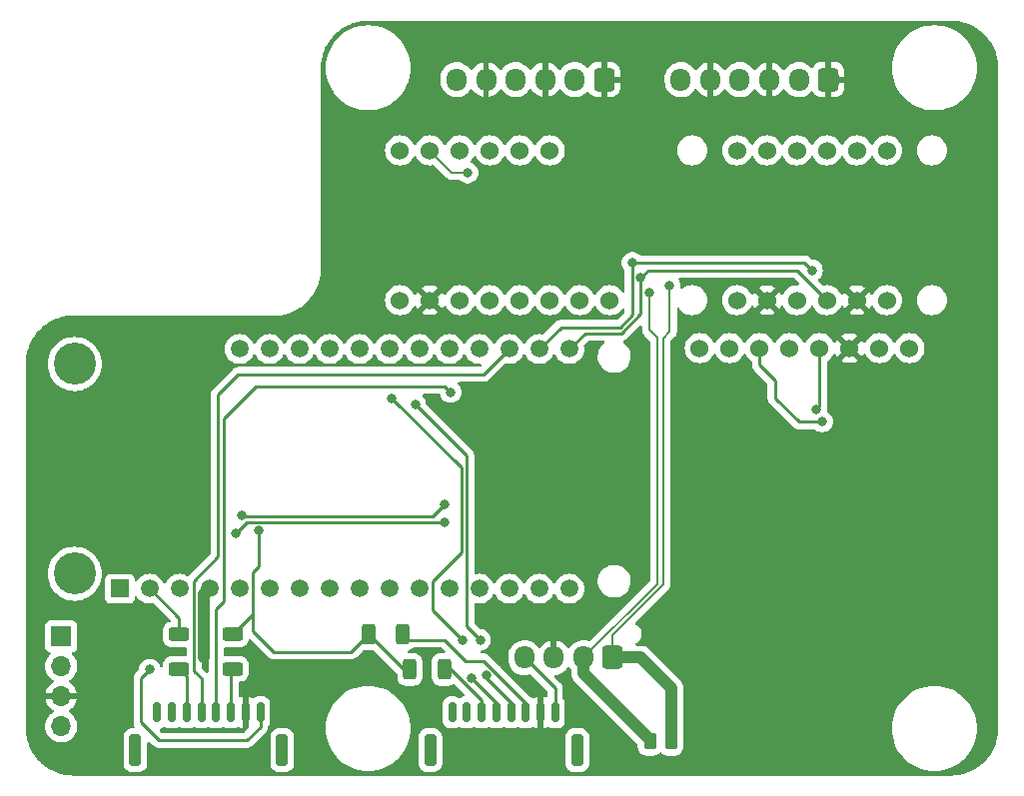
<source format=gbr>
%TF.GenerationSoftware,KiCad,Pcbnew,7.0.1-0*%
%TF.CreationDate,2023-04-22T10:08:40-07:00*%
%TF.ProjectId,SensorV2,53656e73-6f72-4563-922e-6b696361645f,rev?*%
%TF.SameCoordinates,Original*%
%TF.FileFunction,Copper,L1,Top*%
%TF.FilePolarity,Positive*%
%FSLAX46Y46*%
G04 Gerber Fmt 4.6, Leading zero omitted, Abs format (unit mm)*
G04 Created by KiCad (PCBNEW 7.0.1-0) date 2023-04-22 10:08:40*
%MOMM*%
%LPD*%
G01*
G04 APERTURE LIST*
G04 Aperture macros list*
%AMRoundRect*
0 Rectangle with rounded corners*
0 $1 Rounding radius*
0 $2 $3 $4 $5 $6 $7 $8 $9 X,Y pos of 4 corners*
0 Add a 4 corners polygon primitive as box body*
4,1,4,$2,$3,$4,$5,$6,$7,$8,$9,$2,$3,0*
0 Add four circle primitives for the rounded corners*
1,1,$1+$1,$2,$3*
1,1,$1+$1,$4,$5*
1,1,$1+$1,$6,$7*
1,1,$1+$1,$8,$9*
0 Add four rect primitives between the rounded corners*
20,1,$1+$1,$2,$3,$4,$5,0*
20,1,$1+$1,$4,$5,$6,$7,0*
20,1,$1+$1,$6,$7,$8,$9,0*
20,1,$1+$1,$8,$9,$2,$3,0*%
G04 Aperture macros list end*
%TA.AperFunction,SMDPad,CuDef*%
%ADD10RoundRect,0.250000X0.312500X0.625000X-0.312500X0.625000X-0.312500X-0.625000X0.312500X-0.625000X0*%
%TD*%
%TA.AperFunction,ComponentPad*%
%ADD11C,1.524000*%
%TD*%
%TA.AperFunction,SMDPad,CuDef*%
%ADD12RoundRect,0.250000X0.625000X-0.312500X0.625000X0.312500X-0.625000X0.312500X-0.625000X-0.312500X0*%
%TD*%
%TA.AperFunction,ComponentPad*%
%ADD13R,1.700000X1.700000*%
%TD*%
%TA.AperFunction,ComponentPad*%
%ADD14O,1.700000X1.700000*%
%TD*%
%TA.AperFunction,SMDPad,CuDef*%
%ADD15RoundRect,0.250000X0.262500X0.450000X-0.262500X0.450000X-0.262500X-0.450000X0.262500X-0.450000X0*%
%TD*%
%TA.AperFunction,ComponentPad*%
%ADD16RoundRect,0.250000X0.600000X0.725000X-0.600000X0.725000X-0.600000X-0.725000X0.600000X-0.725000X0*%
%TD*%
%TA.AperFunction,ComponentPad*%
%ADD17O,1.700000X1.950000*%
%TD*%
%TA.AperFunction,SMDPad,CuDef*%
%ADD18RoundRect,0.150000X-0.150000X-0.700000X0.150000X-0.700000X0.150000X0.700000X-0.150000X0.700000X0*%
%TD*%
%TA.AperFunction,SMDPad,CuDef*%
%ADD19RoundRect,0.250000X-0.250000X-1.100000X0.250000X-1.100000X0.250000X1.100000X-0.250000X1.100000X0*%
%TD*%
%TA.AperFunction,ComponentPad*%
%ADD20R,1.508000X1.508000*%
%TD*%
%TA.AperFunction,ComponentPad*%
%ADD21C,1.508000*%
%TD*%
%TA.AperFunction,ComponentPad*%
%ADD22C,3.556000*%
%TD*%
%TA.AperFunction,ViaPad*%
%ADD23C,0.800000*%
%TD*%
%TA.AperFunction,Conductor*%
%ADD24C,0.250000*%
%TD*%
%TA.AperFunction,Conductor*%
%ADD25C,1.000000*%
%TD*%
%TA.AperFunction,Conductor*%
%ADD26C,1.500000*%
%TD*%
%TA.AperFunction,Conductor*%
%ADD27C,0.200000*%
%TD*%
G04 APERTURE END LIST*
D10*
%TO.P,R2,1*%
%TO.N,/RST_2*%
X56462500Y-131000000D03*
%TO.P,R2,2*%
%TO.N,+3V3*%
X53537500Y-131000000D03*
%TD*%
D11*
%TO.P,U5,A+,A+*%
%TO.N,unconnected-(U5-PadA+)*%
X81280000Y-86995000D03*
%TO.P,U5,A-,A-*%
%TO.N,unconnected-(U5-PadA-)*%
X93980000Y-86995000D03*
%TO.P,U5,A0,A0*%
%TO.N,/A2N*%
X91440000Y-86995000D03*
%TO.P,U5,A1,A1*%
%TO.N,/A2P*%
X88900000Y-86995000D03*
%TO.P,U5,A2,A2*%
%TO.N,/A1N*%
X86360000Y-86995000D03*
%TO.P,U5,A3,A3*%
%TO.N,/A1P*%
X83820000Y-86995000D03*
%TO.P,U5,ADDR,ADDR*%
%TO.N,GND*%
X91440000Y-99695000D03*
%TO.P,U5,ALRT,ALRT*%
%TO.N,unconnected-(U5-PadALRT)*%
X93980000Y-99695000D03*
%TO.P,U5,GND,GND*%
%TO.N,GND*%
X83820000Y-99695000D03*
%TO.P,U5,SCL,SCL*%
%TO.N,/SCL*%
X86360000Y-99695000D03*
%TO.P,U5,SDA,SDA*%
%TO.N,/SDA*%
X88900000Y-99695000D03*
%TO.P,U5,VIN,VIN*%
%TO.N,+5V*%
X81280000Y-99695000D03*
%TD*%
D12*
%TO.P,R3,1*%
%TO.N,/SC1*%
X38500000Y-130962500D03*
%TO.P,R3,2*%
%TO.N,+3V3*%
X38500000Y-128037500D03*
%TD*%
D13*
%TO.P,J1,1,Pin_1*%
%TO.N,/TX*%
X24000000Y-128200000D03*
D14*
%TO.P,J1,2,Pin_2*%
%TO.N,/RX*%
X24000000Y-130740000D03*
%TO.P,J1,3,Pin_3*%
%TO.N,GND*%
X24000000Y-133280000D03*
%TO.P,J1,4,Pin_4*%
%TO.N,+5V*%
X24000000Y-135820000D03*
%TD*%
D15*
%TO.P,R5,1*%
%TO.N,/A3P*%
X75712500Y-137100000D03*
%TO.P,R5,2*%
%TO.N,/A3N*%
X73887500Y-137100000D03*
%TD*%
D16*
%TO.P,J4,1,Pin_1*%
%TO.N,GND*%
X70000000Y-81000000D03*
D17*
%TO.P,J4,2,Pin_2*%
%TO.N,/A1N*%
X67500000Y-81000000D03*
%TO.P,J4,3,Pin_3*%
%TO.N,GND*%
X65000000Y-81000000D03*
%TO.P,J4,4,Pin_4*%
%TO.N,/A1P*%
X62500000Y-81000000D03*
%TO.P,J4,5,Pin_5*%
%TO.N,GND*%
X60000000Y-81000000D03*
%TO.P,J4,6,Pin_6*%
%TO.N,+5V*%
X57500000Y-81000000D03*
%TD*%
D16*
%TO.P,J5,1,Pin_1*%
%TO.N,GND*%
X89000000Y-81000000D03*
D17*
%TO.P,J5,2,Pin_2*%
%TO.N,/A2N*%
X86500000Y-81000000D03*
%TO.P,J5,3,Pin_3*%
%TO.N,GND*%
X84000000Y-81000000D03*
%TO.P,J5,4,Pin_4*%
%TO.N,/A2P*%
X81500000Y-81000000D03*
%TO.P,J5,5,Pin_5*%
%TO.N,GND*%
X79000000Y-81000000D03*
%TO.P,J5,6,Pin_6*%
%TO.N,+5V*%
X76500000Y-81000000D03*
%TD*%
D18*
%TO.P,J2,1,Pin_1*%
%TO.N,unconnected-(J2-Pin_1-Pad1)*%
X32125000Y-134650000D03*
%TO.P,J2,2,Pin_2*%
%TO.N,unconnected-(J2-Pin_2-Pad2)*%
X33375000Y-134650000D03*
%TO.P,J2,3,Pin_3*%
%TO.N,/RST_1*%
X34625000Y-134650000D03*
%TO.P,J2,4,Pin_4*%
%TO.N,/VTX_1*%
X35875000Y-134650000D03*
%TO.P,J2,5,Pin_5*%
%TO.N,/VRX_1*%
X37125000Y-134650000D03*
%TO.P,J2,6,Pin_6*%
%TO.N,/SC1*%
X38375000Y-134650000D03*
%TO.P,J2,7,Pin_7*%
%TO.N,GND*%
X39625000Y-134650000D03*
%TO.P,J2,8,Pin_8*%
%TO.N,+5V*%
X40875000Y-134650000D03*
D19*
%TO.P,J2,MP*%
%TO.N,N/C*%
X30275000Y-137850000D03*
X42725000Y-137850000D03*
%TD*%
D18*
%TO.P,J3,1,Pin_1*%
%TO.N,unconnected-(J3-Pin_1-Pad1)*%
X57125000Y-134650000D03*
%TO.P,J3,2,Pin_2*%
%TO.N,unconnected-(J3-Pin_2-Pad2)*%
X58375000Y-134650000D03*
%TO.P,J3,3,Pin_3*%
%TO.N,/RST_2*%
X59625000Y-134650000D03*
%TO.P,J3,4,Pin_4*%
%TO.N,/VTX_2*%
X60875000Y-134650000D03*
%TO.P,J3,5,Pin_5*%
%TO.N,/VRX_2*%
X62125000Y-134650000D03*
%TO.P,J3,6,Pin_6*%
%TO.N,/SC2*%
X63375000Y-134650000D03*
%TO.P,J3,7,Pin_7*%
%TO.N,GND*%
X64625000Y-134650000D03*
%TO.P,J3,8,Pin_8*%
%TO.N,+5V*%
X65875000Y-134650000D03*
D19*
%TO.P,J3,MP*%
%TO.N,N/C*%
X55275000Y-137850000D03*
X67725000Y-137850000D03*
%TD*%
D16*
%TO.P,J6,1,Pin_1*%
%TO.N,/A3P*%
X70750000Y-130000000D03*
D17*
%TO.P,J6,2,Pin_2*%
%TO.N,/A3N*%
X68250000Y-130000000D03*
%TO.P,J6,3,Pin_3*%
%TO.N,GND*%
X65750000Y-130000000D03*
%TO.P,J6,4,Pin_4*%
%TO.N,+5V*%
X63250000Y-130000000D03*
%TD*%
D12*
%TO.P,R1,1*%
%TO.N,/RST_1*%
X34000000Y-130962500D03*
%TO.P,R1,2*%
%TO.N,+3V3*%
X34000000Y-128037500D03*
%TD*%
D20*
%TO.P,U1,1,RST*%
%TO.N,unconnected-(U1-RST-Pad1)*%
X28950000Y-124160000D03*
D21*
%TO.P,U1,2,3V*%
%TO.N,+3V3*%
X31490000Y-124160000D03*
%TO.P,U1,3*%
%TO.N,N/C*%
X34030000Y-124160000D03*
%TO.P,U1,4,GND*%
%TO.N,GND*%
X36570000Y-124160000D03*
%TO.P,U1,5,ADC*%
%TO.N,unconnected-(U1-ADC-Pad5)*%
X39110000Y-124160000D03*
%TO.P,U1,6*%
%TO.N,N/C*%
X41650000Y-124160000D03*
%TO.P,U1,7*%
X44190000Y-124160000D03*
%TO.P,U1,8*%
X46730000Y-124160000D03*
%TO.P,U1,9*%
X49270000Y-124160000D03*
%TO.P,U1,10*%
X51810000Y-124160000D03*
%TO.P,U1,11,SCK*%
%TO.N,/SCK*%
X54350000Y-124160000D03*
%TO.P,U1,12,MOSI*%
%TO.N,/MOSI*%
X56890000Y-124160000D03*
%TO.P,U1,13,MIS0*%
%TO.N,/MISO*%
X59430000Y-124160000D03*
%TO.P,U1,14,RX*%
%TO.N,/RX*%
X61970000Y-124160000D03*
%TO.P,U1,15,TX*%
%TO.N,/TX*%
X64510000Y-124160000D03*
%TO.P,U1,16,CHPD*%
%TO.N,unconnected-(U1-CHPD-Pad16)*%
X67050000Y-124160000D03*
%TO.P,U1,17,BAT*%
%TO.N,unconnected-(U1-BAT-Pad17)*%
X39110000Y-103840000D03*
%TO.P,U1,18,EN*%
%TO.N,unconnected-(U1-EN-Pad18)*%
X41650000Y-103840000D03*
%TO.P,U1,19,USB*%
%TO.N,+5V*%
X44190000Y-103840000D03*
%TO.P,U1,20,GPIO14*%
%TO.N,unconnected-(U1-GPIO14-Pad20)*%
X46730000Y-103840000D03*
%TO.P,U1,21,GPIO12*%
%TO.N,/VRX_2*%
X49270000Y-103840000D03*
%TO.P,U1,22,GPIO13*%
%TO.N,/VTX_2*%
X51810000Y-103840000D03*
%TO.P,U1,23,GPIO15*%
%TO.N,unconnected-(U1-GPIO15-Pad23)*%
X54350000Y-103840000D03*
%TO.P,U1,24,GPIO0*%
%TO.N,/VRX_1*%
X56890000Y-103840000D03*
%TO.P,U1,25,GPIO16*%
%TO.N,/CS1*%
X59430000Y-103840000D03*
%TO.P,U1,26,GPIO2*%
%TO.N,/VTX_1*%
X61970000Y-103840000D03*
%TO.P,U1,27,SCL/GPIO5*%
%TO.N,/SCL*%
X64510000Y-103840000D03*
%TO.P,U1,28,SDA/GPIO4*%
%TO.N,/SDA*%
X67050000Y-103840000D03*
D22*
%TO.P,U1,S1*%
%TO.N,N/C*%
X25140000Y-122890000D03*
%TO.P,U1,S2*%
X25140000Y-105110000D03*
%TD*%
D11*
%TO.P,U4,3.3V,3.3V*%
%TO.N,unconnected-(U4-Pad3.3V)*%
X93350000Y-103760000D03*
%TO.P,U4,5V,5V*%
%TO.N,+5V*%
X95890000Y-103760000D03*
%TO.P,U4,CD,CD*%
%TO.N,unconnected-(U4-PadCD)*%
X78110000Y-103760000D03*
%TO.P,U4,CLK,CLK*%
%TO.N,/SCK*%
X88270000Y-103760000D03*
%TO.P,U4,CS,CS*%
%TO.N,/CS1*%
X80650000Y-103760000D03*
%TO.P,U4,DI,DI*%
%TO.N,/MOSI*%
X83190000Y-103760000D03*
%TO.P,U4,DO,DO*%
%TO.N,/MISO*%
X85730000Y-103760000D03*
%TO.P,U4,GND,GND*%
%TO.N,GND*%
X90810000Y-103760000D03*
%TD*%
%TO.P,U3,32K,32K*%
%TO.N,unconnected-(U3-Pad32K)*%
X65405000Y-99695000D03*
%TO.P,U3,A+,A+*%
%TO.N,unconnected-(U3-PadA+)*%
X52705000Y-86995000D03*
%TO.P,U3,A-,A-*%
%TO.N,unconnected-(U3-PadA-)*%
X65405000Y-86995000D03*
%TO.P,U3,A0,A0*%
%TO.N,unconnected-(U3-PadA0)*%
X62865000Y-86995000D03*
%TO.P,U3,A1,A1*%
%TO.N,unconnected-(U3-PadA1)*%
X60325000Y-86995000D03*
%TO.P,U3,A2,A2*%
%TO.N,/A3N*%
X57785000Y-86995000D03*
%TO.P,U3,A3,A3*%
%TO.N,/A3P*%
X55245000Y-86995000D03*
%TO.P,U3,ADDR,ADDR*%
%TO.N,+5V*%
X62865000Y-99695000D03*
%TO.P,U3,GND,GND*%
%TO.N,GND*%
X55245000Y-99695000D03*
%TO.P,U3,RST,RST*%
%TO.N,unconnected-(U3-PadRST)*%
X70485000Y-99695000D03*
%TO.P,U3,SCL,SCL*%
%TO.N,/SCL*%
X57785000Y-99695000D03*
%TO.P,U3,SDA,SDA*%
%TO.N,/SDA*%
X60325000Y-99695000D03*
%TO.P,U3,SQW,SQW*%
%TO.N,unconnected-(U3-PadSQW)*%
X67945000Y-99695000D03*
%TO.P,U3,VIN,VIN*%
%TO.N,+5V*%
X52705000Y-99695000D03*
%TD*%
D10*
%TO.P,R4,1*%
%TO.N,/SC2*%
X52962500Y-128000000D03*
%TO.P,R4,2*%
%TO.N,+3V3*%
X50037500Y-128000000D03*
%TD*%
D23*
%TO.N,+5V*%
X31500000Y-131000000D03*
%TO.N,GND*%
X45250000Y-130750000D03*
X36075000Y-129925000D03*
%TO.N,/TX*%
X39282566Y-117946460D03*
X56500000Y-117000000D03*
%TO.N,/RX*%
X38750000Y-119500000D03*
X56500000Y-118500000D03*
%TO.N,/VRX_1*%
X57000000Y-107500000D03*
%TO.N,/A3N*%
X73839000Y-99060000D03*
%TO.N,/A3P*%
X75565000Y-98425000D03*
X58429500Y-88900000D03*
%TO.N,+3V3*%
X40750000Y-119250000D03*
%TO.N,/SCK*%
X88000000Y-109000000D03*
%TO.N,/MOSI*%
X88500000Y-110000000D03*
%TO.N,/SCL*%
X72390000Y-96520000D03*
X87630000Y-97155000D03*
%TO.N,/SDA*%
X73114500Y-97790000D03*
%TO.N,/VRX_2*%
X60000000Y-131500000D03*
X54000000Y-108500000D03*
X59500000Y-128500000D03*
%TO.N,/VTX_2*%
X58762299Y-131737701D03*
X58000000Y-128500000D03*
X52000000Y-108000000D03*
%TD*%
D24*
%TO.N,+5V*%
X40875000Y-135875000D02*
X39750000Y-137000000D01*
X40875000Y-134650000D02*
X40875000Y-135875000D01*
X30750000Y-135500000D02*
X30750000Y-131750000D01*
X39750000Y-137000000D02*
X32250000Y-137000000D01*
X65875000Y-132625000D02*
X63250000Y-130000000D01*
X32250000Y-137000000D02*
X30750000Y-135500000D01*
X30750000Y-131750000D02*
X31500000Y-131000000D01*
X65875000Y-134650000D02*
X65875000Y-132625000D01*
D25*
%TO.N,GND*%
X36570000Y-124160000D02*
X36075000Y-124655000D01*
D26*
X89000000Y-81000000D02*
X89255000Y-81000000D01*
D24*
X45250000Y-130750000D02*
X41750000Y-130750000D01*
X41750000Y-130750000D02*
X39625000Y-132875000D01*
D25*
X36075000Y-124655000D02*
X36075000Y-129925000D01*
D24*
X39625000Y-132875000D02*
X39625000Y-134650000D01*
%TO.N,/TX*%
X55450000Y-118050000D02*
X56500000Y-117000000D01*
X39386106Y-118050000D02*
X55450000Y-118050000D01*
X39282566Y-117946460D02*
X39386106Y-118050000D01*
%TO.N,/RX*%
X56500000Y-118500000D02*
X39750000Y-118500000D01*
X39750000Y-118500000D02*
X38750000Y-119500000D01*
%TO.N,/RST_1*%
X34625000Y-131587500D02*
X34000000Y-130962500D01*
X34625000Y-134650000D02*
X34625000Y-131587500D01*
%TO.N,/VTX_1*%
X35875000Y-131740000D02*
X35250000Y-131115000D01*
X35250000Y-123500000D02*
X37300000Y-121450000D01*
X37300000Y-107700000D02*
X39000000Y-106000000D01*
X59810000Y-106000000D02*
X61970000Y-103840000D01*
X35250000Y-131115000D02*
X35250000Y-123500000D01*
X35875000Y-134650000D02*
X35875000Y-131740000D01*
X37300000Y-121450000D02*
X37300000Y-107700000D01*
X39000000Y-106000000D02*
X59810000Y-106000000D01*
%TO.N,/VRX_1*%
X37750000Y-109750000D02*
X40500000Y-107000000D01*
X40500000Y-107000000D02*
X56500000Y-107000000D01*
X37750000Y-125250000D02*
X37750000Y-109750000D01*
X56500000Y-107000000D02*
X57000000Y-107500000D01*
X37125000Y-134650000D02*
X37125000Y-125875000D01*
X37125000Y-125875000D02*
X37750000Y-125250000D01*
%TO.N,/SC1*%
X38375000Y-134650000D02*
X38375000Y-131087500D01*
X38375000Y-131087500D02*
X38500000Y-130962500D01*
%TO.N,/RST_2*%
X59625000Y-134650000D02*
X59625000Y-133625000D01*
X57000000Y-131000000D02*
X56462500Y-131000000D01*
X59625000Y-133625000D02*
X57000000Y-131000000D01*
%TO.N,/SC2*%
X63375000Y-133860000D02*
X63375000Y-134650000D01*
X53462500Y-128500000D02*
X56500000Y-128500000D01*
X60725000Y-131199695D02*
X60725000Y-131210000D01*
X56500000Y-128500000D02*
X58275000Y-130275000D01*
X58275000Y-130275000D02*
X59800305Y-130275000D01*
X52962500Y-128000000D02*
X53462500Y-128500000D01*
X60725000Y-131210000D02*
X63375000Y-133860000D01*
X59800305Y-130275000D02*
X60725000Y-131199695D01*
D27*
%TO.N,/A3N*%
X73839000Y-102207628D02*
X74500000Y-102868628D01*
D25*
X73887500Y-137100000D02*
X73887500Y-136987500D01*
D27*
X73839000Y-99060000D02*
X73839000Y-102207628D01*
X74500000Y-102868628D02*
X74500000Y-123750000D01*
D25*
X68250000Y-131350000D02*
X68250000Y-130000000D01*
X73887500Y-136987500D02*
X68250000Y-131350000D01*
D27*
X74500000Y-123750000D02*
X68250000Y-130000000D01*
%TO.N,/A3P*%
X58429500Y-88900000D02*
X57095000Y-88900000D01*
X57095000Y-88900000D02*
X55190000Y-86995000D01*
D25*
X73100000Y-130000000D02*
X70750000Y-130000000D01*
D27*
X75000000Y-102934314D02*
X75000000Y-123815686D01*
X70750000Y-128065686D02*
X70750000Y-130000000D01*
D25*
X75712500Y-137100000D02*
X75712500Y-132612500D01*
D27*
X75565000Y-98425000D02*
X75565000Y-102369314D01*
X75000000Y-123815686D02*
X70750000Y-128065686D01*
D25*
X75712500Y-132612500D02*
X73100000Y-130000000D01*
D27*
X75565000Y-102369314D02*
X75000000Y-102934314D01*
D24*
%TO.N,+3V3*%
X34000000Y-128037500D02*
X34000000Y-126670000D01*
X40250000Y-122750000D02*
X40250000Y-126287500D01*
X38500000Y-128037500D02*
X40250000Y-126287500D01*
X48537500Y-129500000D02*
X42000000Y-129500000D01*
X42000000Y-129500000D02*
X40250000Y-127750000D01*
X53537500Y-131000000D02*
X53037500Y-131000000D01*
X53037500Y-131000000D02*
X50037500Y-128000000D01*
X40750000Y-122250000D02*
X40250000Y-122750000D01*
X40750000Y-119250000D02*
X40750000Y-122250000D01*
X40250000Y-127750000D02*
X40250000Y-126287500D01*
X34000000Y-126670000D02*
X31490000Y-124160000D01*
X50037500Y-128000000D02*
X48537500Y-129500000D01*
%TO.N,/SCK*%
X88270000Y-108730000D02*
X88270000Y-103760000D01*
X88000000Y-109000000D02*
X88270000Y-108730000D01*
%TO.N,/MOSI*%
X83190000Y-105190000D02*
X83190000Y-103760000D01*
X88500000Y-110000000D02*
X86500000Y-110000000D01*
X86500000Y-110000000D02*
X84500000Y-108000000D01*
X84500000Y-108000000D02*
X84500000Y-106500000D01*
X84500000Y-106500000D02*
X83190000Y-105190000D01*
%TO.N,/SCL*%
X72390000Y-96520000D02*
X72390000Y-100963604D01*
X72390000Y-100963604D02*
X71353604Y-102000000D01*
X86995000Y-96520000D02*
X87630000Y-97155000D01*
X72390000Y-96520000D02*
X86995000Y-96520000D01*
X71353604Y-102000000D02*
X66350000Y-102000000D01*
X66350000Y-102000000D02*
X64510000Y-103840000D01*
%TO.N,/SDA*%
X73749500Y-97155000D02*
X86360000Y-97155000D01*
X68390000Y-102500000D02*
X67050000Y-103840000D01*
X73114500Y-97790000D02*
X73749500Y-97155000D01*
X73114500Y-100875500D02*
X71490000Y-102500000D01*
X86360000Y-97155000D02*
X88900000Y-99695000D01*
X73114500Y-97790000D02*
X73114500Y-100875500D01*
X71490000Y-102500000D02*
X68390000Y-102500000D01*
%TO.N,/VRX_2*%
X60000000Y-131500000D02*
X60000000Y-131755000D01*
X58351000Y-127351000D02*
X58351000Y-112851000D01*
X59500000Y-128500000D02*
X58351000Y-127351000D01*
X60000000Y-131755000D02*
X62125000Y-133880000D01*
X62125000Y-133880000D02*
X62125000Y-134650000D01*
X58351000Y-112851000D02*
X54000000Y-108500000D01*
%TO.N,/VTX_2*%
X60875000Y-133875000D02*
X60875000Y-134650000D01*
X55500000Y-126000000D02*
X55500000Y-123500000D01*
X58762299Y-131762299D02*
X60875000Y-133875000D01*
X58762299Y-131737701D02*
X58762299Y-131762299D01*
X57901000Y-113901000D02*
X52000000Y-108000000D01*
X55500000Y-123500000D02*
X57901000Y-121099000D01*
X57901000Y-121099000D02*
X57901000Y-113901000D01*
X58000000Y-128500000D02*
X55500000Y-126000000D01*
%TD*%
%TA.AperFunction,Conductor*%
%TO.N,GND*%
G36*
X36059905Y-125305775D02*
G01*
X36139467Y-125342875D01*
X36351413Y-125399666D01*
X36458604Y-125409044D01*
X36513690Y-125427529D01*
X36554308Y-125469078D01*
X36571539Y-125524570D01*
X36561599Y-125581818D01*
X36557787Y-125590627D01*
X36552648Y-125601117D01*
X36531303Y-125639943D01*
X36526226Y-125659718D01*
X36519925Y-125678123D01*
X36511818Y-125696856D01*
X36504888Y-125740610D01*
X36502520Y-125752046D01*
X36491500Y-125794970D01*
X36491500Y-125815384D01*
X36489973Y-125834783D01*
X36486780Y-125854941D01*
X36490950Y-125899057D01*
X36491500Y-125910726D01*
X36491500Y-131161233D01*
X36477985Y-131217528D01*
X36440385Y-131261551D01*
X36386898Y-131283706D01*
X36329182Y-131279164D01*
X36279819Y-131248914D01*
X35919819Y-130888914D01*
X35892939Y-130848686D01*
X35883500Y-130801233D01*
X35883500Y-125418157D01*
X35898786Y-125358514D01*
X35940875Y-125313576D01*
X35999390Y-125294422D01*
X36059905Y-125305775D01*
G37*
%TD.AperFunction*%
%TA.AperFunction,Conductor*%
G36*
X99409427Y-76000631D02*
G01*
X99579379Y-76008488D01*
X99776364Y-76018164D01*
X99787377Y-76019201D01*
X99969790Y-76044645D01*
X99970063Y-76044685D01*
X100153842Y-76071944D01*
X100163974Y-76073884D01*
X100345050Y-76116472D01*
X100345059Y-76116474D01*
X100346797Y-76116896D01*
X100433963Y-76138729D01*
X100524425Y-76161388D01*
X100533671Y-76164090D01*
X100710982Y-76223518D01*
X100713296Y-76224320D01*
X100884798Y-76285683D01*
X100893083Y-76288989D01*
X101064652Y-76364743D01*
X101067493Y-76366042D01*
X101231685Y-76443698D01*
X101238988Y-76447454D01*
X101285475Y-76473347D01*
X101403008Y-76538812D01*
X101406417Y-76540782D01*
X101561945Y-76634001D01*
X101568263Y-76638053D01*
X101723283Y-76744244D01*
X101727046Y-76746927D01*
X101872583Y-76854864D01*
X101877932Y-76859063D01*
X102022568Y-76979166D01*
X102026555Y-76982626D01*
X102160781Y-77104279D01*
X102165165Y-77108453D01*
X102224900Y-77168188D01*
X102298116Y-77241404D01*
X102302312Y-77245811D01*
X102302316Y-77245815D01*
X102423954Y-77380022D01*
X102427395Y-77383986D01*
X102547547Y-77528680D01*
X102551708Y-77533980D01*
X102659641Y-77679509D01*
X102662333Y-77683286D01*
X102768533Y-77838318D01*
X102772592Y-77844646D01*
X102865806Y-78000164D01*
X102867777Y-78003574D01*
X102959125Y-78167574D01*
X102962890Y-78174896D01*
X103040533Y-78339056D01*
X103041873Y-78341987D01*
X103117594Y-78513479D01*
X103120912Y-78521791D01*
X103182236Y-78693181D01*
X103183056Y-78695548D01*
X103242497Y-78872892D01*
X103245209Y-78882170D01*
X103289692Y-79059758D01*
X103290114Y-79061497D01*
X103332700Y-79242562D01*
X103334652Y-79252756D01*
X103361859Y-79436160D01*
X103362012Y-79437225D01*
X103387392Y-79619168D01*
X103388432Y-79630224D01*
X103398340Y-79832213D01*
X103398251Y-79832217D01*
X103398358Y-79832561D01*
X103405941Y-79996565D01*
X103406073Y-80002292D01*
X103406073Y-135997128D01*
X103405941Y-136002855D01*
X103398102Y-136172404D01*
X103398085Y-136172761D01*
X103388407Y-136369765D01*
X103387367Y-136380813D01*
X103361983Y-136562780D01*
X103361830Y-136563843D01*
X103334626Y-136747238D01*
X103332674Y-136757433D01*
X103290093Y-136938476D01*
X103289671Y-136940216D01*
X103245181Y-137117828D01*
X103242469Y-137127104D01*
X103183038Y-137304422D01*
X103182217Y-137306791D01*
X103120886Y-137478198D01*
X103117569Y-137486509D01*
X103041863Y-137657967D01*
X103040524Y-137660898D01*
X102962862Y-137825100D01*
X102959096Y-137832423D01*
X102867750Y-137996418D01*
X102865779Y-137999827D01*
X102772562Y-138155350D01*
X102768503Y-138161678D01*
X102662345Y-138316648D01*
X102659644Y-138320437D01*
X102551698Y-138465986D01*
X102547497Y-138471338D01*
X102427421Y-138615938D01*
X102423902Y-138619993D01*
X102302294Y-138754167D01*
X102298097Y-138758576D01*
X102165151Y-138891520D01*
X102160743Y-138895716D01*
X102026577Y-139017317D01*
X102022520Y-139020837D01*
X101877909Y-139140919D01*
X101872560Y-139145119D01*
X101727034Y-139253048D01*
X101723243Y-139255750D01*
X101568259Y-139361915D01*
X101561931Y-139365973D01*
X101406377Y-139459208D01*
X101402967Y-139461180D01*
X101238994Y-139552511D01*
X101231672Y-139556276D01*
X101067506Y-139633920D01*
X101064575Y-139635260D01*
X100893096Y-139710974D01*
X100884785Y-139714291D01*
X100713300Y-139775648D01*
X100710932Y-139776468D01*
X100533682Y-139835876D01*
X100524405Y-139838588D01*
X100346827Y-139883068D01*
X100345086Y-139883491D01*
X100163999Y-139926080D01*
X100153805Y-139928031D01*
X99970442Y-139955230D01*
X99969379Y-139955383D01*
X99787356Y-139980773D01*
X99776317Y-139981812D01*
X99584923Y-139991227D01*
X99584557Y-139991245D01*
X99466689Y-139996694D01*
X99408840Y-139999368D01*
X99403122Y-139999500D01*
X25002872Y-139999500D01*
X24997145Y-139999368D01*
X24992305Y-139999144D01*
X24827423Y-139991520D01*
X24827067Y-139991503D01*
X24630232Y-139981834D01*
X24619184Y-139980794D01*
X24437218Y-139955410D01*
X24436156Y-139955257D01*
X24252758Y-139928053D01*
X24242562Y-139926101D01*
X24061543Y-139883526D01*
X24059803Y-139883104D01*
X23882157Y-139838606D01*
X23872881Y-139835894D01*
X23695634Y-139776487D01*
X23693265Y-139775666D01*
X23521791Y-139714311D01*
X23513479Y-139710994D01*
X23342018Y-139635286D01*
X23339089Y-139633947D01*
X23174896Y-139556291D01*
X23167573Y-139552525D01*
X23003563Y-139461171D01*
X23000153Y-139459200D01*
X22980648Y-139447509D01*
X22844645Y-139365992D01*
X22838328Y-139361940D01*
X22683299Y-139255742D01*
X22679509Y-139253041D01*
X22534000Y-139145124D01*
X22528684Y-139140951D01*
X22383998Y-139020805D01*
X22380045Y-139017375D01*
X22245795Y-138895698D01*
X22241408Y-138891520D01*
X22108478Y-138758590D01*
X22104303Y-138754206D01*
X21982617Y-138619947D01*
X21979200Y-138616009D01*
X21859040Y-138471305D01*
X21854882Y-138466009D01*
X21746935Y-138320459D01*
X21744256Y-138316699D01*
X21658677Y-138191770D01*
X21638055Y-138161665D01*
X21634017Y-138155371D01*
X21540777Y-137999810D01*
X21538827Y-137996435D01*
X21512258Y-137948735D01*
X21447465Y-137832411D01*
X21443715Y-137825119D01*
X21406892Y-137747263D01*
X21366051Y-137660909D01*
X21364712Y-137657980D01*
X21289004Y-137486519D01*
X21285692Y-137478220D01*
X21224292Y-137306618D01*
X21223550Y-137304478D01*
X21164096Y-137127091D01*
X21161401Y-137117874D01*
X21116852Y-136940023D01*
X21116510Y-136938614D01*
X21073892Y-136757413D01*
X21071949Y-136747261D01*
X21044732Y-136563781D01*
X21044588Y-136562780D01*
X21019201Y-136380787D01*
X21018166Y-136369795D01*
X21008480Y-136172611D01*
X21000632Y-136002854D01*
X21000500Y-135997128D01*
X21000500Y-135820000D01*
X22636843Y-135820000D01*
X22655435Y-136044363D01*
X22655435Y-136044366D01*
X22655436Y-136044368D01*
X22707590Y-136250321D01*
X22710705Y-136262618D01*
X22801138Y-136468788D01*
X22801140Y-136468791D01*
X22924278Y-136657268D01*
X23076760Y-136822906D01*
X23254424Y-136961189D01*
X23452426Y-137068342D01*
X23665365Y-137141444D01*
X23887431Y-137178500D01*
X24112569Y-137178500D01*
X24334635Y-137141444D01*
X24547574Y-137068342D01*
X24745576Y-136961189D01*
X24923240Y-136822906D01*
X25075722Y-136657268D01*
X25198860Y-136468791D01*
X25289296Y-136262616D01*
X25344564Y-136044368D01*
X25363156Y-135820000D01*
X25344564Y-135595632D01*
X25289296Y-135377384D01*
X25198860Y-135171209D01*
X25075722Y-134982732D01*
X24923240Y-134817094D01*
X24784955Y-134709462D01*
X24745575Y-134678810D01*
X24702302Y-134655392D01*
X24656663Y-134612842D01*
X24637525Y-134553452D01*
X24649734Y-134492261D01*
X24690198Y-134444763D01*
X24871078Y-134318109D01*
X25038106Y-134151081D01*
X25173600Y-133957576D01*
X25273430Y-133743492D01*
X25330636Y-133530000D01*
X22669364Y-133530000D01*
X22726569Y-133743492D01*
X22826399Y-133957576D01*
X22961893Y-134151081D01*
X23128918Y-134318106D01*
X23309802Y-134444763D01*
X23350265Y-134492261D01*
X23362474Y-134553452D01*
X23343336Y-134612842D01*
X23297698Y-134655392D01*
X23254422Y-134678812D01*
X23076760Y-134817094D01*
X22924279Y-134982730D01*
X22801138Y-135171211D01*
X22710705Y-135377381D01*
X22710704Y-135377384D01*
X22691345Y-135453831D01*
X22655435Y-135595636D01*
X22636843Y-135820000D01*
X21000500Y-135820000D01*
X21000500Y-130740000D01*
X22636843Y-130740000D01*
X22655435Y-130964363D01*
X22655435Y-130964366D01*
X22655436Y-130964368D01*
X22705764Y-131163109D01*
X22710705Y-131182618D01*
X22801138Y-131388788D01*
X22801140Y-131388791D01*
X22924278Y-131577268D01*
X23076760Y-131742906D01*
X23254424Y-131881189D01*
X23297697Y-131904607D01*
X23343336Y-131947156D01*
X23362475Y-132006545D01*
X23350267Y-132067737D01*
X23309803Y-132115236D01*
X23128918Y-132241893D01*
X22961890Y-132408921D01*
X22826400Y-132602421D01*
X22726569Y-132816507D01*
X22669364Y-133029999D01*
X22669364Y-133030000D01*
X25330636Y-133030000D01*
X25330635Y-133029999D01*
X25273430Y-132816507D01*
X25173599Y-132602421D01*
X25038109Y-132408921D01*
X24871081Y-132241893D01*
X24690197Y-132115236D01*
X24649733Y-132067737D01*
X24637525Y-132006545D01*
X24656664Y-131947156D01*
X24702302Y-131904607D01*
X24745576Y-131881189D01*
X24923240Y-131742906D01*
X25075722Y-131577268D01*
X25198860Y-131388791D01*
X25289296Y-131182616D01*
X25344564Y-130964368D01*
X25363156Y-130740000D01*
X25344564Y-130515632D01*
X25289296Y-130297384D01*
X25203242Y-130101198D01*
X25198861Y-130091211D01*
X25195468Y-130086018D01*
X25075722Y-129902732D01*
X25075721Y-129902731D01*
X25075718Y-129902726D01*
X24930510Y-129744990D01*
X24901736Y-129692238D01*
X24901143Y-129632151D01*
X24928870Y-129578840D01*
X24978401Y-129544827D01*
X25096204Y-129500889D01*
X25213261Y-129413261D01*
X25300889Y-129296204D01*
X25339005Y-129194012D01*
X25351988Y-129159205D01*
X25351988Y-129159203D01*
X25351989Y-129159201D01*
X25358500Y-129098638D01*
X25358500Y-127301362D01*
X25351989Y-127240799D01*
X25351988Y-127240797D01*
X25351988Y-127240794D01*
X25300889Y-127103796D01*
X25213261Y-126986738D01*
X25096203Y-126899110D01*
X24959205Y-126848011D01*
X24928919Y-126844755D01*
X24898638Y-126841500D01*
X23101362Y-126841500D01*
X23074445Y-126844393D01*
X23040794Y-126848011D01*
X22903796Y-126899110D01*
X22786738Y-126986738D01*
X22699110Y-127103796D01*
X22648011Y-127240794D01*
X22646877Y-127251345D01*
X22641500Y-127301362D01*
X22641500Y-129098638D01*
X22644346Y-129125112D01*
X22648011Y-129159205D01*
X22699110Y-129296203D01*
X22786738Y-129413261D01*
X22872402Y-129477388D01*
X22903796Y-129500889D01*
X23021596Y-129544826D01*
X23071129Y-129578840D01*
X23098856Y-129632151D01*
X23098263Y-129692237D01*
X23069490Y-129744990D01*
X22924279Y-129902730D01*
X22801138Y-130091211D01*
X22731488Y-130250000D01*
X22710704Y-130297384D01*
X22703138Y-130327262D01*
X22655435Y-130515636D01*
X22636843Y-130740000D01*
X21000500Y-130740000D01*
X21000500Y-122890000D01*
X22848594Y-122890000D01*
X22868197Y-123189095D01*
X22926671Y-123483058D01*
X23023016Y-123766883D01*
X23155583Y-124035702D01*
X23318756Y-124279909D01*
X23322105Y-124284920D01*
X23519731Y-124510269D01*
X23695952Y-124664811D01*
X23745080Y-124707895D01*
X23994297Y-124874416D01*
X24263116Y-125006983D01*
X24310905Y-125023205D01*
X24546940Y-125103328D01*
X24620429Y-125117946D01*
X24840904Y-125161802D01*
X24840906Y-125161802D01*
X24840911Y-125161803D01*
X25140000Y-125181406D01*
X25439089Y-125161803D01*
X25439093Y-125161802D01*
X25439095Y-125161802D01*
X25594819Y-125130826D01*
X25733060Y-125103328D01*
X26016883Y-125006983D01*
X26106814Y-124962634D01*
X27687500Y-124962634D01*
X27694011Y-125023205D01*
X27745110Y-125160203D01*
X27832738Y-125277261D01*
X27949796Y-125364889D01*
X28086794Y-125415988D01*
X28086797Y-125415988D01*
X28086799Y-125415989D01*
X28147362Y-125422500D01*
X29752634Y-125422500D01*
X29752638Y-125422500D01*
X29813201Y-125415989D01*
X29813203Y-125415988D01*
X29813205Y-125415988D01*
X29913406Y-125378614D01*
X29950204Y-125364889D01*
X30067261Y-125277261D01*
X30154889Y-125160204D01*
X30205989Y-125023201D01*
X30212500Y-124962638D01*
X30212500Y-124929921D01*
X30228047Y-124869805D01*
X30270790Y-124824763D01*
X30330010Y-124806091D01*
X30390858Y-124818471D01*
X30438074Y-124858797D01*
X30519174Y-124974620D01*
X30675380Y-125130826D01*
X30856338Y-125257534D01*
X31056550Y-125350894D01*
X31269932Y-125408070D01*
X31490000Y-125427323D01*
X31710068Y-125408070D01*
X31745096Y-125398683D01*
X31809283Y-125398683D01*
X31864872Y-125430777D01*
X33221608Y-126787513D01*
X33253222Y-126841362D01*
X33254585Y-126903790D01*
X33225349Y-126958967D01*
X33172931Y-126992900D01*
X33052263Y-127032884D01*
X32901345Y-127125971D01*
X32775971Y-127251345D01*
X32682884Y-127402263D01*
X32627112Y-127570573D01*
X32616500Y-127674455D01*
X32616500Y-128400544D01*
X32627112Y-128504425D01*
X32682884Y-128672736D01*
X32775971Y-128823654D01*
X32901345Y-128949028D01*
X32901347Y-128949029D01*
X32901348Y-128949030D01*
X33052262Y-129042115D01*
X33117578Y-129063758D01*
X33220573Y-129097887D01*
X33227925Y-129098638D01*
X33324455Y-129108500D01*
X34492500Y-129108499D01*
X34554500Y-129125112D01*
X34599887Y-129170499D01*
X34616500Y-129232499D01*
X34616500Y-129767500D01*
X34599887Y-129829500D01*
X34554500Y-129874887D01*
X34492500Y-129891500D01*
X33324455Y-129891500D01*
X33220574Y-129902112D01*
X33052263Y-129957884D01*
X32901345Y-130050971D01*
X32775971Y-130176345D01*
X32682884Y-130327263D01*
X32627112Y-130495573D01*
X32616500Y-130599456D01*
X32616500Y-130713362D01*
X32597197Y-130779805D01*
X32545297Y-130825561D01*
X32476959Y-130836384D01*
X32413459Y-130808906D01*
X32374569Y-130751680D01*
X32334527Y-130628443D01*
X32239042Y-130463058D01*
X32142122Y-130355418D01*
X32111253Y-130321134D01*
X31956752Y-130208882D01*
X31956751Y-130208881D01*
X31782285Y-130131204D01*
X31595489Y-130091500D01*
X31595487Y-130091500D01*
X31404513Y-130091500D01*
X31404511Y-130091500D01*
X31217714Y-130131204D01*
X31043248Y-130208881D01*
X30888748Y-130321133D01*
X30760957Y-130463058D01*
X30665472Y-130628443D01*
X30606458Y-130810070D01*
X30589019Y-130975995D01*
X30577618Y-131016417D01*
X30553379Y-131050714D01*
X30361180Y-131242913D01*
X30344896Y-131255961D01*
X30296339Y-131307668D01*
X30293633Y-131310461D01*
X30273861Y-131330233D01*
X30271321Y-131333508D01*
X30263752Y-131342369D01*
X30233414Y-131374677D01*
X30223582Y-131392563D01*
X30212901Y-131408823D01*
X30200385Y-131424959D01*
X30182786Y-131465628D01*
X30177648Y-131476117D01*
X30156303Y-131514943D01*
X30151226Y-131534718D01*
X30144925Y-131553123D01*
X30136818Y-131571856D01*
X30129888Y-131615610D01*
X30127520Y-131627046D01*
X30116500Y-131669970D01*
X30116500Y-131690384D01*
X30114973Y-131709783D01*
X30111780Y-131729941D01*
X30115950Y-131774057D01*
X30116500Y-131785726D01*
X30116500Y-135416367D01*
X30114210Y-135437108D01*
X30116439Y-135508017D01*
X30116500Y-135511913D01*
X30116500Y-135539855D01*
X30117018Y-135543956D01*
X30117934Y-135555597D01*
X30119326Y-135599888D01*
X30125022Y-135619492D01*
X30128967Y-135638544D01*
X30131525Y-135658798D01*
X30147838Y-135700001D01*
X30151621Y-135711049D01*
X30163982Y-135753593D01*
X30174374Y-135771166D01*
X30182931Y-135788634D01*
X30196083Y-135821850D01*
X30204043Y-135881105D01*
X30183351Y-135937197D01*
X30138817Y-135977086D01*
X30080793Y-135991500D01*
X29974455Y-135991500D01*
X29870574Y-136002112D01*
X29702263Y-136057884D01*
X29551345Y-136150971D01*
X29425971Y-136276345D01*
X29332884Y-136427263D01*
X29277112Y-136595573D01*
X29266500Y-136699455D01*
X29266500Y-139000544D01*
X29277112Y-139104425D01*
X29332884Y-139272736D01*
X29425971Y-139423654D01*
X29551345Y-139549028D01*
X29551347Y-139549029D01*
X29551348Y-139549030D01*
X29702262Y-139642115D01*
X29766926Y-139663542D01*
X29870573Y-139697887D01*
X29880202Y-139698870D01*
X29974455Y-139708500D01*
X30575544Y-139708499D01*
X30679426Y-139697887D01*
X30847738Y-139642115D01*
X30998652Y-139549030D01*
X31124030Y-139423652D01*
X31217115Y-139272738D01*
X31272887Y-139104426D01*
X31283500Y-139000545D01*
X31283500Y-139000544D01*
X41716500Y-139000544D01*
X41727112Y-139104425D01*
X41782884Y-139272736D01*
X41875971Y-139423654D01*
X42001345Y-139549028D01*
X42001347Y-139549029D01*
X42001348Y-139549030D01*
X42152262Y-139642115D01*
X42216926Y-139663542D01*
X42320573Y-139697887D01*
X42330202Y-139698870D01*
X42424455Y-139708500D01*
X43025544Y-139708499D01*
X43129426Y-139697887D01*
X43297738Y-139642115D01*
X43448652Y-139549030D01*
X43574030Y-139423652D01*
X43667115Y-139272738D01*
X43722887Y-139104426D01*
X43733500Y-139000545D01*
X43733499Y-136699456D01*
X43722887Y-136595574D01*
X43667115Y-136427262D01*
X43574030Y-136276348D01*
X43574029Y-136276347D01*
X43574028Y-136276345D01*
X43448654Y-136150971D01*
X43350266Y-136090285D01*
X43297738Y-136057885D01*
X43297737Y-136057884D01*
X43297736Y-136057884D01*
X43129426Y-136002112D01*
X43108753Y-136000000D01*
X46394559Y-136000000D01*
X46414310Y-136376873D01*
X46473345Y-136749609D01*
X46571021Y-137114142D01*
X46706265Y-137466464D01*
X46877598Y-137802724D01*
X47044912Y-138060364D01*
X47083137Y-138119225D01*
X47320635Y-138412511D01*
X47587489Y-138679365D01*
X47880775Y-138916863D01*
X47880777Y-138916864D01*
X47880778Y-138916865D01*
X48197275Y-139122401D01*
X48533535Y-139293734D01*
X48885857Y-139428978D01*
X49250390Y-139526654D01*
X49413735Y-139552525D01*
X49623129Y-139585690D01*
X49889174Y-139599632D01*
X49905719Y-139600500D01*
X49905720Y-139600500D01*
X50094280Y-139600500D01*
X50094281Y-139600500D01*
X50109910Y-139599680D01*
X50376871Y-139585690D01*
X50619482Y-139547263D01*
X50749609Y-139526654D01*
X50749613Y-139526653D01*
X51114143Y-139428978D01*
X51466465Y-139293734D01*
X51802720Y-139122403D01*
X51802719Y-139122403D01*
X51802724Y-139122401D01*
X51964539Y-139017317D01*
X51990367Y-139000544D01*
X54266500Y-139000544D01*
X54277112Y-139104425D01*
X54332884Y-139272736D01*
X54425971Y-139423654D01*
X54551345Y-139549028D01*
X54551347Y-139549029D01*
X54551348Y-139549030D01*
X54702262Y-139642115D01*
X54766926Y-139663542D01*
X54870573Y-139697887D01*
X54880202Y-139698870D01*
X54974455Y-139708500D01*
X55575544Y-139708499D01*
X55679426Y-139697887D01*
X55847738Y-139642115D01*
X55998652Y-139549030D01*
X56124030Y-139423652D01*
X56217115Y-139272738D01*
X56272887Y-139104426D01*
X56283500Y-139000545D01*
X56283500Y-139000544D01*
X66716500Y-139000544D01*
X66727112Y-139104425D01*
X66782884Y-139272736D01*
X66875971Y-139423654D01*
X67001345Y-139549028D01*
X67001347Y-139549029D01*
X67001348Y-139549030D01*
X67152262Y-139642115D01*
X67216926Y-139663542D01*
X67320573Y-139697887D01*
X67330202Y-139698870D01*
X67424455Y-139708500D01*
X68025544Y-139708499D01*
X68129426Y-139697887D01*
X68297738Y-139642115D01*
X68448652Y-139549030D01*
X68574030Y-139423652D01*
X68667115Y-139272738D01*
X68722887Y-139104426D01*
X68733500Y-139000545D01*
X68733499Y-136699456D01*
X68722887Y-136595574D01*
X68667115Y-136427262D01*
X68574030Y-136276348D01*
X68574029Y-136276347D01*
X68574028Y-136276345D01*
X68448654Y-136150971D01*
X68350266Y-136090285D01*
X68297738Y-136057885D01*
X68297737Y-136057884D01*
X68297736Y-136057884D01*
X68129426Y-136002112D01*
X68035173Y-135992483D01*
X68025544Y-135991500D01*
X67424455Y-135991500D01*
X67320574Y-136002112D01*
X67152263Y-136057884D01*
X67001345Y-136150971D01*
X66875971Y-136276345D01*
X66782884Y-136427263D01*
X66727112Y-136595573D01*
X66716500Y-136699455D01*
X66716500Y-139000544D01*
X56283500Y-139000544D01*
X56283499Y-136699456D01*
X56272887Y-136595574D01*
X56217115Y-136427262D01*
X56124030Y-136276348D01*
X56124029Y-136276347D01*
X56124028Y-136276345D01*
X55998654Y-136150971D01*
X55900266Y-136090285D01*
X55847738Y-136057885D01*
X55847737Y-136057884D01*
X55847736Y-136057884D01*
X55679426Y-136002112D01*
X55585173Y-135992483D01*
X55575544Y-135991500D01*
X54974455Y-135991500D01*
X54870574Y-136002112D01*
X54702263Y-136057884D01*
X54551345Y-136150971D01*
X54425971Y-136276345D01*
X54332884Y-136427263D01*
X54277112Y-136595573D01*
X54266500Y-136699455D01*
X54266500Y-139000544D01*
X51990367Y-139000544D01*
X52119225Y-138916863D01*
X52412511Y-138679365D01*
X52679365Y-138412511D01*
X52916863Y-138119225D01*
X53032593Y-137941016D01*
X53122401Y-137802725D01*
X53210066Y-137630673D01*
X53293734Y-137466465D01*
X53428978Y-137114143D01*
X53526653Y-136749613D01*
X53527030Y-136747238D01*
X53556245Y-136562780D01*
X53585690Y-136376871D01*
X53605441Y-136000000D01*
X53585690Y-135623129D01*
X53546767Y-135377381D01*
X53526654Y-135250390D01*
X53428978Y-134885857D01*
X53293734Y-134533535D01*
X53122401Y-134197275D01*
X52916865Y-133880778D01*
X52916863Y-133880775D01*
X52679365Y-133587489D01*
X52412511Y-133320635D01*
X52119225Y-133083137D01*
X52119223Y-133083136D01*
X52119221Y-133083134D01*
X51802724Y-132877598D01*
X51466464Y-132706265D01*
X51114142Y-132571021D01*
X50749609Y-132473345D01*
X50376873Y-132414310D01*
X50094281Y-132399500D01*
X50094280Y-132399500D01*
X49905720Y-132399500D01*
X49905719Y-132399500D01*
X49623126Y-132414310D01*
X49250390Y-132473345D01*
X48885857Y-132571021D01*
X48533535Y-132706265D01*
X48197275Y-132877598D01*
X47880778Y-133083134D01*
X47587485Y-133320638D01*
X47320638Y-133587485D01*
X47083134Y-133880778D01*
X46877598Y-134197274D01*
X46706265Y-134533535D01*
X46571021Y-134885857D01*
X46473345Y-135250390D01*
X46414310Y-135623126D01*
X46394559Y-136000000D01*
X43108753Y-136000000D01*
X43035173Y-135992483D01*
X43025544Y-135991500D01*
X42424455Y-135991500D01*
X42320574Y-136002112D01*
X42152263Y-136057884D01*
X42001345Y-136150971D01*
X41875971Y-136276345D01*
X41782884Y-136427263D01*
X41727112Y-136595573D01*
X41716500Y-136699455D01*
X41716500Y-139000544D01*
X31283500Y-139000544D01*
X31283499Y-137228764D01*
X31297014Y-137172470D01*
X31334614Y-137128447D01*
X31388101Y-137106292D01*
X31445817Y-137110834D01*
X31495180Y-137141084D01*
X31742910Y-137388814D01*
X31755959Y-137405101D01*
X31757999Y-137407016D01*
X31758000Y-137407018D01*
X31807701Y-137453690D01*
X31810434Y-137456338D01*
X31830230Y-137476134D01*
X31833493Y-137478665D01*
X31842369Y-137486245D01*
X31874679Y-137516586D01*
X31892572Y-137526422D01*
X31908831Y-137537103D01*
X31924959Y-137549613D01*
X31965625Y-137567210D01*
X31976106Y-137572346D01*
X31982082Y-137575631D01*
X32014940Y-137593695D01*
X32034710Y-137598771D01*
X32053115Y-137605071D01*
X32071855Y-137613181D01*
X32115618Y-137620111D01*
X32127045Y-137622478D01*
X32169970Y-137633500D01*
X32190391Y-137633500D01*
X32209788Y-137635026D01*
X32218555Y-137636415D01*
X32229942Y-137638219D01*
X32229942Y-137638218D01*
X32229943Y-137638219D01*
X32274049Y-137634049D01*
X32285718Y-137633500D01*
X39666367Y-137633500D01*
X39687108Y-137635789D01*
X39689905Y-137635701D01*
X39689909Y-137635702D01*
X39758017Y-137633560D01*
X39761913Y-137633500D01*
X39789854Y-137633500D01*
X39789856Y-137633500D01*
X39793956Y-137632981D01*
X39805606Y-137632064D01*
X39849889Y-137630673D01*
X39869498Y-137624975D01*
X39888531Y-137621033D01*
X39908797Y-137618474D01*
X39950006Y-137602157D01*
X39961037Y-137598380D01*
X40003593Y-137586018D01*
X40021160Y-137575628D01*
X40038632Y-137567068D01*
X40057617Y-137559552D01*
X40093475Y-137533498D01*
X40103223Y-137527096D01*
X40141362Y-137504542D01*
X40155800Y-137490103D01*
X40170588Y-137477472D01*
X40187107Y-137465472D01*
X40215359Y-137431319D01*
X40223203Y-137422699D01*
X41263816Y-136382086D01*
X41280097Y-136369044D01*
X41282014Y-136367002D01*
X41282018Y-136367000D01*
X41328706Y-136317279D01*
X41331323Y-136314579D01*
X41351134Y-136294770D01*
X41353672Y-136291497D01*
X41361241Y-136282634D01*
X41391586Y-136250321D01*
X41401422Y-136232427D01*
X41412102Y-136216168D01*
X41424613Y-136200041D01*
X41442211Y-136159372D01*
X41447341Y-136148900D01*
X41468695Y-136110060D01*
X41473772Y-136090282D01*
X41480072Y-136071882D01*
X41488181Y-136053145D01*
X41495112Y-136009376D01*
X41497478Y-135997953D01*
X41508500Y-135955030D01*
X41508500Y-135934616D01*
X41510027Y-135915217D01*
X41512102Y-135902113D01*
X41513220Y-135895057D01*
X41509900Y-135859939D01*
X41516681Y-135806267D01*
X41545672Y-135760588D01*
X41545671Y-135760588D01*
X41549453Y-135756807D01*
X41634145Y-135613601D01*
X41680562Y-135453831D01*
X41683500Y-135416502D01*
X41683500Y-133883498D01*
X41680562Y-133846169D01*
X41634145Y-133686399D01*
X41549453Y-133543193D01*
X41549452Y-133543191D01*
X41431808Y-133425547D01*
X41288600Y-133340854D01*
X41128834Y-133294438D01*
X41110166Y-133292969D01*
X41091502Y-133291500D01*
X40658498Y-133291500D01*
X40642499Y-133292759D01*
X40621165Y-133294438D01*
X40461399Y-133340854D01*
X40304772Y-133433484D01*
X40241651Y-133450752D01*
X40178530Y-133433484D01*
X40035200Y-133348719D01*
X39877488Y-133302900D01*
X39875000Y-133302704D01*
X39875000Y-135927732D01*
X39865561Y-135975185D01*
X39838681Y-136015413D01*
X39523914Y-136330181D01*
X39483686Y-136357061D01*
X39436233Y-136366500D01*
X32563767Y-136366500D01*
X32516314Y-136357061D01*
X32476086Y-136330181D01*
X32350912Y-136205007D01*
X32318988Y-136150046D01*
X32318489Y-136086488D01*
X32349546Y-136031032D01*
X32403995Y-135998251D01*
X32538601Y-135959145D01*
X32681807Y-135874453D01*
X32681810Y-135874449D01*
X32686877Y-135871453D01*
X32749999Y-135854185D01*
X32813120Y-135871453D01*
X32961399Y-135959145D01*
X33121165Y-136005561D01*
X33121169Y-136005562D01*
X33158498Y-136008500D01*
X33591499Y-136008500D01*
X33591502Y-136008500D01*
X33628831Y-136005562D01*
X33788601Y-135959145D01*
X33931807Y-135874453D01*
X33931810Y-135874449D01*
X33936877Y-135871453D01*
X33999999Y-135854185D01*
X34063120Y-135871453D01*
X34211399Y-135959145D01*
X34371165Y-136005561D01*
X34371169Y-136005562D01*
X34408498Y-136008500D01*
X34841499Y-136008500D01*
X34841502Y-136008500D01*
X34878831Y-136005562D01*
X35038601Y-135959145D01*
X35181807Y-135874453D01*
X35181810Y-135874449D01*
X35186877Y-135871453D01*
X35249999Y-135854185D01*
X35313120Y-135871453D01*
X35461399Y-135959145D01*
X35621165Y-136005561D01*
X35621169Y-136005562D01*
X35658498Y-136008500D01*
X36091499Y-136008500D01*
X36091502Y-136008500D01*
X36128831Y-136005562D01*
X36288601Y-135959145D01*
X36431807Y-135874453D01*
X36431810Y-135874449D01*
X36436877Y-135871453D01*
X36499999Y-135854185D01*
X36563120Y-135871453D01*
X36711399Y-135959145D01*
X36871165Y-136005561D01*
X36871169Y-136005562D01*
X36908498Y-136008500D01*
X37341499Y-136008500D01*
X37341502Y-136008500D01*
X37378831Y-136005562D01*
X37538601Y-135959145D01*
X37681807Y-135874453D01*
X37681810Y-135874449D01*
X37686877Y-135871453D01*
X37749999Y-135854185D01*
X37813120Y-135871453D01*
X37961399Y-135959145D01*
X38121165Y-136005561D01*
X38121169Y-136005562D01*
X38158498Y-136008500D01*
X38591499Y-136008500D01*
X38591502Y-136008500D01*
X38628831Y-136005562D01*
X38788601Y-135959145D01*
X38931807Y-135874453D01*
X38931806Y-135874453D01*
X38945228Y-135866516D01*
X39008349Y-135849248D01*
X39071470Y-135866516D01*
X39214799Y-135951280D01*
X39372511Y-135997099D01*
X39374999Y-135997295D01*
X39375000Y-135997295D01*
X39375000Y-133302705D01*
X39374999Y-133302704D01*
X39372511Y-133302900D01*
X39214800Y-133348719D01*
X39195620Y-133360062D01*
X39133473Y-133377325D01*
X39071063Y-133361039D01*
X39025275Y-133315610D01*
X39008500Y-133253329D01*
X39008500Y-132157499D01*
X39025113Y-132095499D01*
X39070500Y-132050112D01*
X39132500Y-132033499D01*
X39175545Y-132033499D01*
X39227484Y-132028193D01*
X39279426Y-132022887D01*
X39447738Y-131967115D01*
X39598652Y-131874030D01*
X39724030Y-131748652D01*
X39817115Y-131597738D01*
X39872887Y-131429426D01*
X39883500Y-131325545D01*
X39883499Y-130599456D01*
X39881430Y-130579207D01*
X39872887Y-130495574D01*
X39851193Y-130430106D01*
X39817115Y-130327262D01*
X39724030Y-130176348D01*
X39724029Y-130176347D01*
X39724028Y-130176345D01*
X39598654Y-130050971D01*
X39493738Y-129986258D01*
X39447738Y-129957885D01*
X39447737Y-129957884D01*
X39447736Y-129957884D01*
X39279426Y-129902112D01*
X39185173Y-129892483D01*
X39175545Y-129891500D01*
X39175544Y-129891500D01*
X39175521Y-129891500D01*
X37882499Y-129891500D01*
X37820500Y-129874888D01*
X37775113Y-129829501D01*
X37758500Y-129767501D01*
X37758500Y-129232500D01*
X37775113Y-129170500D01*
X37820500Y-129125113D01*
X37882500Y-129108500D01*
X39175544Y-129108499D01*
X39241493Y-129101762D01*
X39279426Y-129097887D01*
X39447738Y-129042115D01*
X39598652Y-128949030D01*
X39724030Y-128823652D01*
X39817115Y-128672738D01*
X39868299Y-128518269D01*
X39902233Y-128465850D01*
X39957410Y-128436614D01*
X40019838Y-128437977D01*
X40073686Y-128469590D01*
X40791971Y-129187876D01*
X41492912Y-129888817D01*
X41505956Y-129905098D01*
X41507999Y-129907016D01*
X41508000Y-129907018D01*
X41557685Y-129953675D01*
X41560449Y-129956354D01*
X41580230Y-129976135D01*
X41583511Y-129978680D01*
X41592370Y-129986247D01*
X41624679Y-130016586D01*
X41642564Y-130026418D01*
X41658825Y-130037099D01*
X41674959Y-130049614D01*
X41715625Y-130067210D01*
X41726112Y-130072348D01*
X41764940Y-130093695D01*
X41783177Y-130098377D01*
X41784708Y-130098770D01*
X41803119Y-130105073D01*
X41821855Y-130113181D01*
X41865626Y-130120113D01*
X41877041Y-130122477D01*
X41919970Y-130133500D01*
X41940384Y-130133500D01*
X41959783Y-130135027D01*
X41979943Y-130138220D01*
X42024056Y-130134050D01*
X42035726Y-130133500D01*
X48453867Y-130133500D01*
X48474608Y-130135789D01*
X48477405Y-130135701D01*
X48477409Y-130135702D01*
X48545517Y-130133560D01*
X48549413Y-130133500D01*
X48577354Y-130133500D01*
X48577356Y-130133500D01*
X48581456Y-130132981D01*
X48593106Y-130132064D01*
X48637389Y-130130673D01*
X48656998Y-130124975D01*
X48676031Y-130121033D01*
X48696297Y-130118474D01*
X48737506Y-130102157D01*
X48748537Y-130098380D01*
X48791093Y-130086018D01*
X48808660Y-130075628D01*
X48826132Y-130067068D01*
X48845117Y-130059552D01*
X48880975Y-130033498D01*
X48890723Y-130027096D01*
X48928862Y-130004542D01*
X48943300Y-129990103D01*
X48958088Y-129977472D01*
X48974607Y-129965472D01*
X49002859Y-129931319D01*
X49010703Y-129922699D01*
X49519784Y-129413618D01*
X49565901Y-129384474D01*
X49620064Y-129377943D01*
X49674455Y-129383500D01*
X50400544Y-129383499D01*
X50454935Y-129377942D01*
X50509096Y-129384473D01*
X50555215Y-129413619D01*
X52430181Y-131288585D01*
X52457061Y-131328813D01*
X52466500Y-131376266D01*
X52466500Y-131675544D01*
X52477112Y-131779425D01*
X52532884Y-131947736D01*
X52625971Y-132098654D01*
X52751345Y-132224028D01*
X52751347Y-132224029D01*
X52751348Y-132224030D01*
X52902262Y-132317115D01*
X52960332Y-132336357D01*
X53070573Y-132372887D01*
X53080202Y-132373870D01*
X53174455Y-132383500D01*
X53900544Y-132383499D01*
X54004426Y-132372887D01*
X54172738Y-132317115D01*
X54323652Y-132224030D01*
X54449030Y-132098652D01*
X54542115Y-131947738D01*
X54597887Y-131779426D01*
X54608500Y-131675545D01*
X54608499Y-130324456D01*
X54605733Y-130297384D01*
X54597887Y-130220574D01*
X54570598Y-130138219D01*
X54542115Y-130052262D01*
X54449030Y-129901348D01*
X54449029Y-129901347D01*
X54449028Y-129901345D01*
X54323654Y-129775971D01*
X54237212Y-129722653D01*
X54172738Y-129682885D01*
X54172737Y-129682884D01*
X54172736Y-129682884D01*
X54004426Y-129627112D01*
X53910173Y-129617483D01*
X53900544Y-129616500D01*
X53462673Y-129616500D01*
X53396352Y-129597274D01*
X53350598Y-129545557D01*
X53339597Y-129477388D01*
X53366763Y-129413905D01*
X53423670Y-129374794D01*
X53429424Y-129372887D01*
X53429426Y-129372887D01*
X53597738Y-129317115D01*
X53748652Y-129224030D01*
X53802865Y-129169816D01*
X53843091Y-129142939D01*
X53890544Y-129133500D01*
X56186234Y-129133500D01*
X56233687Y-129142939D01*
X56273915Y-129169819D01*
X56508914Y-129404819D01*
X56539164Y-129454182D01*
X56543706Y-129511898D01*
X56521551Y-129565385D01*
X56477528Y-129602985D01*
X56421233Y-129616500D01*
X56099455Y-129616500D01*
X55995574Y-129627112D01*
X55827263Y-129682884D01*
X55676345Y-129775971D01*
X55550971Y-129901345D01*
X55457884Y-130052263D01*
X55402112Y-130220573D01*
X55391500Y-130324455D01*
X55391500Y-131675544D01*
X55402112Y-131779425D01*
X55457884Y-131947736D01*
X55550971Y-132098654D01*
X55676345Y-132224028D01*
X55676347Y-132224029D01*
X55676348Y-132224030D01*
X55827262Y-132317115D01*
X55885332Y-132336357D01*
X55995573Y-132372887D01*
X56005202Y-132373870D01*
X56099455Y-132383500D01*
X56825544Y-132383499D01*
X56929426Y-132372887D01*
X57097738Y-132317115D01*
X57214360Y-132245180D01*
X57266254Y-132227426D01*
X57320734Y-132233793D01*
X57367136Y-132263040D01*
X58188102Y-133084006D01*
X58221538Y-133145106D01*
X58216762Y-133214592D01*
X58175279Y-133270542D01*
X58132215Y-133286921D01*
X58133369Y-133290893D01*
X57961399Y-133340854D01*
X57813121Y-133428546D01*
X57750000Y-133445814D01*
X57686879Y-133428546D01*
X57538600Y-133340854D01*
X57378834Y-133294438D01*
X57360166Y-133292969D01*
X57341502Y-133291500D01*
X56908498Y-133291500D01*
X56892499Y-133292759D01*
X56871165Y-133294438D01*
X56711399Y-133340854D01*
X56568191Y-133425547D01*
X56450547Y-133543191D01*
X56365854Y-133686399D01*
X56319438Y-133846165D01*
X56319438Y-133846169D01*
X56316715Y-133880775D01*
X56316500Y-133883501D01*
X56316500Y-135416499D01*
X56319438Y-135453834D01*
X56365854Y-135613600D01*
X56450547Y-135756808D01*
X56568191Y-135874452D01*
X56711399Y-135959145D01*
X56871165Y-136005561D01*
X56871169Y-136005562D01*
X56908498Y-136008500D01*
X57341499Y-136008500D01*
X57341502Y-136008500D01*
X57378831Y-136005562D01*
X57538601Y-135959145D01*
X57681807Y-135874453D01*
X57681810Y-135874449D01*
X57686877Y-135871453D01*
X57749999Y-135854185D01*
X57813120Y-135871453D01*
X57961399Y-135959145D01*
X58121165Y-136005561D01*
X58121169Y-136005562D01*
X58158498Y-136008500D01*
X58591499Y-136008500D01*
X58591502Y-136008500D01*
X58628831Y-136005562D01*
X58788601Y-135959145D01*
X58931807Y-135874453D01*
X58931810Y-135874449D01*
X58936877Y-135871453D01*
X58999999Y-135854185D01*
X59063120Y-135871453D01*
X59211399Y-135959145D01*
X59371165Y-136005561D01*
X59371169Y-136005562D01*
X59408498Y-136008500D01*
X59841499Y-136008500D01*
X59841502Y-136008500D01*
X59878831Y-136005562D01*
X60038601Y-135959145D01*
X60181807Y-135874453D01*
X60181810Y-135874449D01*
X60186877Y-135871453D01*
X60249999Y-135854185D01*
X60313120Y-135871453D01*
X60461399Y-135959145D01*
X60621165Y-136005561D01*
X60621169Y-136005562D01*
X60658498Y-136008500D01*
X61091499Y-136008500D01*
X61091502Y-136008500D01*
X61128831Y-136005562D01*
X61288601Y-135959145D01*
X61431807Y-135874453D01*
X61431810Y-135874449D01*
X61436877Y-135871453D01*
X61499999Y-135854185D01*
X61563120Y-135871453D01*
X61711399Y-135959145D01*
X61871165Y-136005561D01*
X61871169Y-136005562D01*
X61908498Y-136008500D01*
X62341499Y-136008500D01*
X62341502Y-136008500D01*
X62378831Y-136005562D01*
X62538601Y-135959145D01*
X62681807Y-135874453D01*
X62681810Y-135874449D01*
X62686877Y-135871453D01*
X62749999Y-135854185D01*
X62813120Y-135871453D01*
X62961399Y-135959145D01*
X63121165Y-136005561D01*
X63121169Y-136005562D01*
X63158498Y-136008500D01*
X63591499Y-136008500D01*
X63591502Y-136008500D01*
X63628831Y-136005562D01*
X63788601Y-135959145D01*
X63931807Y-135874453D01*
X63931806Y-135874453D01*
X63945228Y-135866516D01*
X64008349Y-135849248D01*
X64071470Y-135866516D01*
X64214799Y-135951280D01*
X64372511Y-135997099D01*
X64374999Y-135997295D01*
X64375000Y-135997295D01*
X64375000Y-133302705D01*
X64374999Y-133302704D01*
X64372511Y-133302900D01*
X64214799Y-133348719D01*
X64071470Y-133433484D01*
X64008349Y-133450752D01*
X63945228Y-133433484D01*
X63788600Y-133340854D01*
X63767245Y-133334650D01*
X63714159Y-133303255D01*
X61255535Y-130844630D01*
X61236483Y-130820068D01*
X61229544Y-130808334D01*
X61222443Y-130801233D01*
X61215101Y-130793891D01*
X61202469Y-130779100D01*
X61190474Y-130762590D01*
X61190472Y-130762588D01*
X61156324Y-130734338D01*
X61147696Y-130726486D01*
X60307393Y-129886183D01*
X60294349Y-129869901D01*
X60242653Y-129821356D01*
X60239856Y-129818645D01*
X60220078Y-129798867D01*
X60216800Y-129796324D01*
X60207927Y-129788745D01*
X60175626Y-129758414D01*
X60157738Y-129748580D01*
X60141474Y-129737896D01*
X60125345Y-129725385D01*
X60084682Y-129707789D01*
X60074188Y-129702648D01*
X60035367Y-129681305D01*
X60023691Y-129678307D01*
X60015589Y-129676227D01*
X59997184Y-129669926D01*
X59978450Y-129661819D01*
X59978448Y-129661818D01*
X59978447Y-129661818D01*
X59934688Y-129654887D01*
X59923248Y-129652518D01*
X59880336Y-129641500D01*
X59880335Y-129641500D01*
X59859921Y-129641500D01*
X59840522Y-129639973D01*
X59820363Y-129636780D01*
X59820362Y-129636780D01*
X59787623Y-129639874D01*
X59776248Y-129640950D01*
X59764579Y-129641500D01*
X59679090Y-129641500D01*
X59620876Y-129626986D01*
X59576289Y-129586840D01*
X59555769Y-129530462D01*
X59564119Y-129471049D01*
X59599384Y-129422510D01*
X59653309Y-129396210D01*
X59782285Y-129368795D01*
X59782286Y-129368794D01*
X59782288Y-129368794D01*
X59956752Y-129291118D01*
X60111253Y-129178866D01*
X60239040Y-129036944D01*
X60250001Y-129017960D01*
X60334527Y-128871556D01*
X60341036Y-128851523D01*
X60393542Y-128689928D01*
X60413504Y-128500000D01*
X60393542Y-128310072D01*
X60362931Y-128215862D01*
X60334527Y-128128443D01*
X60239042Y-127963058D01*
X60219442Y-127941291D01*
X60111253Y-127821134D01*
X59956752Y-127708882D01*
X59956751Y-127708881D01*
X59782285Y-127631204D01*
X59595489Y-127591500D01*
X59595487Y-127591500D01*
X59538767Y-127591500D01*
X59491314Y-127582061D01*
X59451086Y-127555181D01*
X59020819Y-127124914D01*
X58993939Y-127084686D01*
X58984500Y-127037233D01*
X58984500Y-125509266D01*
X58997288Y-125454422D01*
X59033014Y-125410890D01*
X59084309Y-125387649D01*
X59140594Y-125389491D01*
X59159456Y-125394545D01*
X59209932Y-125408070D01*
X59430000Y-125427323D01*
X59650068Y-125408070D01*
X59863450Y-125350894D01*
X60063662Y-125257534D01*
X60244620Y-125130826D01*
X60400826Y-124974620D01*
X60527534Y-124793662D01*
X60587617Y-124664811D01*
X60633375Y-124612635D01*
X60700000Y-124593216D01*
X60766625Y-124612635D01*
X60812382Y-124664811D01*
X60872466Y-124793662D01*
X60999174Y-124974620D01*
X61155380Y-125130826D01*
X61336338Y-125257534D01*
X61536550Y-125350894D01*
X61749932Y-125408070D01*
X61970000Y-125427323D01*
X62190068Y-125408070D01*
X62403450Y-125350894D01*
X62603662Y-125257534D01*
X62784620Y-125130826D01*
X62940826Y-124974620D01*
X63067534Y-124793662D01*
X63127617Y-124664811D01*
X63173375Y-124612635D01*
X63240000Y-124593216D01*
X63306625Y-124612635D01*
X63352382Y-124664811D01*
X63412466Y-124793662D01*
X63539174Y-124974620D01*
X63695380Y-125130826D01*
X63876338Y-125257534D01*
X64076550Y-125350894D01*
X64289932Y-125408070D01*
X64510000Y-125427323D01*
X64730068Y-125408070D01*
X64943450Y-125350894D01*
X65143662Y-125257534D01*
X65324620Y-125130826D01*
X65480826Y-124974620D01*
X65607534Y-124793662D01*
X65667617Y-124664811D01*
X65713375Y-124612635D01*
X65780000Y-124593216D01*
X65846625Y-124612635D01*
X65892382Y-124664811D01*
X65952466Y-124793662D01*
X66079174Y-124974620D01*
X66235380Y-125130826D01*
X66416338Y-125257534D01*
X66616550Y-125350894D01*
X66829932Y-125408070D01*
X67050000Y-125427323D01*
X67270068Y-125408070D01*
X67483450Y-125350894D01*
X67683662Y-125257534D01*
X67864620Y-125130826D01*
X68020826Y-124974620D01*
X68147534Y-124793662D01*
X68240894Y-124593450D01*
X68298070Y-124380068D01*
X68317323Y-124160000D01*
X68298070Y-123939932D01*
X68240894Y-123726550D01*
X68147534Y-123526339D01*
X68105037Y-123465647D01*
X69462722Y-123465647D01*
X69472789Y-123702636D01*
X69485670Y-123762404D01*
X69522764Y-123934524D01*
X69611209Y-124154627D01*
X69735579Y-124356617D01*
X69847909Y-124484249D01*
X69892298Y-124534684D01*
X70076850Y-124683700D01*
X70283940Y-124799388D01*
X70507601Y-124878412D01*
X70741394Y-124918500D01*
X70741396Y-124918500D01*
X70919191Y-124918500D01*
X70919195Y-124918500D01*
X71037299Y-124908447D01*
X71096354Y-124903421D01*
X71267732Y-124858798D01*
X71325910Y-124843650D01*
X71436494Y-124793662D01*
X71542060Y-124745943D01*
X71738590Y-124613113D01*
X71909844Y-124448979D01*
X72050896Y-124258264D01*
X72157688Y-124046454D01*
X72227148Y-123819643D01*
X72257278Y-123584356D01*
X72247210Y-123347361D01*
X72197236Y-123115476D01*
X72108791Y-122895373D01*
X71984421Y-122693383D01*
X71827703Y-122515317D01*
X71827240Y-122514943D01*
X71643149Y-122366299D01*
X71436059Y-122250611D01*
X71212398Y-122171587D01*
X70978606Y-122131500D01*
X70978604Y-122131500D01*
X70800809Y-122131500D01*
X70800805Y-122131500D01*
X70623647Y-122146578D01*
X70394089Y-122206349D01*
X70177940Y-122304056D01*
X69981410Y-122436886D01*
X69810155Y-122601020D01*
X69669104Y-122791735D01*
X69562312Y-123003545D01*
X69501519Y-123202054D01*
X69492852Y-123230357D01*
X69464701Y-123450195D01*
X69462722Y-123465647D01*
X68105037Y-123465647D01*
X68020826Y-123345380D01*
X67864620Y-123189174D01*
X67683662Y-123062466D01*
X67632481Y-123038600D01*
X67483451Y-122969106D01*
X67270065Y-122911929D01*
X67050000Y-122892676D01*
X66829934Y-122911929D01*
X66616548Y-122969106D01*
X66416338Y-123062466D01*
X66235379Y-123189174D01*
X66079174Y-123345379D01*
X65952467Y-123526336D01*
X65892381Y-123655190D01*
X65846623Y-123707365D01*
X65779998Y-123726784D01*
X65713373Y-123707364D01*
X65667617Y-123655188D01*
X65607534Y-123526339D01*
X65585756Y-123495237D01*
X65480826Y-123345380D01*
X65324620Y-123189174D01*
X65143662Y-123062466D01*
X65092481Y-123038600D01*
X64943451Y-122969106D01*
X64730065Y-122911929D01*
X64510000Y-122892676D01*
X64289934Y-122911929D01*
X64076548Y-122969106D01*
X63876338Y-123062466D01*
X63695379Y-123189174D01*
X63539174Y-123345379D01*
X63412467Y-123526336D01*
X63352381Y-123655190D01*
X63306623Y-123707365D01*
X63239998Y-123726784D01*
X63173373Y-123707364D01*
X63127617Y-123655188D01*
X63067534Y-123526339D01*
X63045756Y-123495237D01*
X62940826Y-123345380D01*
X62784620Y-123189174D01*
X62603662Y-123062466D01*
X62552481Y-123038600D01*
X62403451Y-122969106D01*
X62190065Y-122911929D01*
X61970000Y-122892676D01*
X61749934Y-122911929D01*
X61536548Y-122969106D01*
X61336338Y-123062466D01*
X61155379Y-123189174D01*
X60999174Y-123345379D01*
X60872467Y-123526336D01*
X60812381Y-123655190D01*
X60766623Y-123707365D01*
X60699998Y-123726784D01*
X60633373Y-123707364D01*
X60587617Y-123655188D01*
X60527534Y-123526339D01*
X60505756Y-123495237D01*
X60400826Y-123345380D01*
X60244620Y-123189174D01*
X60063662Y-123062466D01*
X60012481Y-123038600D01*
X59863451Y-122969106D01*
X59650065Y-122911929D01*
X59430000Y-122892676D01*
X59209934Y-122911929D01*
X59140594Y-122930509D01*
X59084309Y-122932351D01*
X59033014Y-122909110D01*
X58997288Y-122865578D01*
X58984500Y-122810734D01*
X58984500Y-112934633D01*
X58986789Y-112913891D01*
X58986701Y-112911094D01*
X58986702Y-112911091D01*
X58984560Y-112842982D01*
X58984500Y-112839087D01*
X58984500Y-112811146D01*
X58983982Y-112807049D01*
X58983064Y-112795390D01*
X58981673Y-112751110D01*
X58975978Y-112731511D01*
X58972033Y-112712462D01*
X58969474Y-112692203D01*
X58953162Y-112651004D01*
X58949377Y-112639950D01*
X58937018Y-112597407D01*
X58934007Y-112592316D01*
X58926624Y-112579831D01*
X58918064Y-112562357D01*
X58910552Y-112543384D01*
X58910552Y-112543383D01*
X58884510Y-112507540D01*
X58878095Y-112497773D01*
X58855544Y-112459639D01*
X58855542Y-112459637D01*
X58841101Y-112445196D01*
X58828469Y-112430405D01*
X58816474Y-112413895D01*
X58816472Y-112413893D01*
X58782324Y-112385643D01*
X58773696Y-112377791D01*
X54946620Y-108550715D01*
X54922380Y-108516417D01*
X54910981Y-108476000D01*
X54893542Y-108310072D01*
X54860663Y-108208881D01*
X54834527Y-108128443D01*
X54739040Y-107963056D01*
X54628665Y-107840472D01*
X54601383Y-107790846D01*
X54599011Y-107734265D01*
X54622045Y-107682530D01*
X54665680Y-107646432D01*
X54720815Y-107633500D01*
X55998033Y-107633500D01*
X56048468Y-107644220D01*
X56090183Y-107674528D01*
X56115962Y-107719179D01*
X56133747Y-107773914D01*
X56165472Y-107871556D01*
X56260957Y-108036941D01*
X56273359Y-108050715D01*
X56388747Y-108178866D01*
X56515787Y-108271166D01*
X56543248Y-108291118D01*
X56717714Y-108368795D01*
X56904511Y-108408500D01*
X56904513Y-108408500D01*
X57095487Y-108408500D01*
X57095489Y-108408500D01*
X57282285Y-108368795D01*
X57282286Y-108368794D01*
X57282288Y-108368794D01*
X57456752Y-108291118D01*
X57611253Y-108178866D01*
X57739040Y-108036944D01*
X57750892Y-108016417D01*
X57834527Y-107871556D01*
X57850910Y-107821134D01*
X57893542Y-107689928D01*
X57913504Y-107500000D01*
X57893542Y-107310072D01*
X57858620Y-107202593D01*
X57834527Y-107128443D01*
X57739040Y-106963056D01*
X57628665Y-106840472D01*
X57601383Y-106790846D01*
X57599011Y-106734265D01*
X57622045Y-106682530D01*
X57665680Y-106646432D01*
X57720815Y-106633500D01*
X59726367Y-106633500D01*
X59747108Y-106635789D01*
X59749905Y-106635701D01*
X59749909Y-106635702D01*
X59818017Y-106633560D01*
X59821913Y-106633500D01*
X59849854Y-106633500D01*
X59849856Y-106633500D01*
X59853956Y-106632981D01*
X59865606Y-106632064D01*
X59909889Y-106630673D01*
X59929498Y-106624975D01*
X59948531Y-106621033D01*
X59968797Y-106618474D01*
X60010006Y-106602157D01*
X60021037Y-106598380D01*
X60063593Y-106586018D01*
X60081160Y-106575628D01*
X60098632Y-106567068D01*
X60117617Y-106559552D01*
X60153475Y-106533498D01*
X60163223Y-106527096D01*
X60201362Y-106504542D01*
X60215800Y-106490103D01*
X60230588Y-106477472D01*
X60247107Y-106465472D01*
X60275359Y-106431319D01*
X60283203Y-106422699D01*
X61595127Y-105110775D01*
X61650713Y-105078683D01*
X61714900Y-105078683D01*
X61749932Y-105088070D01*
X61970000Y-105107323D01*
X62190068Y-105088070D01*
X62403450Y-105030894D01*
X62603662Y-104937534D01*
X62784620Y-104810826D01*
X62940826Y-104654620D01*
X63067534Y-104473662D01*
X63127617Y-104344811D01*
X63173375Y-104292635D01*
X63240000Y-104273216D01*
X63306625Y-104292635D01*
X63352382Y-104344811D01*
X63412466Y-104473662D01*
X63539174Y-104654620D01*
X63695380Y-104810826D01*
X63876338Y-104937534D01*
X64076550Y-105030894D01*
X64289932Y-105088070D01*
X64510000Y-105107323D01*
X64730068Y-105088070D01*
X64943450Y-105030894D01*
X65143662Y-104937534D01*
X65324620Y-104810826D01*
X65480826Y-104654620D01*
X65607534Y-104473662D01*
X65667617Y-104344811D01*
X65713375Y-104292635D01*
X65780000Y-104273216D01*
X65846625Y-104292635D01*
X65892382Y-104344811D01*
X65952466Y-104473662D01*
X66079174Y-104654620D01*
X66235380Y-104810826D01*
X66416338Y-104937534D01*
X66616550Y-105030894D01*
X66829932Y-105088070D01*
X67050000Y-105107323D01*
X67270068Y-105088070D01*
X67483450Y-105030894D01*
X67683662Y-104937534D01*
X67864620Y-104810826D01*
X68020826Y-104654620D01*
X68147534Y-104473662D01*
X68240894Y-104273450D01*
X68298070Y-104060068D01*
X68317323Y-103840000D01*
X68298070Y-103619932D01*
X68288683Y-103584900D01*
X68288683Y-103520713D01*
X68320774Y-103465129D01*
X68616087Y-103169816D01*
X68656313Y-103142939D01*
X68703766Y-103133500D01*
X69951406Y-103133500D01*
X70011880Y-103149246D01*
X70056996Y-103192486D01*
X70075294Y-103252237D01*
X70062129Y-103313325D01*
X70020843Y-103360235D01*
X69981410Y-103386886D01*
X69810155Y-103551020D01*
X69669104Y-103741735D01*
X69562312Y-103953545D01*
X69492852Y-104180356D01*
X69490069Y-104202087D01*
X69465024Y-104397674D01*
X69462722Y-104415647D01*
X69472789Y-104652636D01*
X69472790Y-104652639D01*
X69522764Y-104884524D01*
X69522765Y-104884526D01*
X69604555Y-105088070D01*
X69611209Y-105104627D01*
X69735579Y-105306617D01*
X69871599Y-105461166D01*
X69892298Y-105484684D01*
X70076850Y-105633700D01*
X70283940Y-105749388D01*
X70507601Y-105828412D01*
X70741394Y-105868500D01*
X70741396Y-105868500D01*
X70919191Y-105868500D01*
X70919195Y-105868500D01*
X71037299Y-105858447D01*
X71096354Y-105853421D01*
X71249390Y-105813573D01*
X71325910Y-105793650D01*
X71433984Y-105744796D01*
X71542060Y-105695943D01*
X71738590Y-105563113D01*
X71909844Y-105398979D01*
X72050896Y-105208264D01*
X72157688Y-104996454D01*
X72227148Y-104769643D01*
X72257278Y-104534356D01*
X72247210Y-104297361D01*
X72197236Y-104065476D01*
X72108791Y-103845373D01*
X71984421Y-103643383D01*
X71827703Y-103465317D01*
X71827464Y-103465124D01*
X71645982Y-103318587D01*
X71608282Y-103266975D01*
X71601294Y-103203444D01*
X71626876Y-103144871D01*
X71678227Y-103106821D01*
X71690007Y-103102157D01*
X71701037Y-103098380D01*
X71743593Y-103086018D01*
X71761160Y-103075628D01*
X71778632Y-103067068D01*
X71797617Y-103059552D01*
X71833475Y-103033498D01*
X71843223Y-103027096D01*
X71881362Y-103004542D01*
X71895800Y-102990103D01*
X71910588Y-102977472D01*
X71927107Y-102965472D01*
X71955359Y-102931319D01*
X71963203Y-102922699D01*
X72841570Y-102044334D01*
X73018819Y-101867086D01*
X73068182Y-101836836D01*
X73125898Y-101832294D01*
X73179385Y-101854449D01*
X73216985Y-101898472D01*
X73230500Y-101954767D01*
X73230500Y-102159623D01*
X73229439Y-102175808D01*
X73225249Y-102207628D01*
X73229439Y-102239448D01*
X73229439Y-102239455D01*
X73240117Y-102320563D01*
X73246161Y-102366478D01*
X73277263Y-102441564D01*
X73307476Y-102514504D01*
X73374090Y-102601316D01*
X73380525Y-102609702D01*
X73380526Y-102609703D01*
X73405012Y-102641615D01*
X73430478Y-102661155D01*
X73442673Y-102671850D01*
X73855181Y-103084358D01*
X73882061Y-103124586D01*
X73891500Y-103172039D01*
X73891500Y-123446589D01*
X73882061Y-123494042D01*
X73855181Y-123534270D01*
X68827289Y-128562160D01*
X68769578Y-128594803D01*
X68703300Y-128593044D01*
X68537243Y-128542189D01*
X68307865Y-128512816D01*
X68307862Y-128512816D01*
X68076824Y-128522630D01*
X67850759Y-128571351D01*
X67636190Y-128657572D01*
X67439268Y-128778822D01*
X67265677Y-128931600D01*
X67120399Y-129111525D01*
X67102798Y-129143031D01*
X67059993Y-129187876D01*
X67000829Y-129206396D01*
X66940094Y-129193960D01*
X66892970Y-129153678D01*
X66788109Y-129003921D01*
X66621081Y-128836893D01*
X66427576Y-128701399D01*
X66213492Y-128601569D01*
X66000000Y-128544364D01*
X66000000Y-130126000D01*
X65983387Y-130188000D01*
X65938000Y-130233387D01*
X65876000Y-130250000D01*
X65624000Y-130250000D01*
X65562000Y-130233387D01*
X65516613Y-130188000D01*
X65500000Y-130126000D01*
X65500000Y-128544364D01*
X65499999Y-128544364D01*
X65286507Y-128601569D01*
X65072421Y-128701400D01*
X64878921Y-128836890D01*
X64711889Y-129003922D01*
X64606165Y-129154911D01*
X64561393Y-129194012D01*
X64503567Y-129207783D01*
X64445977Y-129193059D01*
X64401856Y-129153224D01*
X64326759Y-129042115D01*
X64310783Y-129018477D01*
X64150772Y-128851524D01*
X64149387Y-128850500D01*
X63964847Y-128714015D01*
X63758357Y-128609905D01*
X63537243Y-128542189D01*
X63537242Y-128542188D01*
X63307865Y-128512816D01*
X63307862Y-128512816D01*
X63076824Y-128522630D01*
X62850759Y-128571351D01*
X62636190Y-128657572D01*
X62439268Y-128778822D01*
X62265677Y-128931600D01*
X62120399Y-129111524D01*
X62007619Y-129313408D01*
X61930579Y-129531452D01*
X61891500Y-129759372D01*
X61891500Y-130182716D01*
X61906198Y-130355414D01*
X61906198Y-130355417D01*
X61906199Y-130355418D01*
X61964470Y-130579207D01*
X61964471Y-130579210D01*
X61964472Y-130579212D01*
X62059720Y-130789926D01*
X62189216Y-130981522D01*
X62241500Y-131036074D01*
X62349228Y-131148476D01*
X62535153Y-131285985D01*
X62741643Y-131390095D01*
X62962757Y-131457811D01*
X63192135Y-131487184D01*
X63423178Y-131477369D01*
X63649238Y-131428649D01*
X63668475Y-131420918D01*
X63715585Y-131411979D01*
X63762567Y-131421583D01*
X63802391Y-131448295D01*
X65205181Y-132851085D01*
X65232061Y-132891313D01*
X65241500Y-132938766D01*
X65241500Y-133253329D01*
X65224725Y-133315610D01*
X65178937Y-133361039D01*
X65116527Y-133377325D01*
X65054380Y-133360062D01*
X65035199Y-133348719D01*
X64877488Y-133302900D01*
X64875000Y-133302704D01*
X64875000Y-135997295D01*
X64877488Y-135997099D01*
X65035200Y-135951280D01*
X65178529Y-135866516D01*
X65241650Y-135849248D01*
X65304771Y-135866516D01*
X65461399Y-135959145D01*
X65621165Y-136005561D01*
X65621169Y-136005562D01*
X65658498Y-136008500D01*
X66091499Y-136008500D01*
X66091502Y-136008500D01*
X66128831Y-136005562D01*
X66288601Y-135959145D01*
X66431807Y-135874453D01*
X66549453Y-135756807D01*
X66634145Y-135613601D01*
X66680562Y-135453831D01*
X66683500Y-135416502D01*
X66683500Y-133883498D01*
X66680562Y-133846169D01*
X66634145Y-133686399D01*
X66549453Y-133543193D01*
X66549452Y-133543191D01*
X66544819Y-133538558D01*
X66517939Y-133498330D01*
X66508500Y-133450877D01*
X66508500Y-132708634D01*
X66510789Y-132687891D01*
X66510701Y-132685095D01*
X66510702Y-132685092D01*
X66508560Y-132616969D01*
X66508500Y-132613075D01*
X66508500Y-132585147D01*
X66508500Y-132585144D01*
X66507982Y-132581047D01*
X66507065Y-132569398D01*
X66505674Y-132525111D01*
X66499977Y-132505501D01*
X66496033Y-132486460D01*
X66493474Y-132466203D01*
X66477161Y-132425002D01*
X66473386Y-132413975D01*
X66461019Y-132371407D01*
X66450622Y-132353828D01*
X66442064Y-132336357D01*
X66434552Y-132317384D01*
X66434552Y-132317383D01*
X66408505Y-132281532D01*
X66402098Y-132271778D01*
X66379543Y-132233639D01*
X66373330Y-132227426D01*
X66365101Y-132219197D01*
X66352472Y-132204410D01*
X66340472Y-132187893D01*
X66306324Y-132159643D01*
X66297685Y-132151781D01*
X65824065Y-131678161D01*
X65790685Y-131617318D01*
X65795224Y-131548069D01*
X65836260Y-131492104D01*
X65900939Y-131466952D01*
X65985318Y-131459569D01*
X66213492Y-131398430D01*
X66427578Y-131298599D01*
X66621078Y-131163109D01*
X66788109Y-130996078D01*
X66893833Y-130845089D01*
X66938605Y-130805987D01*
X66996431Y-130792216D01*
X67054022Y-130806940D01*
X67098143Y-130846775D01*
X67189216Y-130981522D01*
X67207022Y-131000100D01*
X67232558Y-131039667D01*
X67241500Y-131085901D01*
X67241500Y-131294358D01*
X67240903Y-131306512D01*
X67236620Y-131349999D01*
X67256090Y-131547699D01*
X67311371Y-131729936D01*
X67311374Y-131729943D01*
X67313759Y-131737805D01*
X67407404Y-131913003D01*
X67488980Y-132012404D01*
X67533432Y-132066568D01*
X67534856Y-132067737D01*
X67567213Y-132094291D01*
X67576230Y-132102464D01*
X72830181Y-137356415D01*
X72857061Y-137396643D01*
X72866500Y-137444095D01*
X72866500Y-137600544D01*
X72877112Y-137704425D01*
X72932884Y-137872736D01*
X73025971Y-138023654D01*
X73151345Y-138149028D01*
X73151347Y-138149029D01*
X73151348Y-138149030D01*
X73302262Y-138242115D01*
X73386418Y-138270001D01*
X73470573Y-138297887D01*
X73480202Y-138298870D01*
X73574455Y-138308500D01*
X74200544Y-138308499D01*
X74304426Y-138297887D01*
X74472738Y-138242115D01*
X74623652Y-138149030D01*
X74712319Y-138060362D01*
X74767905Y-138028269D01*
X74832092Y-138028269D01*
X74887680Y-138060363D01*
X74976345Y-138149028D01*
X74976347Y-138149029D01*
X74976348Y-138149030D01*
X75127262Y-138242115D01*
X75211418Y-138270001D01*
X75295573Y-138297887D01*
X75305202Y-138298870D01*
X75399455Y-138308500D01*
X76025544Y-138308499D01*
X76129426Y-138297887D01*
X76297738Y-138242115D01*
X76448652Y-138149030D01*
X76574030Y-138023652D01*
X76667115Y-137872738D01*
X76722887Y-137704426D01*
X76733500Y-137600545D01*
X76733499Y-136599456D01*
X76722887Y-136495574D01*
X76722886Y-136495573D01*
X76721642Y-136483387D01*
X76721000Y-136470785D01*
X76721000Y-136000000D01*
X94394559Y-136000000D01*
X94414310Y-136376873D01*
X94473345Y-136749609D01*
X94571021Y-137114142D01*
X94706265Y-137466464D01*
X94877598Y-137802724D01*
X95044912Y-138060364D01*
X95083137Y-138119225D01*
X95320635Y-138412511D01*
X95587489Y-138679365D01*
X95880775Y-138916863D01*
X95880777Y-138916864D01*
X95880778Y-138916865D01*
X96197275Y-139122401D01*
X96533535Y-139293734D01*
X96885857Y-139428978D01*
X97250390Y-139526654D01*
X97413735Y-139552525D01*
X97623129Y-139585690D01*
X97889174Y-139599632D01*
X97905719Y-139600500D01*
X97905720Y-139600500D01*
X98094280Y-139600500D01*
X98094281Y-139600500D01*
X98109910Y-139599680D01*
X98376871Y-139585690D01*
X98619482Y-139547263D01*
X98749609Y-139526654D01*
X98749613Y-139526653D01*
X99114143Y-139428978D01*
X99466465Y-139293734D01*
X99802720Y-139122403D01*
X99802719Y-139122403D01*
X99802724Y-139122401D01*
X99964539Y-139017317D01*
X100119225Y-138916863D01*
X100412511Y-138679365D01*
X100679365Y-138412511D01*
X100916863Y-138119225D01*
X101032593Y-137941016D01*
X101122401Y-137802725D01*
X101210066Y-137630673D01*
X101293734Y-137466465D01*
X101428978Y-137114143D01*
X101526653Y-136749613D01*
X101527030Y-136747238D01*
X101556245Y-136562780D01*
X101585690Y-136376871D01*
X101605441Y-136000000D01*
X101585690Y-135623129D01*
X101546767Y-135377381D01*
X101526654Y-135250390D01*
X101428978Y-134885857D01*
X101293734Y-134533535D01*
X101122401Y-134197275D01*
X100916865Y-133880778D01*
X100916863Y-133880775D01*
X100679365Y-133587489D01*
X100412511Y-133320635D01*
X100119225Y-133083137D01*
X100119223Y-133083136D01*
X100119221Y-133083134D01*
X99802724Y-132877598D01*
X99466464Y-132706265D01*
X99114142Y-132571021D01*
X98749609Y-132473345D01*
X98376873Y-132414310D01*
X98094281Y-132399500D01*
X98094280Y-132399500D01*
X97905720Y-132399500D01*
X97905719Y-132399500D01*
X97623126Y-132414310D01*
X97250390Y-132473345D01*
X96885857Y-132571021D01*
X96533535Y-132706265D01*
X96197275Y-132877598D01*
X95880778Y-133083134D01*
X95587485Y-133320638D01*
X95320638Y-133587485D01*
X95083134Y-133880778D01*
X94877598Y-134197274D01*
X94706265Y-134533535D01*
X94571021Y-134885857D01*
X94473345Y-135250390D01*
X94414310Y-135623126D01*
X94394559Y-136000000D01*
X76721000Y-136000000D01*
X76721000Y-132668142D01*
X76721597Y-132655988D01*
X76725880Y-132612500D01*
X76706409Y-132414799D01*
X76655507Y-132247000D01*
X76648741Y-132224696D01*
X76645805Y-132219204D01*
X76627145Y-132184293D01*
X76555095Y-132049496D01*
X76429068Y-131895932D01*
X76395284Y-131868206D01*
X76386269Y-131860035D01*
X73852464Y-129326230D01*
X73844291Y-129317213D01*
X73841168Y-129313408D01*
X73816568Y-129283432D01*
X73754507Y-129232500D01*
X73663003Y-129157404D01*
X73490504Y-129065202D01*
X73488130Y-129063857D01*
X73297699Y-129006090D01*
X73121597Y-128988747D01*
X73100000Y-128986620D01*
X73099999Y-128986620D01*
X73056512Y-128990903D01*
X73044358Y-128991500D01*
X72798403Y-128991500D01*
X72736791Y-128975110D01*
X72691466Y-128930274D01*
X72674410Y-128868843D01*
X72690132Y-128807057D01*
X72734474Y-128761249D01*
X72867736Y-128681070D01*
X73002041Y-128553849D01*
X73105858Y-128400730D01*
X73174331Y-128228875D01*
X73204260Y-128046317D01*
X73194245Y-127861593D01*
X73183011Y-127821133D01*
X73144754Y-127683341D01*
X73058100Y-127519896D01*
X72938336Y-127378899D01*
X72791064Y-127266945D01*
X72691285Y-127220782D01*
X72645146Y-127183951D01*
X72621268Y-127129959D01*
X72625063Y-127071044D01*
X72655669Y-127020564D01*
X75396332Y-124279901D01*
X75408510Y-124269221D01*
X75433987Y-124249673D01*
X75448113Y-124231262D01*
X75448117Y-124231259D01*
X75458476Y-124217758D01*
X75458478Y-124217757D01*
X75531524Y-124122562D01*
X75592838Y-123974537D01*
X75613751Y-123815686D01*
X75609561Y-123783858D01*
X75608500Y-123767673D01*
X75608500Y-103759999D01*
X76834646Y-103759999D01*
X76854021Y-103981460D01*
X76911560Y-104196197D01*
X76947693Y-104273683D01*
X77005512Y-104397677D01*
X77133023Y-104579781D01*
X77290219Y-104736977D01*
X77472323Y-104864488D01*
X77673804Y-104958440D01*
X77888537Y-105015978D01*
X78110000Y-105035353D01*
X78331463Y-105015978D01*
X78546196Y-104958440D01*
X78747677Y-104864488D01*
X78929781Y-104736977D01*
X79086977Y-104579781D01*
X79214488Y-104397677D01*
X79267618Y-104283738D01*
X79313375Y-104231563D01*
X79380000Y-104212144D01*
X79446625Y-104231563D01*
X79492381Y-104283738D01*
X79545512Y-104397677D01*
X79673023Y-104579781D01*
X79830219Y-104736977D01*
X80012323Y-104864488D01*
X80213804Y-104958440D01*
X80428537Y-105015978D01*
X80650000Y-105035353D01*
X80871463Y-105015978D01*
X81086196Y-104958440D01*
X81287677Y-104864488D01*
X81469781Y-104736977D01*
X81626977Y-104579781D01*
X81754488Y-104397677D01*
X81807618Y-104283738D01*
X81853375Y-104231563D01*
X81920000Y-104212144D01*
X81986625Y-104231563D01*
X82032381Y-104283738D01*
X82085512Y-104397677D01*
X82213023Y-104579781D01*
X82370219Y-104736977D01*
X82503625Y-104830389D01*
X82542489Y-104874706D01*
X82556500Y-104931963D01*
X82556500Y-105106367D01*
X82554210Y-105127108D01*
X82556439Y-105198017D01*
X82556500Y-105201913D01*
X82556500Y-105229855D01*
X82557018Y-105233956D01*
X82557934Y-105245597D01*
X82559326Y-105289888D01*
X82565022Y-105309492D01*
X82568967Y-105328544D01*
X82571525Y-105348798D01*
X82587838Y-105390001D01*
X82591621Y-105401049D01*
X82603982Y-105443593D01*
X82614374Y-105461166D01*
X82622931Y-105478633D01*
X82630448Y-105497618D01*
X82656491Y-105533463D01*
X82662905Y-105543227D01*
X82685458Y-105581362D01*
X82699890Y-105595794D01*
X82712526Y-105610589D01*
X82724526Y-105627105D01*
X82758667Y-105655349D01*
X82767308Y-105663212D01*
X83830181Y-106726086D01*
X83857061Y-106766314D01*
X83866500Y-106813767D01*
X83866500Y-107916367D01*
X83864210Y-107937108D01*
X83866439Y-108008017D01*
X83866500Y-108011913D01*
X83866500Y-108039855D01*
X83867018Y-108043956D01*
X83867934Y-108055597D01*
X83869326Y-108099888D01*
X83875022Y-108119492D01*
X83878967Y-108138544D01*
X83881525Y-108158798D01*
X83897838Y-108200001D01*
X83901621Y-108211049D01*
X83913982Y-108253593D01*
X83924374Y-108271166D01*
X83932931Y-108288633D01*
X83940448Y-108307618D01*
X83966491Y-108343463D01*
X83972905Y-108353227D01*
X83995458Y-108391362D01*
X84009890Y-108405794D01*
X84022526Y-108420589D01*
X84034526Y-108437105D01*
X84034527Y-108437106D01*
X84034528Y-108437107D01*
X84068667Y-108465349D01*
X84077308Y-108473212D01*
X85992912Y-110388817D01*
X86005956Y-110405098D01*
X86007999Y-110407016D01*
X86008000Y-110407018D01*
X86057685Y-110453675D01*
X86060448Y-110456353D01*
X86080230Y-110476135D01*
X86083511Y-110478680D01*
X86092370Y-110486247D01*
X86124679Y-110516586D01*
X86142564Y-110526418D01*
X86158825Y-110537099D01*
X86174959Y-110549614D01*
X86215625Y-110567210D01*
X86226112Y-110572348D01*
X86264940Y-110593695D01*
X86284708Y-110598770D01*
X86303119Y-110605073D01*
X86321855Y-110613181D01*
X86365626Y-110620113D01*
X86377041Y-110622477D01*
X86419970Y-110633500D01*
X86440384Y-110633500D01*
X86459783Y-110635027D01*
X86479943Y-110638220D01*
X86524056Y-110634050D01*
X86535726Y-110633500D01*
X87792691Y-110633500D01*
X87843127Y-110644221D01*
X87884842Y-110674529D01*
X87888746Y-110678865D01*
X88043248Y-110791118D01*
X88217714Y-110868795D01*
X88404511Y-110908500D01*
X88404513Y-110908500D01*
X88595487Y-110908500D01*
X88595489Y-110908500D01*
X88782285Y-110868795D01*
X88782286Y-110868794D01*
X88782288Y-110868794D01*
X88956752Y-110791118D01*
X89111253Y-110678866D01*
X89239040Y-110536944D01*
X89242403Y-110531120D01*
X89334527Y-110371556D01*
X89334527Y-110371555D01*
X89393542Y-110189928D01*
X89413504Y-110000000D01*
X89393542Y-109810072D01*
X89334527Y-109628444D01*
X89334527Y-109628443D01*
X89239042Y-109463058D01*
X89219442Y-109441291D01*
X89111253Y-109321134D01*
X88956752Y-109208882D01*
X88956748Y-109208880D01*
X88954093Y-109206951D01*
X88913699Y-109157068D01*
X88903658Y-109093673D01*
X88913504Y-109000000D01*
X88898763Y-108859748D01*
X88901980Y-108815949D01*
X88903489Y-108810072D01*
X88903500Y-108810030D01*
X88903500Y-108789616D01*
X88905027Y-108770217D01*
X88905102Y-108769740D01*
X88908220Y-108750057D01*
X88904050Y-108705943D01*
X88903500Y-108694274D01*
X88903500Y-104931963D01*
X88917511Y-104874706D01*
X88956374Y-104830389D01*
X88983008Y-104811740D01*
X90111812Y-104811740D01*
X90176593Y-104857101D01*
X90376718Y-104950420D01*
X90590021Y-105007575D01*
X90810000Y-105026821D01*
X91029978Y-105007575D01*
X91243281Y-104950420D01*
X91443408Y-104857100D01*
X91508186Y-104811740D01*
X90810001Y-104113553D01*
X90810000Y-104113553D01*
X90111812Y-104811740D01*
X88983008Y-104811740D01*
X89089781Y-104736977D01*
X89246977Y-104579781D01*
X89374488Y-104397677D01*
X89432307Y-104273682D01*
X89478064Y-104221507D01*
X89544689Y-104202087D01*
X89611314Y-104221506D01*
X89657071Y-104273683D01*
X89712898Y-104393406D01*
X89758258Y-104458187D01*
X90456446Y-103760001D01*
X91163553Y-103760001D01*
X91861740Y-104458186D01*
X91907097Y-104393412D01*
X91962927Y-104273684D01*
X92008684Y-104221508D01*
X92075309Y-104202088D01*
X92141934Y-104221507D01*
X92187692Y-104273683D01*
X92204841Y-104310458D01*
X92245512Y-104397677D01*
X92373023Y-104579781D01*
X92530219Y-104736977D01*
X92712323Y-104864488D01*
X92913804Y-104958440D01*
X93128537Y-105015978D01*
X93350000Y-105035353D01*
X93571463Y-105015978D01*
X93786196Y-104958440D01*
X93987677Y-104864488D01*
X94169781Y-104736977D01*
X94326977Y-104579781D01*
X94454488Y-104397677D01*
X94507618Y-104283738D01*
X94553375Y-104231563D01*
X94620000Y-104212144D01*
X94686625Y-104231563D01*
X94732381Y-104283738D01*
X94785512Y-104397677D01*
X94913023Y-104579781D01*
X95070219Y-104736977D01*
X95252323Y-104864488D01*
X95453804Y-104958440D01*
X95668537Y-105015978D01*
X95890000Y-105035353D01*
X96111463Y-105015978D01*
X96326196Y-104958440D01*
X96527677Y-104864488D01*
X96709781Y-104736977D01*
X96866977Y-104579781D01*
X96994488Y-104397677D01*
X97088440Y-104196196D01*
X97145978Y-103981463D01*
X97165353Y-103760000D01*
X97145978Y-103538537D01*
X97088440Y-103323804D01*
X96994488Y-103122324D01*
X96866977Y-102940219D01*
X96709781Y-102783023D01*
X96527677Y-102655512D01*
X96350037Y-102572677D01*
X96326197Y-102561560D01*
X96111460Y-102504021D01*
X95890000Y-102484646D01*
X95668539Y-102504021D01*
X95453802Y-102561560D01*
X95252323Y-102655512D01*
X95070218Y-102783023D01*
X94913023Y-102940218D01*
X94785512Y-103122323D01*
X94732382Y-103236261D01*
X94686625Y-103288437D01*
X94620000Y-103307856D01*
X94553375Y-103288437D01*
X94507618Y-103236261D01*
X94493665Y-103206339D01*
X94454488Y-103122324D01*
X94326977Y-102940219D01*
X94169781Y-102783023D01*
X93987677Y-102655512D01*
X93810037Y-102572677D01*
X93786197Y-102561560D01*
X93571460Y-102504021D01*
X93350000Y-102484646D01*
X93128539Y-102504021D01*
X92913802Y-102561560D01*
X92712323Y-102655512D01*
X92530218Y-102783023D01*
X92373023Y-102940218D01*
X92245513Y-103122321D01*
X92187692Y-103246318D01*
X92141934Y-103298493D01*
X92075309Y-103317912D01*
X92008684Y-103298492D01*
X91962928Y-103246316D01*
X91907099Y-103126590D01*
X91861740Y-103061811D01*
X91163553Y-103760000D01*
X91163553Y-103760001D01*
X90456446Y-103760001D01*
X90456446Y-103759999D01*
X89758258Y-103061811D01*
X89758258Y-103061812D01*
X89712900Y-103126589D01*
X89657071Y-103246317D01*
X89611314Y-103298493D01*
X89544689Y-103317912D01*
X89478064Y-103298493D01*
X89432307Y-103246317D01*
X89432307Y-103246316D01*
X89374488Y-103122324D01*
X89246977Y-102940219D01*
X89089781Y-102783023D01*
X88983006Y-102708258D01*
X90111811Y-102708258D01*
X90810000Y-103406446D01*
X90810001Y-103406446D01*
X91508187Y-102708258D01*
X91443406Y-102662898D01*
X91243281Y-102569579D01*
X91029978Y-102512424D01*
X90810000Y-102493178D01*
X90590021Y-102512424D01*
X90376719Y-102569578D01*
X90176589Y-102662900D01*
X90111812Y-102708258D01*
X90111811Y-102708258D01*
X88983006Y-102708258D01*
X88907677Y-102655512D01*
X88730037Y-102572677D01*
X88706197Y-102561560D01*
X88491460Y-102504021D01*
X88270000Y-102484646D01*
X88048539Y-102504021D01*
X87833802Y-102561560D01*
X87632323Y-102655512D01*
X87450218Y-102783023D01*
X87293023Y-102940218D01*
X87165512Y-103122323D01*
X87112382Y-103236261D01*
X87066625Y-103288437D01*
X87000000Y-103307856D01*
X86933375Y-103288437D01*
X86887618Y-103236261D01*
X86873665Y-103206339D01*
X86834488Y-103122324D01*
X86706977Y-102940219D01*
X86549781Y-102783023D01*
X86367677Y-102655512D01*
X86190037Y-102572677D01*
X86166197Y-102561560D01*
X85951460Y-102504021D01*
X85730000Y-102484646D01*
X85508539Y-102504021D01*
X85293802Y-102561560D01*
X85092323Y-102655512D01*
X84910218Y-102783023D01*
X84753023Y-102940218D01*
X84625512Y-103122323D01*
X84572382Y-103236261D01*
X84526625Y-103288437D01*
X84460000Y-103307856D01*
X84393375Y-103288437D01*
X84347618Y-103236261D01*
X84333665Y-103206339D01*
X84294488Y-103122324D01*
X84166977Y-102940219D01*
X84009781Y-102783023D01*
X83827677Y-102655512D01*
X83650037Y-102572677D01*
X83626197Y-102561560D01*
X83411460Y-102504021D01*
X83190000Y-102484646D01*
X82968539Y-102504021D01*
X82753802Y-102561560D01*
X82552323Y-102655512D01*
X82370218Y-102783023D01*
X82213023Y-102940218D01*
X82085512Y-103122323D01*
X82032382Y-103236261D01*
X81986625Y-103288437D01*
X81920000Y-103307856D01*
X81853375Y-103288437D01*
X81807618Y-103236261D01*
X81793665Y-103206339D01*
X81754488Y-103122324D01*
X81626977Y-102940219D01*
X81469781Y-102783023D01*
X81287677Y-102655512D01*
X81110037Y-102572677D01*
X81086197Y-102561560D01*
X80871460Y-102504021D01*
X80650000Y-102484646D01*
X80428539Y-102504021D01*
X80213802Y-102561560D01*
X80012323Y-102655512D01*
X79830218Y-102783023D01*
X79673023Y-102940218D01*
X79545512Y-103122323D01*
X79492382Y-103236261D01*
X79446625Y-103288437D01*
X79380000Y-103307856D01*
X79313375Y-103288437D01*
X79267618Y-103236261D01*
X79253665Y-103206339D01*
X79214488Y-103122324D01*
X79086977Y-102940219D01*
X78929781Y-102783023D01*
X78747677Y-102655512D01*
X78570037Y-102572677D01*
X78546197Y-102561560D01*
X78331460Y-102504021D01*
X78110000Y-102484646D01*
X77888539Y-102504021D01*
X77673802Y-102561560D01*
X77472323Y-102655512D01*
X77290218Y-102783023D01*
X77133023Y-102940218D01*
X77005512Y-103122323D01*
X76911560Y-103323802D01*
X76854021Y-103538539D01*
X76834646Y-103759999D01*
X75608500Y-103759999D01*
X75608500Y-103237725D01*
X75617939Y-103190272D01*
X75644816Y-103150046D01*
X75961339Y-102833522D01*
X75973510Y-102822849D01*
X75998987Y-102803301D01*
X76013113Y-102784890D01*
X76013117Y-102784887D01*
X76023476Y-102771386D01*
X76023478Y-102771385D01*
X76096524Y-102676190D01*
X76157838Y-102528165D01*
X76178751Y-102369314D01*
X76174561Y-102337486D01*
X76173500Y-102321301D01*
X76173500Y-100451733D01*
X76189047Y-100391617D01*
X76231790Y-100346575D01*
X76291010Y-100327903D01*
X76351858Y-100340282D01*
X76399073Y-100380607D01*
X76493023Y-100514781D01*
X76650219Y-100671977D01*
X76832323Y-100799488D01*
X77033804Y-100893440D01*
X77248537Y-100950978D01*
X77470000Y-100970353D01*
X77691463Y-100950978D01*
X77906196Y-100893440D01*
X78107677Y-100799488D01*
X78289781Y-100671977D01*
X78446977Y-100514781D01*
X78574488Y-100332677D01*
X78668440Y-100131196D01*
X78725978Y-99916463D01*
X78745353Y-99695000D01*
X80004646Y-99695000D01*
X80024021Y-99916460D01*
X80081560Y-100131197D01*
X80093363Y-100156508D01*
X80175512Y-100332677D01*
X80303023Y-100514781D01*
X80460219Y-100671977D01*
X80642323Y-100799488D01*
X80843804Y-100893440D01*
X81058537Y-100950978D01*
X81280000Y-100970353D01*
X81501463Y-100950978D01*
X81716196Y-100893440D01*
X81917677Y-100799488D01*
X81993009Y-100746740D01*
X83121812Y-100746740D01*
X83186593Y-100792101D01*
X83386718Y-100885420D01*
X83600021Y-100942575D01*
X83820000Y-100961821D01*
X84039978Y-100942575D01*
X84253281Y-100885420D01*
X84453408Y-100792100D01*
X84518187Y-100746740D01*
X83820001Y-100048553D01*
X83820000Y-100048553D01*
X83121812Y-100746740D01*
X81993009Y-100746740D01*
X82099781Y-100671977D01*
X82256977Y-100514781D01*
X82384488Y-100332677D01*
X82442307Y-100208682D01*
X82488064Y-100156507D01*
X82554689Y-100137087D01*
X82621314Y-100156506D01*
X82667071Y-100208683D01*
X82722898Y-100328406D01*
X82768258Y-100393187D01*
X83466446Y-99695001D01*
X83466446Y-99695000D01*
X82768258Y-98996811D01*
X82768258Y-98996812D01*
X82722900Y-99061589D01*
X82667071Y-99181317D01*
X82621314Y-99233493D01*
X82554689Y-99252912D01*
X82488064Y-99233493D01*
X82442307Y-99181317D01*
X82437618Y-99171261D01*
X82384488Y-99057324D01*
X82256977Y-98875219D01*
X82099781Y-98718023D01*
X81993006Y-98643258D01*
X83121811Y-98643258D01*
X83820000Y-99341446D01*
X83820001Y-99341446D01*
X84518187Y-98643258D01*
X84453406Y-98597898D01*
X84253281Y-98504579D01*
X84039978Y-98447424D01*
X83820000Y-98428178D01*
X83600021Y-98447424D01*
X83386719Y-98504578D01*
X83186589Y-98597900D01*
X83121812Y-98643258D01*
X83121811Y-98643258D01*
X81993006Y-98643258D01*
X81917677Y-98590512D01*
X81773017Y-98523056D01*
X81716197Y-98496560D01*
X81501460Y-98439021D01*
X81280000Y-98419646D01*
X81058539Y-98439021D01*
X80843802Y-98496560D01*
X80642323Y-98590512D01*
X80460218Y-98718023D01*
X80303023Y-98875218D01*
X80175512Y-99057323D01*
X80081560Y-99258802D01*
X80024021Y-99473539D01*
X80004646Y-99695000D01*
X78745353Y-99695000D01*
X78725978Y-99473537D01*
X78668440Y-99258804D01*
X78574488Y-99057324D01*
X78446977Y-98875219D01*
X78289781Y-98718023D01*
X78107677Y-98590512D01*
X77963017Y-98523056D01*
X77906197Y-98496560D01*
X77691460Y-98439021D01*
X77470000Y-98419646D01*
X77248539Y-98439021D01*
X77033802Y-98496560D01*
X76832323Y-98590512D01*
X76654503Y-98715023D01*
X76602350Y-98735988D01*
X76546299Y-98731774D01*
X76497867Y-98703245D01*
X76467007Y-98656265D01*
X76460059Y-98600489D01*
X76478504Y-98425000D01*
X76458542Y-98235072D01*
X76412178Y-98092378D01*
X76399527Y-98053443D01*
X76353949Y-97974500D01*
X76337336Y-97912500D01*
X76353949Y-97850500D01*
X76399336Y-97805113D01*
X76461336Y-97788500D01*
X86046234Y-97788500D01*
X86093687Y-97797939D01*
X86133915Y-97824819D01*
X86523194Y-98214098D01*
X86554095Y-98265525D01*
X86557235Y-98325439D01*
X86531879Y-98379814D01*
X86483964Y-98415921D01*
X86424707Y-98425307D01*
X86360000Y-98419646D01*
X86138539Y-98439021D01*
X85923802Y-98496560D01*
X85722323Y-98590512D01*
X85540218Y-98718023D01*
X85383023Y-98875218D01*
X85255513Y-99057321D01*
X85197692Y-99181318D01*
X85151934Y-99233493D01*
X85085309Y-99252912D01*
X85018684Y-99233492D01*
X84972928Y-99181316D01*
X84917099Y-99061590D01*
X84871740Y-98996811D01*
X84173553Y-99695000D01*
X84173553Y-99695001D01*
X84871740Y-100393186D01*
X84917097Y-100328412D01*
X84972927Y-100208684D01*
X85018684Y-100156508D01*
X85085309Y-100137088D01*
X85151934Y-100156507D01*
X85197692Y-100208683D01*
X85202382Y-100218740D01*
X85255512Y-100332677D01*
X85383023Y-100514781D01*
X85540219Y-100671977D01*
X85722323Y-100799488D01*
X85923804Y-100893440D01*
X86138537Y-100950978D01*
X86360000Y-100970353D01*
X86581463Y-100950978D01*
X86796196Y-100893440D01*
X86997677Y-100799488D01*
X87179781Y-100671977D01*
X87336977Y-100514781D01*
X87464488Y-100332677D01*
X87517618Y-100218738D01*
X87563375Y-100166563D01*
X87630000Y-100147144D01*
X87696625Y-100166563D01*
X87742381Y-100218738D01*
X87795512Y-100332677D01*
X87923023Y-100514781D01*
X88080219Y-100671977D01*
X88262323Y-100799488D01*
X88463804Y-100893440D01*
X88678537Y-100950978D01*
X88900000Y-100970353D01*
X89121463Y-100950978D01*
X89336196Y-100893440D01*
X89537677Y-100799488D01*
X89613009Y-100746740D01*
X90741812Y-100746740D01*
X90806593Y-100792101D01*
X91006718Y-100885420D01*
X91220021Y-100942575D01*
X91440000Y-100961821D01*
X91659978Y-100942575D01*
X91873281Y-100885420D01*
X92073408Y-100792100D01*
X92138187Y-100746740D01*
X91440001Y-100048553D01*
X91440000Y-100048553D01*
X90741812Y-100746740D01*
X89613009Y-100746740D01*
X89719781Y-100671977D01*
X89876977Y-100514781D01*
X90004488Y-100332677D01*
X90062307Y-100208682D01*
X90108064Y-100156507D01*
X90174689Y-100137087D01*
X90241314Y-100156506D01*
X90287071Y-100208683D01*
X90342898Y-100328406D01*
X90388258Y-100393187D01*
X91086446Y-99695001D01*
X91793553Y-99695001D01*
X92491740Y-100393186D01*
X92537097Y-100328412D01*
X92592927Y-100208684D01*
X92638684Y-100156508D01*
X92705309Y-100137088D01*
X92771934Y-100156507D01*
X92817692Y-100208683D01*
X92822382Y-100218740D01*
X92875512Y-100332677D01*
X93003023Y-100514781D01*
X93160219Y-100671977D01*
X93342323Y-100799488D01*
X93543804Y-100893440D01*
X93758537Y-100950978D01*
X93980000Y-100970353D01*
X94201463Y-100950978D01*
X94416196Y-100893440D01*
X94617677Y-100799488D01*
X94799781Y-100671977D01*
X94956977Y-100514781D01*
X95084488Y-100332677D01*
X95178440Y-100131196D01*
X95235978Y-99916463D01*
X95255353Y-99695000D01*
X96514646Y-99695000D01*
X96534021Y-99916460D01*
X96591560Y-100131197D01*
X96603363Y-100156508D01*
X96685512Y-100332677D01*
X96813023Y-100514781D01*
X96970219Y-100671977D01*
X97152323Y-100799488D01*
X97353804Y-100893440D01*
X97568537Y-100950978D01*
X97790000Y-100970353D01*
X98011463Y-100950978D01*
X98226196Y-100893440D01*
X98427677Y-100799488D01*
X98609781Y-100671977D01*
X98766977Y-100514781D01*
X98894488Y-100332677D01*
X98988440Y-100131196D01*
X99045978Y-99916463D01*
X99065353Y-99695000D01*
X99045978Y-99473537D01*
X98988440Y-99258804D01*
X98894488Y-99057324D01*
X98766977Y-98875219D01*
X98609781Y-98718023D01*
X98427677Y-98590512D01*
X98283017Y-98523056D01*
X98226197Y-98496560D01*
X98011460Y-98439021D01*
X97790000Y-98419646D01*
X97568539Y-98439021D01*
X97353802Y-98496560D01*
X97152323Y-98590512D01*
X96970218Y-98718023D01*
X96813023Y-98875218D01*
X96685512Y-99057323D01*
X96591560Y-99258802D01*
X96534021Y-99473539D01*
X96514646Y-99695000D01*
X95255353Y-99695000D01*
X95235978Y-99473537D01*
X95178440Y-99258804D01*
X95084488Y-99057324D01*
X94956977Y-98875219D01*
X94799781Y-98718023D01*
X94617677Y-98590512D01*
X94473017Y-98523056D01*
X94416197Y-98496560D01*
X94201460Y-98439021D01*
X93980000Y-98419646D01*
X93758539Y-98439021D01*
X93543802Y-98496560D01*
X93342323Y-98590512D01*
X93160218Y-98718023D01*
X93003023Y-98875218D01*
X92875513Y-99057321D01*
X92817692Y-99181318D01*
X92771934Y-99233493D01*
X92705309Y-99252912D01*
X92638684Y-99233492D01*
X92592928Y-99181316D01*
X92537099Y-99061590D01*
X92491740Y-98996811D01*
X91793553Y-99695000D01*
X91793553Y-99695001D01*
X91086446Y-99695001D01*
X91086446Y-99694999D01*
X90388258Y-98996811D01*
X90388258Y-98996812D01*
X90342900Y-99061589D01*
X90287071Y-99181317D01*
X90241314Y-99233493D01*
X90174689Y-99252912D01*
X90108064Y-99233493D01*
X90062307Y-99181317D01*
X90057618Y-99171261D01*
X90004488Y-99057324D01*
X89876977Y-98875219D01*
X89719781Y-98718023D01*
X89613006Y-98643258D01*
X90741811Y-98643258D01*
X91440000Y-99341446D01*
X91440001Y-99341446D01*
X92138187Y-98643258D01*
X92073406Y-98597898D01*
X91873281Y-98504579D01*
X91659978Y-98447424D01*
X91440000Y-98428178D01*
X91220021Y-98447424D01*
X91006719Y-98504578D01*
X90806589Y-98597900D01*
X90741812Y-98643258D01*
X90741811Y-98643258D01*
X89613006Y-98643258D01*
X89537677Y-98590512D01*
X89393017Y-98523056D01*
X89336197Y-98496560D01*
X89121460Y-98439021D01*
X88900000Y-98419646D01*
X88678536Y-98439021D01*
X88638368Y-98449784D01*
X88574182Y-98449784D01*
X88518595Y-98417690D01*
X88166402Y-98065497D01*
X88137747Y-98020734D01*
X88130465Y-97968087D01*
X88145894Y-97917227D01*
X88181196Y-97877499D01*
X88241253Y-97833866D01*
X88369040Y-97691944D01*
X88464527Y-97526556D01*
X88523542Y-97344928D01*
X88543504Y-97155000D01*
X88523542Y-96965072D01*
X88464527Y-96783444D01*
X88464527Y-96783443D01*
X88369042Y-96618058D01*
X88349442Y-96596291D01*
X88241253Y-96476134D01*
X88086752Y-96363882D01*
X88086751Y-96363881D01*
X87912285Y-96286204D01*
X87725489Y-96246500D01*
X87725487Y-96246500D01*
X87668767Y-96246500D01*
X87621314Y-96237061D01*
X87581086Y-96210181D01*
X87502087Y-96131182D01*
X87489040Y-96114896D01*
X87437332Y-96066340D01*
X87434563Y-96063658D01*
X87414770Y-96043865D01*
X87414769Y-96043864D01*
X87414768Y-96043863D01*
X87411495Y-96041324D01*
X87402622Y-96033745D01*
X87370321Y-96003414D01*
X87352433Y-95993580D01*
X87336169Y-95982896D01*
X87320040Y-95970385D01*
X87279377Y-95952789D01*
X87268883Y-95947648D01*
X87230062Y-95926305D01*
X87218386Y-95923307D01*
X87210284Y-95921227D01*
X87191879Y-95914926D01*
X87173145Y-95906819D01*
X87173143Y-95906818D01*
X87173142Y-95906818D01*
X87129383Y-95899887D01*
X87117943Y-95897518D01*
X87075031Y-95886500D01*
X87075030Y-95886500D01*
X87054616Y-95886500D01*
X87035217Y-95884973D01*
X87015058Y-95881780D01*
X87015057Y-95881780D01*
X86982318Y-95884874D01*
X86970943Y-95885950D01*
X86959274Y-95886500D01*
X73097309Y-95886500D01*
X73046873Y-95875779D01*
X73005158Y-95845471D01*
X73001253Y-95841134D01*
X72846751Y-95728881D01*
X72672285Y-95651204D01*
X72485489Y-95611500D01*
X72485487Y-95611500D01*
X72294513Y-95611500D01*
X72294511Y-95611500D01*
X72107714Y-95651204D01*
X71933248Y-95728881D01*
X71778748Y-95841133D01*
X71650957Y-95983058D01*
X71555472Y-96148443D01*
X71496458Y-96330070D01*
X71476496Y-96520000D01*
X71496458Y-96709929D01*
X71555472Y-96891556D01*
X71650957Y-97056941D01*
X71650960Y-97056944D01*
X71724651Y-97138787D01*
X71748264Y-97177319D01*
X71756500Y-97221757D01*
X71756500Y-98902564D01*
X71740953Y-98962680D01*
X71698210Y-99007722D01*
X71638990Y-99026394D01*
X71578142Y-99014015D01*
X71530926Y-98973689D01*
X71461977Y-98875219D01*
X71304781Y-98718023D01*
X71122677Y-98590512D01*
X70978017Y-98523056D01*
X70921197Y-98496560D01*
X70706460Y-98439021D01*
X70485000Y-98419646D01*
X70263539Y-98439021D01*
X70048802Y-98496560D01*
X69847323Y-98590512D01*
X69665218Y-98718023D01*
X69508023Y-98875218D01*
X69380512Y-99057323D01*
X69327382Y-99171261D01*
X69281625Y-99223437D01*
X69215000Y-99242856D01*
X69148375Y-99223437D01*
X69102618Y-99171261D01*
X69093130Y-99150914D01*
X69049488Y-99057324D01*
X68921977Y-98875219D01*
X68764781Y-98718023D01*
X68582677Y-98590512D01*
X68438017Y-98523056D01*
X68381197Y-98496560D01*
X68166460Y-98439021D01*
X67945000Y-98419646D01*
X67723539Y-98439021D01*
X67508802Y-98496560D01*
X67307323Y-98590512D01*
X67125218Y-98718023D01*
X66968023Y-98875218D01*
X66840512Y-99057323D01*
X66787382Y-99171261D01*
X66741625Y-99223437D01*
X66675000Y-99242856D01*
X66608375Y-99223437D01*
X66562618Y-99171261D01*
X66553130Y-99150914D01*
X66509488Y-99057324D01*
X66381977Y-98875219D01*
X66224781Y-98718023D01*
X66042677Y-98590512D01*
X65898017Y-98523056D01*
X65841197Y-98496560D01*
X65626460Y-98439021D01*
X65405000Y-98419646D01*
X65183539Y-98439021D01*
X64968802Y-98496560D01*
X64767323Y-98590512D01*
X64585218Y-98718023D01*
X64428023Y-98875218D01*
X64300512Y-99057323D01*
X64247382Y-99171261D01*
X64201625Y-99223437D01*
X64135000Y-99242856D01*
X64068375Y-99223437D01*
X64022618Y-99171261D01*
X64013130Y-99150914D01*
X63969488Y-99057324D01*
X63841977Y-98875219D01*
X63684781Y-98718023D01*
X63502677Y-98590512D01*
X63358017Y-98523056D01*
X63301197Y-98496560D01*
X63086460Y-98439021D01*
X62865000Y-98419646D01*
X62643539Y-98439021D01*
X62428802Y-98496560D01*
X62227323Y-98590512D01*
X62045218Y-98718023D01*
X61888023Y-98875218D01*
X61760512Y-99057323D01*
X61707382Y-99171261D01*
X61661625Y-99223437D01*
X61595000Y-99242856D01*
X61528375Y-99223437D01*
X61482618Y-99171261D01*
X61473130Y-99150914D01*
X61429488Y-99057324D01*
X61301977Y-98875219D01*
X61144781Y-98718023D01*
X60962677Y-98590512D01*
X60818017Y-98523056D01*
X60761197Y-98496560D01*
X60546460Y-98439021D01*
X60325000Y-98419646D01*
X60103539Y-98439021D01*
X59888802Y-98496560D01*
X59687323Y-98590512D01*
X59505218Y-98718023D01*
X59348023Y-98875218D01*
X59220512Y-99057323D01*
X59167382Y-99171261D01*
X59121625Y-99223437D01*
X59055000Y-99242856D01*
X58988375Y-99223437D01*
X58942618Y-99171261D01*
X58933130Y-99150914D01*
X58889488Y-99057324D01*
X58761977Y-98875219D01*
X58604781Y-98718023D01*
X58422677Y-98590512D01*
X58278017Y-98523056D01*
X58221197Y-98496560D01*
X58006460Y-98439021D01*
X57785000Y-98419646D01*
X57563539Y-98439021D01*
X57348802Y-98496560D01*
X57147323Y-98590512D01*
X56965218Y-98718023D01*
X56808023Y-98875218D01*
X56680513Y-99057321D01*
X56622692Y-99181318D01*
X56576934Y-99233493D01*
X56510309Y-99252912D01*
X56443684Y-99233492D01*
X56397928Y-99181316D01*
X56342099Y-99061590D01*
X56296740Y-98996811D01*
X55598553Y-99695000D01*
X55598553Y-99695001D01*
X56296740Y-100393186D01*
X56342097Y-100328412D01*
X56397927Y-100208684D01*
X56443684Y-100156508D01*
X56510309Y-100137088D01*
X56576934Y-100156507D01*
X56622692Y-100208683D01*
X56627382Y-100218740D01*
X56680512Y-100332677D01*
X56808023Y-100514781D01*
X56965219Y-100671977D01*
X57147323Y-100799488D01*
X57348804Y-100893440D01*
X57563537Y-100950978D01*
X57785000Y-100970353D01*
X58006463Y-100950978D01*
X58221196Y-100893440D01*
X58422677Y-100799488D01*
X58604781Y-100671977D01*
X58761977Y-100514781D01*
X58889488Y-100332677D01*
X58942618Y-100218738D01*
X58988373Y-100166564D01*
X59054998Y-100147144D01*
X59121623Y-100166563D01*
X59167381Y-100218739D01*
X59220510Y-100332674D01*
X59220511Y-100332676D01*
X59220512Y-100332677D01*
X59348023Y-100514781D01*
X59505219Y-100671977D01*
X59687323Y-100799488D01*
X59888804Y-100893440D01*
X60103537Y-100950978D01*
X60325000Y-100970353D01*
X60546463Y-100950978D01*
X60761196Y-100893440D01*
X60962677Y-100799488D01*
X61144781Y-100671977D01*
X61301977Y-100514781D01*
X61429488Y-100332677D01*
X61482618Y-100218738D01*
X61528373Y-100166564D01*
X61594998Y-100147144D01*
X61661623Y-100166563D01*
X61707381Y-100218739D01*
X61760510Y-100332674D01*
X61760511Y-100332676D01*
X61760512Y-100332677D01*
X61888023Y-100514781D01*
X62045219Y-100671977D01*
X62227323Y-100799488D01*
X62428804Y-100893440D01*
X62643537Y-100950978D01*
X62865000Y-100970353D01*
X63086463Y-100950978D01*
X63301196Y-100893440D01*
X63502677Y-100799488D01*
X63684781Y-100671977D01*
X63841977Y-100514781D01*
X63969488Y-100332677D01*
X64022618Y-100218738D01*
X64068373Y-100166564D01*
X64134998Y-100147144D01*
X64201623Y-100166563D01*
X64247381Y-100218739D01*
X64300510Y-100332674D01*
X64300511Y-100332676D01*
X64300512Y-100332677D01*
X64428023Y-100514781D01*
X64585219Y-100671977D01*
X64767323Y-100799488D01*
X64968804Y-100893440D01*
X65183537Y-100950978D01*
X65405000Y-100970353D01*
X65626463Y-100950978D01*
X65841196Y-100893440D01*
X66042677Y-100799488D01*
X66224781Y-100671977D01*
X66381977Y-100514781D01*
X66509488Y-100332677D01*
X66562618Y-100218738D01*
X66608373Y-100166564D01*
X66674998Y-100147144D01*
X66741623Y-100166563D01*
X66787381Y-100218739D01*
X66840510Y-100332674D01*
X66840511Y-100332676D01*
X66840512Y-100332677D01*
X66968023Y-100514781D01*
X67125219Y-100671977D01*
X67307323Y-100799488D01*
X67508804Y-100893440D01*
X67723537Y-100950978D01*
X67945000Y-100970353D01*
X68166463Y-100950978D01*
X68381196Y-100893440D01*
X68582677Y-100799488D01*
X68764781Y-100671977D01*
X68921977Y-100514781D01*
X69049488Y-100332677D01*
X69102618Y-100218738D01*
X69148375Y-100166563D01*
X69215000Y-100147144D01*
X69281625Y-100166563D01*
X69327381Y-100218738D01*
X69380512Y-100332677D01*
X69508023Y-100514781D01*
X69665219Y-100671977D01*
X69847323Y-100799488D01*
X70048804Y-100893440D01*
X70263537Y-100950978D01*
X70485000Y-100970353D01*
X70706463Y-100950978D01*
X70921196Y-100893440D01*
X71122677Y-100799488D01*
X71304781Y-100671977D01*
X71461977Y-100514781D01*
X71530927Y-100416309D01*
X71578142Y-100375985D01*
X71638990Y-100363606D01*
X71698210Y-100382278D01*
X71740953Y-100427320D01*
X71756500Y-100487436D01*
X71756500Y-100649837D01*
X71747061Y-100697290D01*
X71720181Y-100737518D01*
X71127518Y-101330181D01*
X71087290Y-101357061D01*
X71039837Y-101366500D01*
X66433633Y-101366500D01*
X66412890Y-101364210D01*
X66341969Y-101366439D01*
X66338074Y-101366500D01*
X66310141Y-101366500D01*
X66306037Y-101367018D01*
X66294405Y-101367933D01*
X66250110Y-101369325D01*
X66230501Y-101375022D01*
X66211461Y-101378965D01*
X66191205Y-101381525D01*
X66150005Y-101397836D01*
X66138961Y-101401617D01*
X66096410Y-101413981D01*
X66096407Y-101413982D01*
X66078827Y-101424377D01*
X66061370Y-101432930D01*
X66042378Y-101440449D01*
X66006534Y-101466491D01*
X65996777Y-101472901D01*
X65958638Y-101495457D01*
X65944200Y-101509895D01*
X65929411Y-101522525D01*
X65912894Y-101534525D01*
X65884644Y-101568673D01*
X65876783Y-101577311D01*
X64884871Y-102569222D01*
X64829283Y-102601316D01*
X64765097Y-102601316D01*
X64730068Y-102591930D01*
X64730067Y-102591929D01*
X64730064Y-102591929D01*
X64509999Y-102572676D01*
X64289934Y-102591929D01*
X64076548Y-102649106D01*
X63876338Y-102742466D01*
X63695379Y-102869174D01*
X63539174Y-103025379D01*
X63412466Y-103206338D01*
X63352382Y-103335189D01*
X63306625Y-103387365D01*
X63240000Y-103406784D01*
X63173375Y-103387365D01*
X63127618Y-103335189D01*
X63089785Y-103254057D01*
X63067534Y-103206339D01*
X62940826Y-103025380D01*
X62784620Y-102869174D01*
X62603662Y-102742466D01*
X62591419Y-102736757D01*
X62403451Y-102649106D01*
X62190065Y-102591929D01*
X61970000Y-102572676D01*
X61749934Y-102591929D01*
X61536548Y-102649106D01*
X61336338Y-102742466D01*
X61155379Y-102869174D01*
X60999174Y-103025379D01*
X60872466Y-103206338D01*
X60812382Y-103335189D01*
X60766625Y-103387365D01*
X60700000Y-103406784D01*
X60633375Y-103387365D01*
X60587618Y-103335189D01*
X60549785Y-103254057D01*
X60527534Y-103206339D01*
X60400826Y-103025380D01*
X60244620Y-102869174D01*
X60063662Y-102742466D01*
X60051419Y-102736757D01*
X59863451Y-102649106D01*
X59650065Y-102591929D01*
X59430000Y-102572676D01*
X59209934Y-102591929D01*
X58996548Y-102649106D01*
X58796338Y-102742466D01*
X58615379Y-102869174D01*
X58459174Y-103025379D01*
X58332466Y-103206338D01*
X58272382Y-103335189D01*
X58226625Y-103387365D01*
X58160000Y-103406784D01*
X58093375Y-103387365D01*
X58047618Y-103335189D01*
X58009785Y-103254057D01*
X57987534Y-103206339D01*
X57860826Y-103025380D01*
X57704620Y-102869174D01*
X57523662Y-102742466D01*
X57511419Y-102736757D01*
X57323451Y-102649106D01*
X57110065Y-102591929D01*
X56890000Y-102572676D01*
X56669934Y-102591929D01*
X56456548Y-102649106D01*
X56256338Y-102742466D01*
X56075379Y-102869174D01*
X55919174Y-103025379D01*
X55792466Y-103206338D01*
X55732382Y-103335189D01*
X55686625Y-103387365D01*
X55620000Y-103406784D01*
X55553375Y-103387365D01*
X55507618Y-103335189D01*
X55469785Y-103254057D01*
X55447534Y-103206339D01*
X55320826Y-103025380D01*
X55164620Y-102869174D01*
X54983662Y-102742466D01*
X54971419Y-102736757D01*
X54783451Y-102649106D01*
X54570065Y-102591929D01*
X54350000Y-102572676D01*
X54129934Y-102591929D01*
X53916548Y-102649106D01*
X53716338Y-102742466D01*
X53535379Y-102869174D01*
X53379174Y-103025379D01*
X53252466Y-103206338D01*
X53192382Y-103335189D01*
X53146625Y-103387365D01*
X53080000Y-103406784D01*
X53013375Y-103387365D01*
X52967618Y-103335189D01*
X52929785Y-103254057D01*
X52907534Y-103206339D01*
X52780826Y-103025380D01*
X52624620Y-102869174D01*
X52443662Y-102742466D01*
X52431419Y-102736757D01*
X52243451Y-102649106D01*
X52030065Y-102591929D01*
X51810000Y-102572676D01*
X51589934Y-102591929D01*
X51376548Y-102649106D01*
X51176338Y-102742466D01*
X50995379Y-102869174D01*
X50839174Y-103025379D01*
X50712466Y-103206338D01*
X50652382Y-103335189D01*
X50606625Y-103387365D01*
X50540000Y-103406784D01*
X50473375Y-103387365D01*
X50427618Y-103335189D01*
X50389785Y-103254057D01*
X50367534Y-103206339D01*
X50240826Y-103025380D01*
X50084620Y-102869174D01*
X49903662Y-102742466D01*
X49891419Y-102736757D01*
X49703451Y-102649106D01*
X49490065Y-102591929D01*
X49270000Y-102572676D01*
X49049934Y-102591929D01*
X48836548Y-102649106D01*
X48636338Y-102742466D01*
X48455379Y-102869174D01*
X48299174Y-103025379D01*
X48172466Y-103206338D01*
X48112382Y-103335189D01*
X48066625Y-103387365D01*
X48000000Y-103406784D01*
X47933375Y-103387365D01*
X47887618Y-103335189D01*
X47849785Y-103254057D01*
X47827534Y-103206339D01*
X47700826Y-103025380D01*
X47544620Y-102869174D01*
X47363662Y-102742466D01*
X47351419Y-102736757D01*
X47163451Y-102649106D01*
X46950065Y-102591929D01*
X46730000Y-102572676D01*
X46509934Y-102591929D01*
X46296548Y-102649106D01*
X46096338Y-102742466D01*
X45915379Y-102869174D01*
X45759174Y-103025379D01*
X45632466Y-103206338D01*
X45572382Y-103335189D01*
X45526625Y-103387365D01*
X45460000Y-103406784D01*
X45393375Y-103387365D01*
X45347618Y-103335189D01*
X45309785Y-103254057D01*
X45287534Y-103206339D01*
X45160826Y-103025380D01*
X45004620Y-102869174D01*
X44823662Y-102742466D01*
X44811419Y-102736757D01*
X44623451Y-102649106D01*
X44410065Y-102591929D01*
X44190000Y-102572676D01*
X43969934Y-102591929D01*
X43756548Y-102649106D01*
X43556338Y-102742466D01*
X43375379Y-102869174D01*
X43219174Y-103025379D01*
X43092466Y-103206338D01*
X43032382Y-103335189D01*
X42986625Y-103387365D01*
X42920000Y-103406784D01*
X42853375Y-103387365D01*
X42807618Y-103335189D01*
X42769785Y-103254057D01*
X42747534Y-103206339D01*
X42620826Y-103025380D01*
X42464620Y-102869174D01*
X42283662Y-102742466D01*
X42271419Y-102736757D01*
X42083451Y-102649106D01*
X41870065Y-102591929D01*
X41650000Y-102572676D01*
X41429934Y-102591929D01*
X41216548Y-102649106D01*
X41016338Y-102742466D01*
X40835379Y-102869174D01*
X40679174Y-103025379D01*
X40552466Y-103206338D01*
X40492382Y-103335189D01*
X40446625Y-103387365D01*
X40380000Y-103406784D01*
X40313375Y-103387365D01*
X40267618Y-103335189D01*
X40229785Y-103254057D01*
X40207534Y-103206339D01*
X40080826Y-103025380D01*
X39924620Y-102869174D01*
X39743662Y-102742466D01*
X39731419Y-102736757D01*
X39543451Y-102649106D01*
X39330065Y-102591929D01*
X39110000Y-102572676D01*
X38889934Y-102591929D01*
X38676548Y-102649106D01*
X38476338Y-102742466D01*
X38295379Y-102869174D01*
X38139174Y-103025379D01*
X38012466Y-103206338D01*
X37919106Y-103406548D01*
X37861929Y-103619934D01*
X37842676Y-103840000D01*
X37861929Y-104060065D01*
X37919106Y-104273451D01*
X37936363Y-104310458D01*
X38012466Y-104473662D01*
X38139174Y-104654620D01*
X38295380Y-104810826D01*
X38476338Y-104937534D01*
X38676550Y-105030894D01*
X38889932Y-105088070D01*
X39110000Y-105107323D01*
X39330068Y-105088070D01*
X39543450Y-105030894D01*
X39743662Y-104937534D01*
X39924620Y-104810826D01*
X40080826Y-104654620D01*
X40207534Y-104473662D01*
X40267617Y-104344811D01*
X40313375Y-104292635D01*
X40380000Y-104273216D01*
X40446625Y-104292635D01*
X40492382Y-104344811D01*
X40552466Y-104473662D01*
X40679174Y-104654620D01*
X40835380Y-104810826D01*
X41016338Y-104937534D01*
X41216550Y-105030894D01*
X41429932Y-105088070D01*
X41650000Y-105107323D01*
X41870068Y-105088070D01*
X42083450Y-105030894D01*
X42283662Y-104937534D01*
X42464620Y-104810826D01*
X42620826Y-104654620D01*
X42747534Y-104473662D01*
X42807617Y-104344811D01*
X42853375Y-104292635D01*
X42920000Y-104273216D01*
X42986625Y-104292635D01*
X43032382Y-104344811D01*
X43092466Y-104473662D01*
X43219174Y-104654620D01*
X43375380Y-104810826D01*
X43556338Y-104937534D01*
X43756550Y-105030894D01*
X43969932Y-105088070D01*
X44190000Y-105107323D01*
X44410068Y-105088070D01*
X44623450Y-105030894D01*
X44823662Y-104937534D01*
X45004620Y-104810826D01*
X45160826Y-104654620D01*
X45287534Y-104473662D01*
X45347617Y-104344811D01*
X45393375Y-104292635D01*
X45460000Y-104273216D01*
X45526625Y-104292635D01*
X45572382Y-104344811D01*
X45632466Y-104473662D01*
X45759174Y-104654620D01*
X45915380Y-104810826D01*
X46096338Y-104937534D01*
X46296550Y-105030894D01*
X46509932Y-105088070D01*
X46730000Y-105107323D01*
X46950068Y-105088070D01*
X47163450Y-105030894D01*
X47363662Y-104937534D01*
X47544620Y-104810826D01*
X47700826Y-104654620D01*
X47827534Y-104473662D01*
X47887617Y-104344811D01*
X47933375Y-104292635D01*
X48000000Y-104273216D01*
X48066625Y-104292635D01*
X48112382Y-104344811D01*
X48172466Y-104473662D01*
X48299174Y-104654620D01*
X48455380Y-104810826D01*
X48636338Y-104937534D01*
X48836550Y-105030894D01*
X49049932Y-105088070D01*
X49270000Y-105107323D01*
X49490068Y-105088070D01*
X49703450Y-105030894D01*
X49903662Y-104937534D01*
X50084620Y-104810826D01*
X50240826Y-104654620D01*
X50367534Y-104473662D01*
X50427617Y-104344811D01*
X50473375Y-104292635D01*
X50540000Y-104273216D01*
X50606625Y-104292635D01*
X50652382Y-104344811D01*
X50712466Y-104473662D01*
X50839174Y-104654620D01*
X50995380Y-104810826D01*
X51176338Y-104937534D01*
X51376550Y-105030894D01*
X51589932Y-105088070D01*
X51810000Y-105107323D01*
X52030068Y-105088070D01*
X52243450Y-105030894D01*
X52443662Y-104937534D01*
X52624620Y-104810826D01*
X52780826Y-104654620D01*
X52907534Y-104473662D01*
X52967617Y-104344811D01*
X53013375Y-104292635D01*
X53080000Y-104273216D01*
X53146625Y-104292635D01*
X53192382Y-104344811D01*
X53252466Y-104473662D01*
X53379174Y-104654620D01*
X53535380Y-104810826D01*
X53716338Y-104937534D01*
X53916550Y-105030894D01*
X54129932Y-105088070D01*
X54350000Y-105107323D01*
X54570068Y-105088070D01*
X54783450Y-105030894D01*
X54983662Y-104937534D01*
X55164620Y-104810826D01*
X55320826Y-104654620D01*
X55447534Y-104473662D01*
X55507617Y-104344811D01*
X55553375Y-104292635D01*
X55620000Y-104273216D01*
X55686625Y-104292635D01*
X55732382Y-104344811D01*
X55792466Y-104473662D01*
X55919174Y-104654620D01*
X56075380Y-104810826D01*
X56256338Y-104937534D01*
X56456550Y-105030894D01*
X56669932Y-105088070D01*
X56890000Y-105107323D01*
X57110068Y-105088070D01*
X57323450Y-105030894D01*
X57523662Y-104937534D01*
X57704620Y-104810826D01*
X57860826Y-104654620D01*
X57987534Y-104473662D01*
X58047617Y-104344811D01*
X58093375Y-104292635D01*
X58160000Y-104273216D01*
X58226625Y-104292635D01*
X58272382Y-104344811D01*
X58332466Y-104473662D01*
X58459174Y-104654620D01*
X58615380Y-104810826D01*
X58796338Y-104937534D01*
X58996550Y-105030894D01*
X59209932Y-105088070D01*
X59319965Y-105097696D01*
X59429998Y-105107323D01*
X59429998Y-105107322D01*
X59430000Y-105107323D01*
X59503505Y-105100892D01*
X59562761Y-105110277D01*
X59610677Y-105146383D01*
X59636033Y-105200757D01*
X59632895Y-105260671D01*
X59601996Y-105312098D01*
X59583913Y-105330181D01*
X59543687Y-105357060D01*
X59496233Y-105366500D01*
X39083633Y-105366500D01*
X39062891Y-105364210D01*
X39060091Y-105364298D01*
X38991983Y-105366439D01*
X38988087Y-105366500D01*
X38960144Y-105366500D01*
X38956042Y-105367018D01*
X38944403Y-105367934D01*
X38900111Y-105369326D01*
X38880508Y-105375022D01*
X38861456Y-105378967D01*
X38841204Y-105381525D01*
X38800000Y-105397838D01*
X38788955Y-105401619D01*
X38746410Y-105413980D01*
X38746406Y-105413982D01*
X38746407Y-105413982D01*
X38728827Y-105424377D01*
X38711370Y-105432930D01*
X38692378Y-105440449D01*
X38656534Y-105466491D01*
X38646777Y-105472901D01*
X38608638Y-105495457D01*
X38594200Y-105509895D01*
X38579411Y-105522525D01*
X38562894Y-105534525D01*
X38534644Y-105568673D01*
X38526783Y-105577311D01*
X36911180Y-107192913D01*
X36894895Y-107205961D01*
X36846338Y-107257669D01*
X36843632Y-107260462D01*
X36823861Y-107280233D01*
X36821321Y-107283508D01*
X36813752Y-107292369D01*
X36783414Y-107324677D01*
X36773582Y-107342563D01*
X36762901Y-107358823D01*
X36750385Y-107374959D01*
X36732786Y-107415628D01*
X36727648Y-107426117D01*
X36706303Y-107464943D01*
X36701226Y-107484718D01*
X36694925Y-107503123D01*
X36686818Y-107521856D01*
X36679888Y-107565610D01*
X36677520Y-107577046D01*
X36666500Y-107619970D01*
X36666500Y-107640384D01*
X36664973Y-107659783D01*
X36661780Y-107679941D01*
X36665950Y-107724057D01*
X36666500Y-107735726D01*
X36666500Y-121136234D01*
X36657061Y-121183687D01*
X36630181Y-121223915D01*
X34861180Y-122992913D01*
X34844895Y-123005961D01*
X34814245Y-123038600D01*
X34772038Y-123067971D01*
X34721545Y-123077694D01*
X34671449Y-123066097D01*
X34463452Y-122969106D01*
X34250065Y-122911929D01*
X34030000Y-122892676D01*
X33809934Y-122911929D01*
X33596548Y-122969106D01*
X33396338Y-123062466D01*
X33215379Y-123189174D01*
X33059174Y-123345379D01*
X32932467Y-123526336D01*
X32872381Y-123655190D01*
X32826623Y-123707365D01*
X32759998Y-123726784D01*
X32693373Y-123707364D01*
X32647617Y-123655188D01*
X32587534Y-123526339D01*
X32565756Y-123495237D01*
X32460826Y-123345380D01*
X32304620Y-123189174D01*
X32123662Y-123062466D01*
X32072481Y-123038600D01*
X31923451Y-122969106D01*
X31710065Y-122911929D01*
X31490000Y-122892676D01*
X31269934Y-122911929D01*
X31056548Y-122969106D01*
X30856338Y-123062466D01*
X30675379Y-123189174D01*
X30519174Y-123345379D01*
X30438075Y-123461202D01*
X30390858Y-123501529D01*
X30330010Y-123513909D01*
X30270790Y-123495237D01*
X30228047Y-123450195D01*
X30212500Y-123390079D01*
X30212500Y-123357366D01*
X30211425Y-123347363D01*
X30205989Y-123296799D01*
X30205988Y-123296797D01*
X30205988Y-123296794D01*
X30154889Y-123159796D01*
X30067261Y-123042738D01*
X29950203Y-122955110D01*
X29813205Y-122904011D01*
X29782919Y-122900755D01*
X29752638Y-122897500D01*
X28147362Y-122897500D01*
X28120445Y-122900393D01*
X28086794Y-122904011D01*
X27949796Y-122955110D01*
X27832738Y-123042738D01*
X27745110Y-123159796D01*
X27694011Y-123296794D01*
X27690393Y-123330445D01*
X27688789Y-123345379D01*
X27687500Y-123357366D01*
X27687500Y-124962634D01*
X26106814Y-124962634D01*
X26285703Y-124874416D01*
X26534920Y-124707895D01*
X26760269Y-124510269D01*
X26957895Y-124284920D01*
X27124416Y-124035703D01*
X27256983Y-123766883D01*
X27353328Y-123483060D01*
X27403594Y-123230357D01*
X27411802Y-123189095D01*
X27411802Y-123189093D01*
X27411803Y-123189089D01*
X27431406Y-122890000D01*
X27411803Y-122590911D01*
X27408646Y-122575041D01*
X27355849Y-122309616D01*
X27353328Y-122296940D01*
X27297169Y-122131500D01*
X27256983Y-122013116D01*
X27124416Y-121744297D01*
X26957895Y-121495080D01*
X26957894Y-121495079D01*
X26760269Y-121269731D01*
X26534920Y-121072105D01*
X26285703Y-120905584D01*
X26285704Y-120905584D01*
X26285702Y-120905583D01*
X26016883Y-120773016D01*
X25733058Y-120676671D01*
X25439095Y-120618197D01*
X25140000Y-120598594D01*
X24840904Y-120618197D01*
X24546941Y-120676671D01*
X24263116Y-120773016D01*
X23994297Y-120905583D01*
X23745080Y-121072104D01*
X23519731Y-121269731D01*
X23322104Y-121495080D01*
X23155583Y-121744297D01*
X23023016Y-122013116D01*
X22926671Y-122296941D01*
X22868197Y-122590904D01*
X22848594Y-122890000D01*
X21000500Y-122890000D01*
X21000500Y-105109999D01*
X22848594Y-105109999D01*
X22868197Y-105409095D01*
X22926671Y-105703058D01*
X23023016Y-105986883D01*
X23155583Y-106255702D01*
X23310849Y-106488075D01*
X23322105Y-106504920D01*
X23519731Y-106730269D01*
X23650763Y-106845181D01*
X23745080Y-106927895D01*
X23994297Y-107094416D01*
X24263116Y-107226983D01*
X24361743Y-107260462D01*
X24546940Y-107323328D01*
X24643640Y-107342563D01*
X24840904Y-107381802D01*
X24840906Y-107381802D01*
X24840911Y-107381803D01*
X25140000Y-107401406D01*
X25439089Y-107381803D01*
X25439093Y-107381802D01*
X25439095Y-107381802D01*
X25554616Y-107358823D01*
X25733060Y-107323328D01*
X26016883Y-107226983D01*
X26285703Y-107094416D01*
X26534920Y-106927895D01*
X26760269Y-106730269D01*
X26957895Y-106504920D01*
X27124416Y-106255703D01*
X27256983Y-105986883D01*
X27353328Y-105703060D01*
X27399110Y-105472901D01*
X27411802Y-105409095D01*
X27411802Y-105409093D01*
X27411803Y-105409089D01*
X27431406Y-105110000D01*
X27411803Y-104810911D01*
X27403594Y-104769643D01*
X27372998Y-104615828D01*
X27353328Y-104516940D01*
X27270754Y-104273684D01*
X27256983Y-104233116D01*
X27124416Y-103964297D01*
X26957895Y-103715080D01*
X26895018Y-103643383D01*
X26760269Y-103489731D01*
X26534920Y-103292105D01*
X26529430Y-103288437D01*
X26285702Y-103125583D01*
X26016883Y-102993016D01*
X25733058Y-102896671D01*
X25439095Y-102838197D01*
X25140000Y-102818594D01*
X24840904Y-102838197D01*
X24546941Y-102896671D01*
X24263116Y-102993016D01*
X23994297Y-103125583D01*
X23745080Y-103292104D01*
X23519731Y-103489731D01*
X23322104Y-103715080D01*
X23155583Y-103964297D01*
X23023016Y-104233116D01*
X22926671Y-104516941D01*
X22868197Y-104810904D01*
X22848594Y-105109999D01*
X21000500Y-105109999D01*
X21000500Y-105002872D01*
X21000632Y-104997146D01*
X21003388Y-104937533D01*
X21008490Y-104827168D01*
X21018166Y-104630200D01*
X21019200Y-104619217D01*
X21044611Y-104437054D01*
X21044722Y-104436286D01*
X21071950Y-104252729D01*
X21073890Y-104242595D01*
X21116526Y-104061318D01*
X21116837Y-104060037D01*
X21161405Y-103882111D01*
X21164091Y-103872922D01*
X21223572Y-103695457D01*
X21224270Y-103693442D01*
X21285699Y-103521759D01*
X21288996Y-103513497D01*
X21364713Y-103342015D01*
X21366051Y-103339089D01*
X21376067Y-103317912D01*
X21443727Y-103174855D01*
X21447452Y-103167612D01*
X21538864Y-103003497D01*
X21540745Y-103000243D01*
X21634036Y-102844598D01*
X21638034Y-102838363D01*
X21744270Y-102683278D01*
X21746899Y-102679590D01*
X21854909Y-102533954D01*
X21859011Y-102528728D01*
X21979239Y-102383944D01*
X21982577Y-102380097D01*
X22104340Y-102245752D01*
X22108437Y-102241450D01*
X22241450Y-102108437D01*
X22245752Y-102104340D01*
X22380097Y-101982577D01*
X22383944Y-101979239D01*
X22528728Y-101859011D01*
X22533954Y-101854909D01*
X22679590Y-101746899D01*
X22683278Y-101744270D01*
X22838363Y-101638034D01*
X22844598Y-101634036D01*
X23000243Y-101540745D01*
X23003497Y-101538864D01*
X23167612Y-101447452D01*
X23174855Y-101443727D01*
X23339098Y-101366046D01*
X23342018Y-101364712D01*
X23406007Y-101336458D01*
X23513497Y-101288996D01*
X23521759Y-101285699D01*
X23693442Y-101224270D01*
X23695457Y-101223572D01*
X23872922Y-101164091D01*
X23882111Y-101161405D01*
X24060037Y-101116837D01*
X24061318Y-101116526D01*
X24242595Y-101073890D01*
X24252729Y-101071950D01*
X24436286Y-101044722D01*
X24437054Y-101044611D01*
X24619217Y-101019200D01*
X24630200Y-101018166D01*
X24826898Y-101008502D01*
X24991674Y-101000884D01*
X24997146Y-101000632D01*
X25002872Y-101000500D01*
X42184955Y-101000500D01*
X42246342Y-100994811D01*
X42553285Y-100966369D01*
X42916895Y-100898398D01*
X43164713Y-100827887D01*
X43272673Y-100797171D01*
X43272677Y-100797169D01*
X43272682Y-100797168D01*
X43617612Y-100663542D01*
X43948740Y-100498659D01*
X44223700Y-100328412D01*
X44263240Y-100303930D01*
X44263243Y-100303928D01*
X44558436Y-100081008D01*
X44831802Y-99831802D01*
X44956513Y-99695000D01*
X51429646Y-99695000D01*
X51449021Y-99916460D01*
X51506560Y-100131197D01*
X51518363Y-100156508D01*
X51600512Y-100332677D01*
X51728023Y-100514781D01*
X51885219Y-100671977D01*
X52067323Y-100799488D01*
X52268804Y-100893440D01*
X52483537Y-100950978D01*
X52705000Y-100970353D01*
X52926463Y-100950978D01*
X53141196Y-100893440D01*
X53342677Y-100799488D01*
X53418009Y-100746740D01*
X54546812Y-100746740D01*
X54611593Y-100792101D01*
X54811718Y-100885420D01*
X55025021Y-100942575D01*
X55245000Y-100961821D01*
X55464978Y-100942575D01*
X55678281Y-100885420D01*
X55878408Y-100792100D01*
X55943187Y-100746740D01*
X55245001Y-100048553D01*
X55245000Y-100048553D01*
X54546812Y-100746740D01*
X53418009Y-100746740D01*
X53524781Y-100671977D01*
X53681977Y-100514781D01*
X53809488Y-100332677D01*
X53867307Y-100208682D01*
X53913064Y-100156507D01*
X53979689Y-100137087D01*
X54046314Y-100156506D01*
X54092071Y-100208683D01*
X54147898Y-100328406D01*
X54193258Y-100393187D01*
X54891446Y-99695001D01*
X54891446Y-99695000D01*
X54193258Y-98996811D01*
X54193258Y-98996812D01*
X54147900Y-99061589D01*
X54092071Y-99181317D01*
X54046314Y-99233493D01*
X53979689Y-99252912D01*
X53913064Y-99233493D01*
X53867307Y-99181317D01*
X53862618Y-99171261D01*
X53809488Y-99057324D01*
X53681977Y-98875219D01*
X53524781Y-98718023D01*
X53418006Y-98643258D01*
X54546811Y-98643258D01*
X55245000Y-99341446D01*
X55245001Y-99341446D01*
X55943187Y-98643258D01*
X55878406Y-98597898D01*
X55678281Y-98504579D01*
X55464978Y-98447424D01*
X55245000Y-98428178D01*
X55025021Y-98447424D01*
X54811719Y-98504578D01*
X54611589Y-98597900D01*
X54546812Y-98643258D01*
X54546811Y-98643258D01*
X53418006Y-98643258D01*
X53342677Y-98590512D01*
X53198017Y-98523056D01*
X53141197Y-98496560D01*
X52926460Y-98439021D01*
X52705000Y-98419646D01*
X52483539Y-98439021D01*
X52268802Y-98496560D01*
X52067323Y-98590512D01*
X51885218Y-98718023D01*
X51728023Y-98875218D01*
X51600512Y-99057323D01*
X51506560Y-99258802D01*
X51449021Y-99473539D01*
X51429646Y-99695000D01*
X44956513Y-99695000D01*
X45081008Y-99558436D01*
X45303928Y-99263243D01*
X45306677Y-99258804D01*
X45401619Y-99105465D01*
X45498659Y-98948740D01*
X45663542Y-98617612D01*
X45797168Y-98272682D01*
X45798250Y-98268882D01*
X45856117Y-98065497D01*
X45898398Y-97916895D01*
X45966369Y-97553285D01*
X46000500Y-97184954D01*
X46000500Y-97000000D01*
X46000500Y-96999500D01*
X46000500Y-86994999D01*
X51429646Y-86994999D01*
X51449021Y-87216460D01*
X51506560Y-87431197D01*
X51523052Y-87466563D01*
X51600512Y-87632677D01*
X51728023Y-87814781D01*
X51885219Y-87971977D01*
X52067323Y-88099488D01*
X52268804Y-88193440D01*
X52483537Y-88250978D01*
X52705000Y-88270353D01*
X52926463Y-88250978D01*
X53141196Y-88193440D01*
X53342677Y-88099488D01*
X53524781Y-87971977D01*
X53681977Y-87814781D01*
X53809488Y-87632677D01*
X53862618Y-87518738D01*
X53908375Y-87466563D01*
X53975000Y-87447144D01*
X54041625Y-87466563D01*
X54087381Y-87518738D01*
X54140512Y-87632677D01*
X54268023Y-87814781D01*
X54425219Y-87971977D01*
X54607323Y-88099488D01*
X54808804Y-88193440D01*
X55023537Y-88250978D01*
X55245000Y-88270353D01*
X55466463Y-88250978D01*
X55491134Y-88244366D01*
X55555322Y-88244366D01*
X55610911Y-88276460D01*
X56630777Y-89296326D01*
X56641472Y-89308521D01*
X56661013Y-89333988D01*
X56692925Y-89358475D01*
X56692929Y-89358478D01*
X56788124Y-89431524D01*
X56892790Y-89474878D01*
X56936146Y-89492837D01*
X56936149Y-89492838D01*
X56955543Y-89495391D01*
X57055115Y-89508500D01*
X57055116Y-89508500D01*
X57063168Y-89509560D01*
X57063178Y-89509560D01*
X57095000Y-89513750D01*
X57126820Y-89509560D01*
X57143005Y-89508500D01*
X57699681Y-89508500D01*
X57750117Y-89519220D01*
X57791831Y-89549528D01*
X57818246Y-89578865D01*
X57972748Y-89691118D01*
X58147214Y-89768795D01*
X58334011Y-89808500D01*
X58334013Y-89808500D01*
X58524987Y-89808500D01*
X58524989Y-89808500D01*
X58711785Y-89768795D01*
X58711786Y-89768794D01*
X58711788Y-89768794D01*
X58886252Y-89691118D01*
X59040753Y-89578866D01*
X59168540Y-89436944D01*
X59171670Y-89431524D01*
X59264027Y-89271556D01*
X59264027Y-89271555D01*
X59323042Y-89089928D01*
X59343004Y-88900000D01*
X59323042Y-88710072D01*
X59264027Y-88528444D01*
X59264027Y-88528443D01*
X59168542Y-88363058D01*
X59148942Y-88341291D01*
X59040753Y-88221134D01*
X58886252Y-88108882D01*
X58886251Y-88108881D01*
X58826855Y-88082437D01*
X58761584Y-88053376D01*
X58714642Y-88016866D01*
X58690097Y-87962695D01*
X58693599Y-87903326D01*
X58724339Y-87852418D01*
X58761977Y-87814781D01*
X58889488Y-87632677D01*
X58942618Y-87518738D01*
X58988375Y-87466563D01*
X59055000Y-87447144D01*
X59121625Y-87466563D01*
X59167381Y-87518738D01*
X59220512Y-87632677D01*
X59348023Y-87814781D01*
X59505219Y-87971977D01*
X59687323Y-88099488D01*
X59888804Y-88193440D01*
X60103537Y-88250978D01*
X60325000Y-88270353D01*
X60546463Y-88250978D01*
X60761196Y-88193440D01*
X60962677Y-88099488D01*
X61144781Y-87971977D01*
X61301977Y-87814781D01*
X61429488Y-87632677D01*
X61482618Y-87518738D01*
X61528375Y-87466563D01*
X61595000Y-87447144D01*
X61661625Y-87466563D01*
X61707381Y-87518738D01*
X61760512Y-87632677D01*
X61888023Y-87814781D01*
X62045219Y-87971977D01*
X62227323Y-88099488D01*
X62428804Y-88193440D01*
X62643537Y-88250978D01*
X62865000Y-88270353D01*
X63086463Y-88250978D01*
X63301196Y-88193440D01*
X63502677Y-88099488D01*
X63684781Y-87971977D01*
X63841977Y-87814781D01*
X63969488Y-87632677D01*
X64022618Y-87518738D01*
X64068375Y-87466563D01*
X64135000Y-87447144D01*
X64201625Y-87466563D01*
X64247381Y-87518738D01*
X64300512Y-87632677D01*
X64428023Y-87814781D01*
X64585219Y-87971977D01*
X64767323Y-88099488D01*
X64968804Y-88193440D01*
X65183537Y-88250978D01*
X65405000Y-88270353D01*
X65626463Y-88250978D01*
X65841196Y-88193440D01*
X66042677Y-88099488D01*
X66224781Y-87971977D01*
X66381977Y-87814781D01*
X66509488Y-87632677D01*
X66603440Y-87431196D01*
X66660978Y-87216463D01*
X66680353Y-86995000D01*
X66680353Y-86994999D01*
X76194646Y-86994999D01*
X76214021Y-87216460D01*
X76271560Y-87431197D01*
X76288052Y-87466563D01*
X76365512Y-87632677D01*
X76493023Y-87814781D01*
X76650219Y-87971977D01*
X76832323Y-88099488D01*
X77033804Y-88193440D01*
X77248537Y-88250978D01*
X77470000Y-88270353D01*
X77691463Y-88250978D01*
X77906196Y-88193440D01*
X78107677Y-88099488D01*
X78289781Y-87971977D01*
X78446977Y-87814781D01*
X78574488Y-87632677D01*
X78668440Y-87431196D01*
X78725978Y-87216463D01*
X78745353Y-86995000D01*
X78745353Y-86994999D01*
X80004646Y-86994999D01*
X80024021Y-87216460D01*
X80081560Y-87431197D01*
X80098052Y-87466563D01*
X80175512Y-87632677D01*
X80303023Y-87814781D01*
X80460219Y-87971977D01*
X80642323Y-88099488D01*
X80843804Y-88193440D01*
X81058537Y-88250978D01*
X81280000Y-88270353D01*
X81501463Y-88250978D01*
X81716196Y-88193440D01*
X81917677Y-88099488D01*
X82099781Y-87971977D01*
X82256977Y-87814781D01*
X82384488Y-87632677D01*
X82437618Y-87518738D01*
X82483375Y-87466563D01*
X82550000Y-87447144D01*
X82616625Y-87466563D01*
X82662381Y-87518738D01*
X82715512Y-87632677D01*
X82843023Y-87814781D01*
X83000219Y-87971977D01*
X83182323Y-88099488D01*
X83383804Y-88193440D01*
X83598537Y-88250978D01*
X83820000Y-88270353D01*
X84041463Y-88250978D01*
X84256196Y-88193440D01*
X84457677Y-88099488D01*
X84639781Y-87971977D01*
X84796977Y-87814781D01*
X84924488Y-87632677D01*
X84977618Y-87518738D01*
X85023375Y-87466563D01*
X85090000Y-87447144D01*
X85156625Y-87466563D01*
X85202381Y-87518738D01*
X85255512Y-87632677D01*
X85383023Y-87814781D01*
X85540219Y-87971977D01*
X85722323Y-88099488D01*
X85923804Y-88193440D01*
X86138537Y-88250978D01*
X86360000Y-88270353D01*
X86581463Y-88250978D01*
X86796196Y-88193440D01*
X86997677Y-88099488D01*
X87179781Y-87971977D01*
X87336977Y-87814781D01*
X87464488Y-87632677D01*
X87517618Y-87518738D01*
X87563375Y-87466563D01*
X87630000Y-87447144D01*
X87696625Y-87466563D01*
X87742381Y-87518738D01*
X87795512Y-87632677D01*
X87923023Y-87814781D01*
X88080219Y-87971977D01*
X88262323Y-88099488D01*
X88463804Y-88193440D01*
X88678537Y-88250978D01*
X88900000Y-88270353D01*
X89121463Y-88250978D01*
X89336196Y-88193440D01*
X89537677Y-88099488D01*
X89719781Y-87971977D01*
X89876977Y-87814781D01*
X90004488Y-87632677D01*
X90057618Y-87518738D01*
X90103375Y-87466563D01*
X90170000Y-87447144D01*
X90236625Y-87466563D01*
X90282381Y-87518738D01*
X90335512Y-87632677D01*
X90463023Y-87814781D01*
X90620219Y-87971977D01*
X90802323Y-88099488D01*
X91003804Y-88193440D01*
X91218537Y-88250978D01*
X91440000Y-88270353D01*
X91661463Y-88250978D01*
X91876196Y-88193440D01*
X92077677Y-88099488D01*
X92259781Y-87971977D01*
X92416977Y-87814781D01*
X92544488Y-87632677D01*
X92597618Y-87518738D01*
X92643375Y-87466563D01*
X92710000Y-87447144D01*
X92776625Y-87466563D01*
X92822381Y-87518738D01*
X92875512Y-87632677D01*
X93003023Y-87814781D01*
X93160219Y-87971977D01*
X93342323Y-88099488D01*
X93543804Y-88193440D01*
X93758537Y-88250978D01*
X93980000Y-88270353D01*
X94201463Y-88250978D01*
X94416196Y-88193440D01*
X94617677Y-88099488D01*
X94799781Y-87971977D01*
X94956977Y-87814781D01*
X95084488Y-87632677D01*
X95178440Y-87431196D01*
X95235978Y-87216463D01*
X95255353Y-86995000D01*
X95255353Y-86994999D01*
X96514646Y-86994999D01*
X96534021Y-87216460D01*
X96591560Y-87431197D01*
X96608052Y-87466563D01*
X96685512Y-87632677D01*
X96813023Y-87814781D01*
X96970219Y-87971977D01*
X97152323Y-88099488D01*
X97353804Y-88193440D01*
X97568537Y-88250978D01*
X97790000Y-88270353D01*
X98011463Y-88250978D01*
X98226196Y-88193440D01*
X98427677Y-88099488D01*
X98609781Y-87971977D01*
X98766977Y-87814781D01*
X98894488Y-87632677D01*
X98988440Y-87431196D01*
X99045978Y-87216463D01*
X99065353Y-86995000D01*
X99045978Y-86773537D01*
X98988440Y-86558804D01*
X98894488Y-86357324D01*
X98766977Y-86175219D01*
X98609781Y-86018023D01*
X98427677Y-85890512D01*
X98334781Y-85847194D01*
X98226197Y-85796560D01*
X98011460Y-85739021D01*
X97790000Y-85719646D01*
X97568539Y-85739021D01*
X97353802Y-85796560D01*
X97152323Y-85890512D01*
X96970218Y-86018023D01*
X96813023Y-86175218D01*
X96685512Y-86357323D01*
X96591560Y-86558802D01*
X96534021Y-86773539D01*
X96514646Y-86994999D01*
X95255353Y-86994999D01*
X95235978Y-86773537D01*
X95178440Y-86558804D01*
X95084488Y-86357324D01*
X94956977Y-86175219D01*
X94799781Y-86018023D01*
X94617677Y-85890512D01*
X94524781Y-85847194D01*
X94416197Y-85796560D01*
X94201460Y-85739021D01*
X93980000Y-85719646D01*
X93758539Y-85739021D01*
X93543802Y-85796560D01*
X93342323Y-85890512D01*
X93160218Y-86018023D01*
X93003023Y-86175218D01*
X92875512Y-86357323D01*
X92822382Y-86471261D01*
X92776625Y-86523437D01*
X92710000Y-86542856D01*
X92643375Y-86523437D01*
X92597618Y-86471261D01*
X92545852Y-86360250D01*
X92544488Y-86357324D01*
X92416977Y-86175219D01*
X92259781Y-86018023D01*
X92077677Y-85890512D01*
X91984781Y-85847194D01*
X91876197Y-85796560D01*
X91661460Y-85739021D01*
X91440000Y-85719646D01*
X91218539Y-85739021D01*
X91003802Y-85796560D01*
X90802323Y-85890512D01*
X90620218Y-86018023D01*
X90463023Y-86175218D01*
X90335512Y-86357323D01*
X90282382Y-86471261D01*
X90236625Y-86523437D01*
X90170000Y-86542856D01*
X90103375Y-86523437D01*
X90057618Y-86471261D01*
X90005852Y-86360250D01*
X90004488Y-86357324D01*
X89876977Y-86175219D01*
X89719781Y-86018023D01*
X89537677Y-85890512D01*
X89444781Y-85847194D01*
X89336197Y-85796560D01*
X89121460Y-85739021D01*
X88900000Y-85719646D01*
X88678539Y-85739021D01*
X88463802Y-85796560D01*
X88262323Y-85890512D01*
X88080218Y-86018023D01*
X87923023Y-86175218D01*
X87795512Y-86357323D01*
X87742382Y-86471261D01*
X87696625Y-86523437D01*
X87630000Y-86542856D01*
X87563375Y-86523437D01*
X87517618Y-86471261D01*
X87465852Y-86360250D01*
X87464488Y-86357324D01*
X87336977Y-86175219D01*
X87179781Y-86018023D01*
X86997677Y-85890512D01*
X86904781Y-85847194D01*
X86796197Y-85796560D01*
X86581460Y-85739021D01*
X86360000Y-85719646D01*
X86138539Y-85739021D01*
X85923802Y-85796560D01*
X85722323Y-85890512D01*
X85540218Y-86018023D01*
X85383023Y-86175218D01*
X85255512Y-86357323D01*
X85202382Y-86471261D01*
X85156625Y-86523437D01*
X85090000Y-86542856D01*
X85023375Y-86523437D01*
X84977618Y-86471261D01*
X84925852Y-86360250D01*
X84924488Y-86357324D01*
X84796977Y-86175219D01*
X84639781Y-86018023D01*
X84457677Y-85890512D01*
X84364781Y-85847194D01*
X84256197Y-85796560D01*
X84041460Y-85739021D01*
X83820000Y-85719646D01*
X83598539Y-85739021D01*
X83383802Y-85796560D01*
X83182323Y-85890512D01*
X83000218Y-86018023D01*
X82843023Y-86175218D01*
X82715512Y-86357323D01*
X82662382Y-86471261D01*
X82616625Y-86523437D01*
X82550000Y-86542856D01*
X82483375Y-86523437D01*
X82437618Y-86471261D01*
X82385852Y-86360250D01*
X82384488Y-86357324D01*
X82256977Y-86175219D01*
X82099781Y-86018023D01*
X81917677Y-85890512D01*
X81824781Y-85847194D01*
X81716197Y-85796560D01*
X81501460Y-85739021D01*
X81280000Y-85719646D01*
X81058539Y-85739021D01*
X80843802Y-85796560D01*
X80642323Y-85890512D01*
X80460218Y-86018023D01*
X80303023Y-86175218D01*
X80175512Y-86357323D01*
X80081560Y-86558802D01*
X80024021Y-86773539D01*
X80004646Y-86994999D01*
X78745353Y-86994999D01*
X78725978Y-86773537D01*
X78668440Y-86558804D01*
X78574488Y-86357324D01*
X78446977Y-86175219D01*
X78289781Y-86018023D01*
X78107677Y-85890512D01*
X78014781Y-85847194D01*
X77906197Y-85796560D01*
X77691460Y-85739021D01*
X77470000Y-85719646D01*
X77248539Y-85739021D01*
X77033802Y-85796560D01*
X76832323Y-85890512D01*
X76650218Y-86018023D01*
X76493023Y-86175218D01*
X76365512Y-86357323D01*
X76271560Y-86558802D01*
X76214021Y-86773539D01*
X76194646Y-86994999D01*
X66680353Y-86994999D01*
X66660978Y-86773537D01*
X66603440Y-86558804D01*
X66509488Y-86357324D01*
X66381977Y-86175219D01*
X66224781Y-86018023D01*
X66042677Y-85890512D01*
X65949781Y-85847194D01*
X65841197Y-85796560D01*
X65626460Y-85739021D01*
X65405000Y-85719646D01*
X65183539Y-85739021D01*
X64968802Y-85796560D01*
X64767323Y-85890512D01*
X64585218Y-86018023D01*
X64428023Y-86175218D01*
X64300512Y-86357323D01*
X64247382Y-86471261D01*
X64201625Y-86523437D01*
X64135000Y-86542856D01*
X64068375Y-86523437D01*
X64022618Y-86471261D01*
X63970852Y-86360250D01*
X63969488Y-86357324D01*
X63841977Y-86175219D01*
X63684781Y-86018023D01*
X63502677Y-85890512D01*
X63409781Y-85847194D01*
X63301197Y-85796560D01*
X63086460Y-85739021D01*
X62865000Y-85719646D01*
X62643539Y-85739021D01*
X62428802Y-85796560D01*
X62227323Y-85890512D01*
X62045218Y-86018023D01*
X61888023Y-86175218D01*
X61760512Y-86357323D01*
X61707382Y-86471261D01*
X61661625Y-86523437D01*
X61595000Y-86542856D01*
X61528375Y-86523437D01*
X61482618Y-86471261D01*
X61430852Y-86360250D01*
X61429488Y-86357324D01*
X61301977Y-86175219D01*
X61144781Y-86018023D01*
X60962677Y-85890512D01*
X60869781Y-85847194D01*
X60761197Y-85796560D01*
X60546460Y-85739021D01*
X60325000Y-85719646D01*
X60103539Y-85739021D01*
X59888802Y-85796560D01*
X59687323Y-85890512D01*
X59505218Y-86018023D01*
X59348023Y-86175218D01*
X59220512Y-86357323D01*
X59167382Y-86471261D01*
X59121625Y-86523437D01*
X59055000Y-86542856D01*
X58988375Y-86523437D01*
X58942618Y-86471261D01*
X58890852Y-86360250D01*
X58889488Y-86357324D01*
X58761977Y-86175219D01*
X58604781Y-86018023D01*
X58422677Y-85890512D01*
X58329781Y-85847194D01*
X58221197Y-85796560D01*
X58006460Y-85739021D01*
X57785000Y-85719646D01*
X57563539Y-85739021D01*
X57348802Y-85796560D01*
X57147323Y-85890512D01*
X56965218Y-86018023D01*
X56808023Y-86175218D01*
X56680512Y-86357323D01*
X56627382Y-86471261D01*
X56581625Y-86523437D01*
X56515000Y-86542856D01*
X56448375Y-86523437D01*
X56402618Y-86471261D01*
X56350852Y-86360250D01*
X56349488Y-86357324D01*
X56221977Y-86175219D01*
X56064781Y-86018023D01*
X55882677Y-85890512D01*
X55789781Y-85847194D01*
X55681197Y-85796560D01*
X55466460Y-85739021D01*
X55245000Y-85719646D01*
X55023539Y-85739021D01*
X54808802Y-85796560D01*
X54607323Y-85890512D01*
X54425218Y-86018023D01*
X54268023Y-86175218D01*
X54140512Y-86357323D01*
X54087382Y-86471261D01*
X54041625Y-86523437D01*
X53975000Y-86542856D01*
X53908375Y-86523437D01*
X53862618Y-86471261D01*
X53810852Y-86360250D01*
X53809488Y-86357324D01*
X53681977Y-86175219D01*
X53524781Y-86018023D01*
X53342677Y-85890512D01*
X53249781Y-85847194D01*
X53141197Y-85796560D01*
X52926460Y-85739021D01*
X52705000Y-85719646D01*
X52483539Y-85739021D01*
X52268802Y-85796560D01*
X52067323Y-85890512D01*
X51885218Y-86018023D01*
X51728023Y-86175218D01*
X51600512Y-86357323D01*
X51506560Y-86558802D01*
X51449021Y-86773539D01*
X51429646Y-86994999D01*
X46000500Y-86994999D01*
X46000500Y-80002872D01*
X46000566Y-80000000D01*
X46394559Y-80000000D01*
X46414310Y-80376873D01*
X46473345Y-80749609D01*
X46571021Y-81114142D01*
X46706265Y-81466464D01*
X46877598Y-81802724D01*
X47050130Y-82068399D01*
X47083137Y-82119225D01*
X47320635Y-82412511D01*
X47587489Y-82679365D01*
X47880775Y-82916863D01*
X47880777Y-82916864D01*
X47880778Y-82916865D01*
X48197275Y-83122401D01*
X48533535Y-83293734D01*
X48885857Y-83428978D01*
X49250390Y-83526654D01*
X49436757Y-83556171D01*
X49623129Y-83585690D01*
X49889174Y-83599632D01*
X49905719Y-83600500D01*
X49905720Y-83600500D01*
X50094280Y-83600500D01*
X50094281Y-83600500D01*
X50109910Y-83599680D01*
X50376871Y-83585690D01*
X50619482Y-83547263D01*
X50749609Y-83526654D01*
X50749613Y-83526653D01*
X51114143Y-83428978D01*
X51466465Y-83293734D01*
X51802720Y-83122403D01*
X51802719Y-83122403D01*
X51802724Y-83122401D01*
X51960972Y-83019633D01*
X52119225Y-82916863D01*
X52412511Y-82679365D01*
X52679365Y-82412511D01*
X52916863Y-82119225D01*
X53093794Y-81846775D01*
X53122401Y-81802725D01*
X53181574Y-81686591D01*
X53293734Y-81466465D01*
X53402655Y-81182716D01*
X56141500Y-81182716D01*
X56156198Y-81355414D01*
X56156198Y-81355417D01*
X56156199Y-81355418D01*
X56214470Y-81579207D01*
X56214471Y-81579210D01*
X56214472Y-81579212D01*
X56309720Y-81789926D01*
X56439216Y-81981522D01*
X56453167Y-81996078D01*
X56599228Y-82148476D01*
X56785153Y-82285985D01*
X56991643Y-82390095D01*
X57212757Y-82457811D01*
X57442135Y-82487184D01*
X57673178Y-82477369D01*
X57899238Y-82428649D01*
X58113813Y-82342426D01*
X58310730Y-82221179D01*
X58484324Y-82068398D01*
X58629600Y-81888476D01*
X58647199Y-81856971D01*
X58690004Y-81812124D01*
X58749168Y-81793603D01*
X58809904Y-81806038D01*
X58857029Y-81846320D01*
X58961893Y-81996081D01*
X59128918Y-82163106D01*
X59322423Y-82298600D01*
X59536507Y-82398430D01*
X59749999Y-82455635D01*
X59750000Y-82455636D01*
X59750000Y-82455635D01*
X60250000Y-82455635D01*
X60463492Y-82398430D01*
X60677578Y-82298599D01*
X60871078Y-82163109D01*
X61038109Y-81996078D01*
X61143833Y-81845089D01*
X61188605Y-81805987D01*
X61246431Y-81792216D01*
X61304022Y-81806940D01*
X61348143Y-81846775D01*
X61439216Y-81981522D01*
X61453167Y-81996078D01*
X61599228Y-82148476D01*
X61785153Y-82285985D01*
X61991643Y-82390095D01*
X62212757Y-82457811D01*
X62442135Y-82487184D01*
X62673178Y-82477369D01*
X62899238Y-82428649D01*
X63113813Y-82342426D01*
X63310730Y-82221179D01*
X63484324Y-82068398D01*
X63629600Y-81888476D01*
X63647199Y-81856971D01*
X63690004Y-81812124D01*
X63749168Y-81793603D01*
X63809904Y-81806038D01*
X63857029Y-81846320D01*
X63961893Y-81996081D01*
X64128918Y-82163106D01*
X64322423Y-82298600D01*
X64536507Y-82398430D01*
X64749999Y-82455635D01*
X64750000Y-82455636D01*
X64750000Y-82455635D01*
X65250000Y-82455635D01*
X65463492Y-82398430D01*
X65677578Y-82298599D01*
X65871078Y-82163109D01*
X66038109Y-81996078D01*
X66143833Y-81845089D01*
X66188605Y-81805987D01*
X66246431Y-81792216D01*
X66304022Y-81806940D01*
X66348143Y-81846775D01*
X66439216Y-81981522D01*
X66453167Y-81996078D01*
X66599228Y-82148476D01*
X66785153Y-82285985D01*
X66991643Y-82390095D01*
X67212757Y-82457811D01*
X67442135Y-82487184D01*
X67673178Y-82477369D01*
X67899238Y-82428649D01*
X68113813Y-82342426D01*
X68310730Y-82221179D01*
X68484324Y-82068398D01*
X68513903Y-82031764D01*
X68560480Y-81996147D01*
X68618219Y-81985912D01*
X68674205Y-82003352D01*
X68715917Y-82044567D01*
X68807684Y-82193346D01*
X68931654Y-82317316D01*
X69080877Y-82409357D01*
X69247303Y-82464506D01*
X69350021Y-82475000D01*
X69750000Y-82475000D01*
X69750000Y-81250000D01*
X70250000Y-81250000D01*
X70250000Y-82474999D01*
X70649979Y-82474999D01*
X70752695Y-82464506D01*
X70919122Y-82409357D01*
X71068345Y-82317316D01*
X71192316Y-82193345D01*
X71284357Y-82044122D01*
X71339506Y-81877696D01*
X71350000Y-81774979D01*
X71350000Y-81250000D01*
X70250000Y-81250000D01*
X69750000Y-81250000D01*
X69750000Y-81182716D01*
X75141500Y-81182716D01*
X75156198Y-81355414D01*
X75156198Y-81355417D01*
X75156199Y-81355418D01*
X75214470Y-81579207D01*
X75214471Y-81579210D01*
X75214472Y-81579212D01*
X75309720Y-81789926D01*
X75439216Y-81981522D01*
X75453167Y-81996078D01*
X75599228Y-82148476D01*
X75785153Y-82285985D01*
X75991643Y-82390095D01*
X76212757Y-82457811D01*
X76442135Y-82487184D01*
X76673178Y-82477369D01*
X76899238Y-82428649D01*
X77113813Y-82342426D01*
X77310730Y-82221179D01*
X77484324Y-82068398D01*
X77629600Y-81888476D01*
X77647199Y-81856971D01*
X77690004Y-81812124D01*
X77749168Y-81793603D01*
X77809904Y-81806038D01*
X77857029Y-81846320D01*
X77961893Y-81996081D01*
X78128918Y-82163106D01*
X78322423Y-82298600D01*
X78536507Y-82398430D01*
X78749999Y-82455635D01*
X78750000Y-82455636D01*
X78750000Y-82455635D01*
X79250000Y-82455635D01*
X79463492Y-82398430D01*
X79677578Y-82298599D01*
X79871078Y-82163109D01*
X80038109Y-81996078D01*
X80143833Y-81845089D01*
X80188605Y-81805987D01*
X80246431Y-81792216D01*
X80304022Y-81806940D01*
X80348143Y-81846775D01*
X80439216Y-81981522D01*
X80453167Y-81996078D01*
X80599228Y-82148476D01*
X80785153Y-82285985D01*
X80991643Y-82390095D01*
X81212757Y-82457811D01*
X81442135Y-82487184D01*
X81673178Y-82477369D01*
X81899238Y-82428649D01*
X82113813Y-82342426D01*
X82310730Y-82221179D01*
X82484324Y-82068398D01*
X82629600Y-81888476D01*
X82647199Y-81856971D01*
X82690004Y-81812124D01*
X82749168Y-81793603D01*
X82809904Y-81806038D01*
X82857029Y-81846320D01*
X82961893Y-81996081D01*
X83128918Y-82163106D01*
X83322423Y-82298600D01*
X83536507Y-82398430D01*
X83749999Y-82455635D01*
X83750000Y-82455636D01*
X83750000Y-82455635D01*
X84250000Y-82455635D01*
X84463492Y-82398430D01*
X84677578Y-82298599D01*
X84871078Y-82163109D01*
X85038109Y-81996078D01*
X85143833Y-81845089D01*
X85188605Y-81805987D01*
X85246431Y-81792216D01*
X85304022Y-81806940D01*
X85348143Y-81846775D01*
X85439216Y-81981522D01*
X85453167Y-81996078D01*
X85599228Y-82148476D01*
X85785153Y-82285985D01*
X85991643Y-82390095D01*
X86212757Y-82457811D01*
X86442135Y-82487184D01*
X86673178Y-82477369D01*
X86899238Y-82428649D01*
X87113813Y-82342426D01*
X87310730Y-82221179D01*
X87484324Y-82068398D01*
X87513903Y-82031764D01*
X87560480Y-81996147D01*
X87618219Y-81985912D01*
X87674205Y-82003352D01*
X87715917Y-82044567D01*
X87807684Y-82193346D01*
X87931654Y-82317316D01*
X88080877Y-82409357D01*
X88247303Y-82464506D01*
X88350021Y-82475000D01*
X88750000Y-82475000D01*
X88750000Y-81250000D01*
X89250000Y-81250000D01*
X89250000Y-82474999D01*
X89649979Y-82474999D01*
X89752695Y-82464506D01*
X89919122Y-82409357D01*
X90068345Y-82317316D01*
X90192316Y-82193345D01*
X90284357Y-82044122D01*
X90339506Y-81877696D01*
X90350000Y-81774979D01*
X90350000Y-81250000D01*
X89250000Y-81250000D01*
X88750000Y-81250000D01*
X88750000Y-79525001D01*
X88350021Y-79525001D01*
X88247304Y-79535493D01*
X88080877Y-79590642D01*
X87931654Y-79682683D01*
X87807684Y-79806653D01*
X87715661Y-79955847D01*
X87676191Y-79995683D01*
X87623209Y-80014057D01*
X87567551Y-80007213D01*
X87520599Y-79976550D01*
X87400771Y-79851523D01*
X87214847Y-79714015D01*
X87008357Y-79609905D01*
X86787243Y-79542189D01*
X86653012Y-79525000D01*
X89250000Y-79525000D01*
X89250000Y-80750000D01*
X90349999Y-80750000D01*
X90349999Y-80225021D01*
X90339506Y-80122304D01*
X90298978Y-80000000D01*
X94394559Y-80000000D01*
X94414310Y-80376873D01*
X94473345Y-80749609D01*
X94571021Y-81114142D01*
X94706265Y-81466464D01*
X94877598Y-81802724D01*
X95050130Y-82068399D01*
X95083137Y-82119225D01*
X95320635Y-82412511D01*
X95587489Y-82679365D01*
X95880775Y-82916863D01*
X95880777Y-82916864D01*
X95880778Y-82916865D01*
X96197275Y-83122401D01*
X96533535Y-83293734D01*
X96885857Y-83428978D01*
X97250390Y-83526654D01*
X97436757Y-83556171D01*
X97623129Y-83585690D01*
X97889174Y-83599632D01*
X97905719Y-83600500D01*
X97905720Y-83600500D01*
X98094280Y-83600500D01*
X98094281Y-83600500D01*
X98109910Y-83599680D01*
X98376871Y-83585690D01*
X98619482Y-83547263D01*
X98749609Y-83526654D01*
X98749613Y-83526653D01*
X99114143Y-83428978D01*
X99466465Y-83293734D01*
X99802720Y-83122403D01*
X99802719Y-83122403D01*
X99802724Y-83122401D01*
X99960972Y-83019633D01*
X100119225Y-82916863D01*
X100412511Y-82679365D01*
X100679365Y-82412511D01*
X100916863Y-82119225D01*
X101093794Y-81846775D01*
X101122401Y-81802725D01*
X101181574Y-81686591D01*
X101293734Y-81466465D01*
X101428978Y-81114143D01*
X101526653Y-80749613D01*
X101585690Y-80376871D01*
X101605441Y-80000000D01*
X101585690Y-79623129D01*
X101556077Y-79436160D01*
X101526654Y-79250390D01*
X101428978Y-78885857D01*
X101293734Y-78533535D01*
X101122401Y-78197275D01*
X100916865Y-77880778D01*
X100882482Y-77838318D01*
X100679365Y-77587489D01*
X100412511Y-77320635D01*
X100119225Y-77083137D01*
X100119223Y-77083136D01*
X100119221Y-77083134D01*
X99802724Y-76877598D01*
X99466464Y-76706265D01*
X99114142Y-76571021D01*
X98749609Y-76473345D01*
X98376873Y-76414310D01*
X98094281Y-76399500D01*
X98094280Y-76399500D01*
X97905720Y-76399500D01*
X97905719Y-76399500D01*
X97623126Y-76414310D01*
X97250390Y-76473345D01*
X96885857Y-76571021D01*
X96533535Y-76706265D01*
X96197275Y-76877598D01*
X95880778Y-77083134D01*
X95587485Y-77320638D01*
X95320638Y-77587485D01*
X95083134Y-77880778D01*
X94877598Y-78197274D01*
X94706265Y-78533535D01*
X94571021Y-78885857D01*
X94473345Y-79250390D01*
X94414310Y-79623126D01*
X94394559Y-80000000D01*
X90298978Y-80000000D01*
X90284357Y-79955877D01*
X90192316Y-79806654D01*
X90068345Y-79682683D01*
X89919122Y-79590642D01*
X89752696Y-79535493D01*
X89649979Y-79525000D01*
X89250000Y-79525000D01*
X86653012Y-79525000D01*
X86557865Y-79512816D01*
X86557862Y-79512816D01*
X86326824Y-79522630D01*
X86100759Y-79571351D01*
X85886190Y-79657572D01*
X85689268Y-79778822D01*
X85515677Y-79931600D01*
X85370399Y-80111525D01*
X85352798Y-80143031D01*
X85309993Y-80187876D01*
X85250829Y-80206396D01*
X85190094Y-80193960D01*
X85142970Y-80153678D01*
X85038109Y-80003921D01*
X84871081Y-79836893D01*
X84677576Y-79701399D01*
X84463492Y-79601569D01*
X84250000Y-79544364D01*
X84250000Y-82455635D01*
X83750000Y-82455635D01*
X83750000Y-79544364D01*
X83749999Y-79544364D01*
X83536507Y-79601569D01*
X83322421Y-79701400D01*
X83128921Y-79836890D01*
X82961889Y-80003922D01*
X82856165Y-80154911D01*
X82811393Y-80194012D01*
X82753567Y-80207783D01*
X82695977Y-80193059D01*
X82651856Y-80153224D01*
X82560783Y-80018477D01*
X82400771Y-79851523D01*
X82214847Y-79714015D01*
X82008357Y-79609905D01*
X81787243Y-79542189D01*
X81557865Y-79512816D01*
X81557862Y-79512816D01*
X81326824Y-79522630D01*
X81100759Y-79571351D01*
X80886190Y-79657572D01*
X80689268Y-79778822D01*
X80515677Y-79931600D01*
X80370399Y-80111525D01*
X80352798Y-80143031D01*
X80309993Y-80187876D01*
X80250829Y-80206396D01*
X80190094Y-80193960D01*
X80142970Y-80153678D01*
X80038109Y-80003921D01*
X79871081Y-79836893D01*
X79677576Y-79701399D01*
X79463492Y-79601569D01*
X79250000Y-79544364D01*
X79250000Y-82455635D01*
X78750000Y-82455635D01*
X78750000Y-79544364D01*
X78749999Y-79544364D01*
X78536507Y-79601569D01*
X78322421Y-79701400D01*
X78128921Y-79836890D01*
X77961889Y-80003922D01*
X77856165Y-80154911D01*
X77811393Y-80194012D01*
X77753567Y-80207783D01*
X77695977Y-80193059D01*
X77651856Y-80153224D01*
X77560783Y-80018477D01*
X77400771Y-79851523D01*
X77214847Y-79714015D01*
X77008357Y-79609905D01*
X76787243Y-79542189D01*
X76557865Y-79512816D01*
X76557862Y-79512816D01*
X76326824Y-79522630D01*
X76100759Y-79571351D01*
X75886190Y-79657572D01*
X75689268Y-79778822D01*
X75515677Y-79931600D01*
X75370399Y-80111524D01*
X75257619Y-80313408D01*
X75180579Y-80531452D01*
X75141500Y-80759372D01*
X75141500Y-81182716D01*
X69750000Y-81182716D01*
X69750000Y-79525001D01*
X69350021Y-79525001D01*
X69247304Y-79535493D01*
X69080877Y-79590642D01*
X68931654Y-79682683D01*
X68807684Y-79806653D01*
X68715661Y-79955847D01*
X68676191Y-79995683D01*
X68623209Y-80014057D01*
X68567551Y-80007213D01*
X68520599Y-79976550D01*
X68400771Y-79851523D01*
X68214847Y-79714015D01*
X68008357Y-79609905D01*
X67787243Y-79542189D01*
X67653012Y-79525000D01*
X70250000Y-79525000D01*
X70250000Y-80750000D01*
X71349999Y-80750000D01*
X71349999Y-80225021D01*
X71339506Y-80122304D01*
X71284357Y-79955877D01*
X71192316Y-79806654D01*
X71068345Y-79682683D01*
X70919122Y-79590642D01*
X70752696Y-79535493D01*
X70649979Y-79525000D01*
X70250000Y-79525000D01*
X67653012Y-79525000D01*
X67557865Y-79512816D01*
X67557862Y-79512816D01*
X67326824Y-79522630D01*
X67100759Y-79571351D01*
X66886190Y-79657572D01*
X66689268Y-79778822D01*
X66515677Y-79931600D01*
X66370399Y-80111525D01*
X66352798Y-80143031D01*
X66309993Y-80187876D01*
X66250829Y-80206396D01*
X66190094Y-80193960D01*
X66142970Y-80153678D01*
X66038109Y-80003921D01*
X65871081Y-79836893D01*
X65677576Y-79701399D01*
X65463492Y-79601569D01*
X65250000Y-79544364D01*
X65250000Y-82455635D01*
X64750000Y-82455635D01*
X64750000Y-79544364D01*
X64749999Y-79544364D01*
X64536507Y-79601569D01*
X64322421Y-79701400D01*
X64128921Y-79836890D01*
X63961889Y-80003922D01*
X63856165Y-80154911D01*
X63811393Y-80194012D01*
X63753567Y-80207783D01*
X63695977Y-80193059D01*
X63651856Y-80153224D01*
X63560783Y-80018477D01*
X63400771Y-79851523D01*
X63214847Y-79714015D01*
X63008357Y-79609905D01*
X62787243Y-79542189D01*
X62557865Y-79512816D01*
X62557862Y-79512816D01*
X62326824Y-79522630D01*
X62100759Y-79571351D01*
X61886190Y-79657572D01*
X61689268Y-79778822D01*
X61515677Y-79931600D01*
X61370399Y-80111525D01*
X61352798Y-80143031D01*
X61309993Y-80187876D01*
X61250829Y-80206396D01*
X61190094Y-80193960D01*
X61142970Y-80153678D01*
X61038109Y-80003921D01*
X60871081Y-79836893D01*
X60677576Y-79701399D01*
X60463492Y-79601569D01*
X60250000Y-79544364D01*
X60250000Y-82455635D01*
X59750000Y-82455635D01*
X59750000Y-79544364D01*
X59749999Y-79544364D01*
X59536507Y-79601569D01*
X59322421Y-79701400D01*
X59128921Y-79836890D01*
X58961889Y-80003922D01*
X58856165Y-80154911D01*
X58811393Y-80194012D01*
X58753567Y-80207783D01*
X58695977Y-80193059D01*
X58651856Y-80153224D01*
X58560783Y-80018477D01*
X58400771Y-79851523D01*
X58214847Y-79714015D01*
X58008357Y-79609905D01*
X57787243Y-79542189D01*
X57557865Y-79512816D01*
X57557862Y-79512816D01*
X57326824Y-79522630D01*
X57100759Y-79571351D01*
X56886190Y-79657572D01*
X56689268Y-79778822D01*
X56515677Y-79931600D01*
X56370399Y-80111524D01*
X56257619Y-80313408D01*
X56180579Y-80531452D01*
X56141500Y-80759372D01*
X56141500Y-81182716D01*
X53402655Y-81182716D01*
X53428978Y-81114143D01*
X53526653Y-80749613D01*
X53585690Y-80376871D01*
X53605441Y-80000000D01*
X53585690Y-79623129D01*
X53556077Y-79436160D01*
X53526654Y-79250390D01*
X53428978Y-78885857D01*
X53293734Y-78533535D01*
X53122401Y-78197275D01*
X52916865Y-77880778D01*
X52882482Y-77838318D01*
X52679365Y-77587489D01*
X52412511Y-77320635D01*
X52119225Y-77083137D01*
X52119223Y-77083136D01*
X52119221Y-77083134D01*
X51802724Y-76877598D01*
X51466464Y-76706265D01*
X51114142Y-76571021D01*
X50749609Y-76473345D01*
X50376873Y-76414310D01*
X50094281Y-76399500D01*
X50094280Y-76399500D01*
X49905720Y-76399500D01*
X49905719Y-76399500D01*
X49623126Y-76414310D01*
X49250390Y-76473345D01*
X48885857Y-76571021D01*
X48533535Y-76706265D01*
X48197275Y-76877598D01*
X47880778Y-77083134D01*
X47587485Y-77320638D01*
X47320638Y-77587485D01*
X47083134Y-77880778D01*
X46877598Y-78197274D01*
X46706265Y-78533535D01*
X46571021Y-78885857D01*
X46473345Y-79250390D01*
X46414310Y-79623126D01*
X46394559Y-80000000D01*
X46000566Y-80000000D01*
X46000632Y-79997146D01*
X46007364Y-79851523D01*
X46008490Y-79827168D01*
X46009498Y-79806653D01*
X46018166Y-79630200D01*
X46019200Y-79619217D01*
X46044611Y-79437054D01*
X46044722Y-79436286D01*
X46071950Y-79252729D01*
X46073890Y-79242595D01*
X46116526Y-79061318D01*
X46116837Y-79060037D01*
X46161405Y-78882111D01*
X46164091Y-78872922D01*
X46223572Y-78695457D01*
X46224270Y-78693442D01*
X46285699Y-78521759D01*
X46288996Y-78513497D01*
X46364726Y-78341987D01*
X46366051Y-78339089D01*
X46366067Y-78339056D01*
X46443727Y-78174855D01*
X46447452Y-78167612D01*
X46538864Y-78003497D01*
X46540745Y-78000243D01*
X46634036Y-77844598D01*
X46638034Y-77838363D01*
X46744270Y-77683278D01*
X46746899Y-77679590D01*
X46854909Y-77533954D01*
X46859011Y-77528728D01*
X46979239Y-77383944D01*
X46982577Y-77380097D01*
X47104340Y-77245752D01*
X47108437Y-77241450D01*
X47241450Y-77108437D01*
X47245752Y-77104340D01*
X47380097Y-76982577D01*
X47383944Y-76979239D01*
X47528728Y-76859011D01*
X47533954Y-76854909D01*
X47679590Y-76746899D01*
X47683278Y-76744270D01*
X47838363Y-76638034D01*
X47844598Y-76634036D01*
X48000243Y-76540745D01*
X48003497Y-76538864D01*
X48167612Y-76447452D01*
X48174855Y-76443727D01*
X48339098Y-76366046D01*
X48342018Y-76364712D01*
X48406007Y-76336458D01*
X48513497Y-76288996D01*
X48521759Y-76285699D01*
X48693442Y-76224270D01*
X48695457Y-76223572D01*
X48872922Y-76164091D01*
X48882111Y-76161405D01*
X49060037Y-76116837D01*
X49061318Y-76116526D01*
X49242595Y-76073890D01*
X49252729Y-76071950D01*
X49436286Y-76044722D01*
X49437054Y-76044611D01*
X49619217Y-76019200D01*
X49630200Y-76018166D01*
X49826898Y-76008502D01*
X49991674Y-76000884D01*
X49997146Y-76000632D01*
X50002872Y-76000500D01*
X99403704Y-76000500D01*
X99409427Y-76000631D01*
G37*
%TD.AperFunction*%
%TD*%
M02*

</source>
